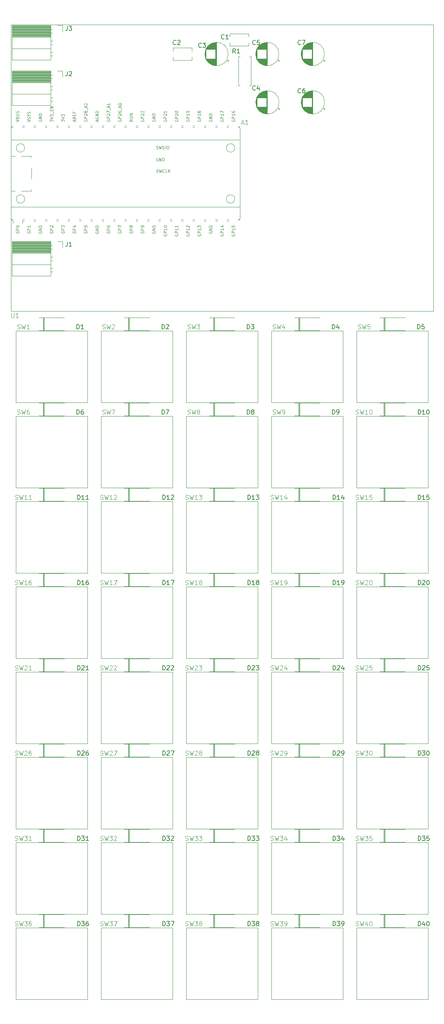
<source format=gbr>
%TF.GenerationSoftware,KiCad,Pcbnew,8.0.6*%
%TF.CreationDate,2024-11-19T21:22:31+01:00*%
%TF.ProjectId,calc,63616c63-2e6b-4696-9361-645f70636258,rev?*%
%TF.SameCoordinates,Original*%
%TF.FileFunction,Legend,Top*%
%TF.FilePolarity,Positive*%
%FSLAX46Y46*%
G04 Gerber Fmt 4.6, Leading zero omitted, Abs format (unit mm)*
G04 Created by KiCad (PCBNEW 8.0.6) date 2024-11-19 21:22:31*
%MOMM*%
%LPD*%
G01*
G04 APERTURE LIST*
%ADD10C,0.150000*%
%ADD11C,0.100000*%
%ADD12C,0.120000*%
G04 APERTURE END LIST*
D10*
X175791905Y-93164819D02*
X175791905Y-92164819D01*
X175791905Y-92164819D02*
X176030000Y-92164819D01*
X176030000Y-92164819D02*
X176172857Y-92212438D01*
X176172857Y-92212438D02*
X176268095Y-92307676D01*
X176268095Y-92307676D02*
X176315714Y-92402914D01*
X176315714Y-92402914D02*
X176363333Y-92593390D01*
X176363333Y-92593390D02*
X176363333Y-92736247D01*
X176363333Y-92736247D02*
X176315714Y-92926723D01*
X176315714Y-92926723D02*
X176268095Y-93021961D01*
X176268095Y-93021961D02*
X176172857Y-93117200D01*
X176172857Y-93117200D02*
X176030000Y-93164819D01*
X176030000Y-93164819D02*
X175791905Y-93164819D01*
X176744286Y-92260057D02*
X176791905Y-92212438D01*
X176791905Y-92212438D02*
X176887143Y-92164819D01*
X176887143Y-92164819D02*
X177125238Y-92164819D01*
X177125238Y-92164819D02*
X177220476Y-92212438D01*
X177220476Y-92212438D02*
X177268095Y-92260057D01*
X177268095Y-92260057D02*
X177315714Y-92355295D01*
X177315714Y-92355295D02*
X177315714Y-92450533D01*
X177315714Y-92450533D02*
X177268095Y-92593390D01*
X177268095Y-92593390D02*
X176696667Y-93164819D01*
X176696667Y-93164819D02*
X177315714Y-93164819D01*
X156741905Y-93164819D02*
X156741905Y-92164819D01*
X156741905Y-92164819D02*
X156980000Y-92164819D01*
X156980000Y-92164819D02*
X157122857Y-92212438D01*
X157122857Y-92212438D02*
X157218095Y-92307676D01*
X157218095Y-92307676D02*
X157265714Y-92402914D01*
X157265714Y-92402914D02*
X157313333Y-92593390D01*
X157313333Y-92593390D02*
X157313333Y-92736247D01*
X157313333Y-92736247D02*
X157265714Y-92926723D01*
X157265714Y-92926723D02*
X157218095Y-93021961D01*
X157218095Y-93021961D02*
X157122857Y-93117200D01*
X157122857Y-93117200D02*
X156980000Y-93164819D01*
X156980000Y-93164819D02*
X156741905Y-93164819D01*
X158265714Y-93164819D02*
X157694286Y-93164819D01*
X157980000Y-93164819D02*
X157980000Y-92164819D01*
X157980000Y-92164819D02*
X157884762Y-92307676D01*
X157884762Y-92307676D02*
X157789524Y-92402914D01*
X157789524Y-92402914D02*
X157694286Y-92450533D01*
X195000714Y-226514819D02*
X195000714Y-225514819D01*
X195000714Y-225514819D02*
X195238809Y-225514819D01*
X195238809Y-225514819D02*
X195381666Y-225562438D01*
X195381666Y-225562438D02*
X195476904Y-225657676D01*
X195476904Y-225657676D02*
X195524523Y-225752914D01*
X195524523Y-225752914D02*
X195572142Y-225943390D01*
X195572142Y-225943390D02*
X195572142Y-226086247D01*
X195572142Y-226086247D02*
X195524523Y-226276723D01*
X195524523Y-226276723D02*
X195476904Y-226371961D01*
X195476904Y-226371961D02*
X195381666Y-226467200D01*
X195381666Y-226467200D02*
X195238809Y-226514819D01*
X195238809Y-226514819D02*
X195000714Y-226514819D01*
X195905476Y-225514819D02*
X196524523Y-225514819D01*
X196524523Y-225514819D02*
X196191190Y-225895771D01*
X196191190Y-225895771D02*
X196334047Y-225895771D01*
X196334047Y-225895771D02*
X196429285Y-225943390D01*
X196429285Y-225943390D02*
X196476904Y-225991009D01*
X196476904Y-225991009D02*
X196524523Y-226086247D01*
X196524523Y-226086247D02*
X196524523Y-226324342D01*
X196524523Y-226324342D02*
X196476904Y-226419580D01*
X196476904Y-226419580D02*
X196429285Y-226467200D01*
X196429285Y-226467200D02*
X196334047Y-226514819D01*
X196334047Y-226514819D02*
X196048333Y-226514819D01*
X196048333Y-226514819D02*
X195953095Y-226467200D01*
X195953095Y-226467200D02*
X195905476Y-226419580D01*
X197095952Y-225943390D02*
X197000714Y-225895771D01*
X197000714Y-225895771D02*
X196953095Y-225848152D01*
X196953095Y-225848152D02*
X196905476Y-225752914D01*
X196905476Y-225752914D02*
X196905476Y-225705295D01*
X196905476Y-225705295D02*
X196953095Y-225610057D01*
X196953095Y-225610057D02*
X197000714Y-225562438D01*
X197000714Y-225562438D02*
X197095952Y-225514819D01*
X197095952Y-225514819D02*
X197286428Y-225514819D01*
X197286428Y-225514819D02*
X197381666Y-225562438D01*
X197381666Y-225562438D02*
X197429285Y-225610057D01*
X197429285Y-225610057D02*
X197476904Y-225705295D01*
X197476904Y-225705295D02*
X197476904Y-225752914D01*
X197476904Y-225752914D02*
X197429285Y-225848152D01*
X197429285Y-225848152D02*
X197381666Y-225895771D01*
X197381666Y-225895771D02*
X197286428Y-225943390D01*
X197286428Y-225943390D02*
X197095952Y-225943390D01*
X197095952Y-225943390D02*
X197000714Y-225991009D01*
X197000714Y-225991009D02*
X196953095Y-226038628D01*
X196953095Y-226038628D02*
X196905476Y-226133866D01*
X196905476Y-226133866D02*
X196905476Y-226324342D01*
X196905476Y-226324342D02*
X196953095Y-226419580D01*
X196953095Y-226419580D02*
X197000714Y-226467200D01*
X197000714Y-226467200D02*
X197095952Y-226514819D01*
X197095952Y-226514819D02*
X197286428Y-226514819D01*
X197286428Y-226514819D02*
X197381666Y-226467200D01*
X197381666Y-226467200D02*
X197429285Y-226419580D01*
X197429285Y-226419580D02*
X197476904Y-226324342D01*
X197476904Y-226324342D02*
X197476904Y-226133866D01*
X197476904Y-226133866D02*
X197429285Y-226038628D01*
X197429285Y-226038628D02*
X197381666Y-225991009D01*
X197381666Y-225991009D02*
X197286428Y-225943390D01*
D11*
X219170476Y-169319800D02*
X219313333Y-169367419D01*
X219313333Y-169367419D02*
X219551428Y-169367419D01*
X219551428Y-169367419D02*
X219646666Y-169319800D01*
X219646666Y-169319800D02*
X219694285Y-169272180D01*
X219694285Y-169272180D02*
X219741904Y-169176942D01*
X219741904Y-169176942D02*
X219741904Y-169081704D01*
X219741904Y-169081704D02*
X219694285Y-168986466D01*
X219694285Y-168986466D02*
X219646666Y-168938847D01*
X219646666Y-168938847D02*
X219551428Y-168891228D01*
X219551428Y-168891228D02*
X219360952Y-168843609D01*
X219360952Y-168843609D02*
X219265714Y-168795990D01*
X219265714Y-168795990D02*
X219218095Y-168748371D01*
X219218095Y-168748371D02*
X219170476Y-168653133D01*
X219170476Y-168653133D02*
X219170476Y-168557895D01*
X219170476Y-168557895D02*
X219218095Y-168462657D01*
X219218095Y-168462657D02*
X219265714Y-168415038D01*
X219265714Y-168415038D02*
X219360952Y-168367419D01*
X219360952Y-168367419D02*
X219599047Y-168367419D01*
X219599047Y-168367419D02*
X219741904Y-168415038D01*
X220075238Y-168367419D02*
X220313333Y-169367419D01*
X220313333Y-169367419D02*
X220503809Y-168653133D01*
X220503809Y-168653133D02*
X220694285Y-169367419D01*
X220694285Y-169367419D02*
X220932381Y-168367419D01*
X221265714Y-168462657D02*
X221313333Y-168415038D01*
X221313333Y-168415038D02*
X221408571Y-168367419D01*
X221408571Y-168367419D02*
X221646666Y-168367419D01*
X221646666Y-168367419D02*
X221741904Y-168415038D01*
X221741904Y-168415038D02*
X221789523Y-168462657D01*
X221789523Y-168462657D02*
X221837142Y-168557895D01*
X221837142Y-168557895D02*
X221837142Y-168653133D01*
X221837142Y-168653133D02*
X221789523Y-168795990D01*
X221789523Y-168795990D02*
X221218095Y-169367419D01*
X221218095Y-169367419D02*
X221837142Y-169367419D01*
X222741904Y-168367419D02*
X222265714Y-168367419D01*
X222265714Y-168367419D02*
X222218095Y-168843609D01*
X222218095Y-168843609D02*
X222265714Y-168795990D01*
X222265714Y-168795990D02*
X222360952Y-168748371D01*
X222360952Y-168748371D02*
X222599047Y-168748371D01*
X222599047Y-168748371D02*
X222694285Y-168795990D01*
X222694285Y-168795990D02*
X222741904Y-168843609D01*
X222741904Y-168843609D02*
X222789523Y-168938847D01*
X222789523Y-168938847D02*
X222789523Y-169176942D01*
X222789523Y-169176942D02*
X222741904Y-169272180D01*
X222741904Y-169272180D02*
X222694285Y-169319800D01*
X222694285Y-169319800D02*
X222599047Y-169367419D01*
X222599047Y-169367419D02*
X222360952Y-169367419D01*
X222360952Y-169367419D02*
X222265714Y-169319800D01*
X222265714Y-169319800D02*
X222218095Y-169272180D01*
D10*
X195000714Y-131264819D02*
X195000714Y-130264819D01*
X195000714Y-130264819D02*
X195238809Y-130264819D01*
X195238809Y-130264819D02*
X195381666Y-130312438D01*
X195381666Y-130312438D02*
X195476904Y-130407676D01*
X195476904Y-130407676D02*
X195524523Y-130502914D01*
X195524523Y-130502914D02*
X195572142Y-130693390D01*
X195572142Y-130693390D02*
X195572142Y-130836247D01*
X195572142Y-130836247D02*
X195524523Y-131026723D01*
X195524523Y-131026723D02*
X195476904Y-131121961D01*
X195476904Y-131121961D02*
X195381666Y-131217200D01*
X195381666Y-131217200D02*
X195238809Y-131264819D01*
X195238809Y-131264819D02*
X195000714Y-131264819D01*
X196524523Y-131264819D02*
X195953095Y-131264819D01*
X196238809Y-131264819D02*
X196238809Y-130264819D01*
X196238809Y-130264819D02*
X196143571Y-130407676D01*
X196143571Y-130407676D02*
X196048333Y-130502914D01*
X196048333Y-130502914D02*
X195953095Y-130550533D01*
X196857857Y-130264819D02*
X197476904Y-130264819D01*
X197476904Y-130264819D02*
X197143571Y-130645771D01*
X197143571Y-130645771D02*
X197286428Y-130645771D01*
X197286428Y-130645771D02*
X197381666Y-130693390D01*
X197381666Y-130693390D02*
X197429285Y-130741009D01*
X197429285Y-130741009D02*
X197476904Y-130836247D01*
X197476904Y-130836247D02*
X197476904Y-131074342D01*
X197476904Y-131074342D02*
X197429285Y-131169580D01*
X197429285Y-131169580D02*
X197381666Y-131217200D01*
X197381666Y-131217200D02*
X197286428Y-131264819D01*
X197286428Y-131264819D02*
X197000714Y-131264819D01*
X197000714Y-131264819D02*
X196905476Y-131217200D01*
X196905476Y-131217200D02*
X196857857Y-131169580D01*
D11*
X200120476Y-188369800D02*
X200263333Y-188417419D01*
X200263333Y-188417419D02*
X200501428Y-188417419D01*
X200501428Y-188417419D02*
X200596666Y-188369800D01*
X200596666Y-188369800D02*
X200644285Y-188322180D01*
X200644285Y-188322180D02*
X200691904Y-188226942D01*
X200691904Y-188226942D02*
X200691904Y-188131704D01*
X200691904Y-188131704D02*
X200644285Y-188036466D01*
X200644285Y-188036466D02*
X200596666Y-187988847D01*
X200596666Y-187988847D02*
X200501428Y-187941228D01*
X200501428Y-187941228D02*
X200310952Y-187893609D01*
X200310952Y-187893609D02*
X200215714Y-187845990D01*
X200215714Y-187845990D02*
X200168095Y-187798371D01*
X200168095Y-187798371D02*
X200120476Y-187703133D01*
X200120476Y-187703133D02*
X200120476Y-187607895D01*
X200120476Y-187607895D02*
X200168095Y-187512657D01*
X200168095Y-187512657D02*
X200215714Y-187465038D01*
X200215714Y-187465038D02*
X200310952Y-187417419D01*
X200310952Y-187417419D02*
X200549047Y-187417419D01*
X200549047Y-187417419D02*
X200691904Y-187465038D01*
X201025238Y-187417419D02*
X201263333Y-188417419D01*
X201263333Y-188417419D02*
X201453809Y-187703133D01*
X201453809Y-187703133D02*
X201644285Y-188417419D01*
X201644285Y-188417419D02*
X201882381Y-187417419D01*
X202215714Y-187512657D02*
X202263333Y-187465038D01*
X202263333Y-187465038D02*
X202358571Y-187417419D01*
X202358571Y-187417419D02*
X202596666Y-187417419D01*
X202596666Y-187417419D02*
X202691904Y-187465038D01*
X202691904Y-187465038D02*
X202739523Y-187512657D01*
X202739523Y-187512657D02*
X202787142Y-187607895D01*
X202787142Y-187607895D02*
X202787142Y-187703133D01*
X202787142Y-187703133D02*
X202739523Y-187845990D01*
X202739523Y-187845990D02*
X202168095Y-188417419D01*
X202168095Y-188417419D02*
X202787142Y-188417419D01*
X203263333Y-188417419D02*
X203453809Y-188417419D01*
X203453809Y-188417419D02*
X203549047Y-188369800D01*
X203549047Y-188369800D02*
X203596666Y-188322180D01*
X203596666Y-188322180D02*
X203691904Y-188179323D01*
X203691904Y-188179323D02*
X203739523Y-187988847D01*
X203739523Y-187988847D02*
X203739523Y-187607895D01*
X203739523Y-187607895D02*
X203691904Y-187512657D01*
X203691904Y-187512657D02*
X203644285Y-187465038D01*
X203644285Y-187465038D02*
X203549047Y-187417419D01*
X203549047Y-187417419D02*
X203358571Y-187417419D01*
X203358571Y-187417419D02*
X203263333Y-187465038D01*
X203263333Y-187465038D02*
X203215714Y-187512657D01*
X203215714Y-187512657D02*
X203168095Y-187607895D01*
X203168095Y-187607895D02*
X203168095Y-187845990D01*
X203168095Y-187845990D02*
X203215714Y-187941228D01*
X203215714Y-187941228D02*
X203263333Y-187988847D01*
X203263333Y-187988847D02*
X203358571Y-188036466D01*
X203358571Y-188036466D02*
X203549047Y-188036466D01*
X203549047Y-188036466D02*
X203644285Y-187988847D01*
X203644285Y-187988847D02*
X203691904Y-187941228D01*
X203691904Y-187941228D02*
X203739523Y-187845990D01*
D10*
X214050714Y-169364819D02*
X214050714Y-168364819D01*
X214050714Y-168364819D02*
X214288809Y-168364819D01*
X214288809Y-168364819D02*
X214431666Y-168412438D01*
X214431666Y-168412438D02*
X214526904Y-168507676D01*
X214526904Y-168507676D02*
X214574523Y-168602914D01*
X214574523Y-168602914D02*
X214622142Y-168793390D01*
X214622142Y-168793390D02*
X214622142Y-168936247D01*
X214622142Y-168936247D02*
X214574523Y-169126723D01*
X214574523Y-169126723D02*
X214526904Y-169221961D01*
X214526904Y-169221961D02*
X214431666Y-169317200D01*
X214431666Y-169317200D02*
X214288809Y-169364819D01*
X214288809Y-169364819D02*
X214050714Y-169364819D01*
X215003095Y-168460057D02*
X215050714Y-168412438D01*
X215050714Y-168412438D02*
X215145952Y-168364819D01*
X215145952Y-168364819D02*
X215384047Y-168364819D01*
X215384047Y-168364819D02*
X215479285Y-168412438D01*
X215479285Y-168412438D02*
X215526904Y-168460057D01*
X215526904Y-168460057D02*
X215574523Y-168555295D01*
X215574523Y-168555295D02*
X215574523Y-168650533D01*
X215574523Y-168650533D02*
X215526904Y-168793390D01*
X215526904Y-168793390D02*
X214955476Y-169364819D01*
X214955476Y-169364819D02*
X215574523Y-169364819D01*
X216431666Y-168698152D02*
X216431666Y-169364819D01*
X216193571Y-168317200D02*
X215955476Y-169031485D01*
X215955476Y-169031485D02*
X216574523Y-169031485D01*
X154606666Y-35649819D02*
X154606666Y-36364104D01*
X154606666Y-36364104D02*
X154559047Y-36506961D01*
X154559047Y-36506961D02*
X154463809Y-36602200D01*
X154463809Y-36602200D02*
X154320952Y-36649819D01*
X154320952Y-36649819D02*
X154225714Y-36649819D01*
X155035238Y-35745057D02*
X155082857Y-35697438D01*
X155082857Y-35697438D02*
X155178095Y-35649819D01*
X155178095Y-35649819D02*
X155416190Y-35649819D01*
X155416190Y-35649819D02*
X155511428Y-35697438D01*
X155511428Y-35697438D02*
X155559047Y-35745057D01*
X155559047Y-35745057D02*
X155606666Y-35840295D01*
X155606666Y-35840295D02*
X155606666Y-35935533D01*
X155606666Y-35935533D02*
X155559047Y-36078390D01*
X155559047Y-36078390D02*
X154987619Y-36649819D01*
X154987619Y-36649819D02*
X155606666Y-36649819D01*
D11*
X200596667Y-112169800D02*
X200739524Y-112217419D01*
X200739524Y-112217419D02*
X200977619Y-112217419D01*
X200977619Y-112217419D02*
X201072857Y-112169800D01*
X201072857Y-112169800D02*
X201120476Y-112122180D01*
X201120476Y-112122180D02*
X201168095Y-112026942D01*
X201168095Y-112026942D02*
X201168095Y-111931704D01*
X201168095Y-111931704D02*
X201120476Y-111836466D01*
X201120476Y-111836466D02*
X201072857Y-111788847D01*
X201072857Y-111788847D02*
X200977619Y-111741228D01*
X200977619Y-111741228D02*
X200787143Y-111693609D01*
X200787143Y-111693609D02*
X200691905Y-111645990D01*
X200691905Y-111645990D02*
X200644286Y-111598371D01*
X200644286Y-111598371D02*
X200596667Y-111503133D01*
X200596667Y-111503133D02*
X200596667Y-111407895D01*
X200596667Y-111407895D02*
X200644286Y-111312657D01*
X200644286Y-111312657D02*
X200691905Y-111265038D01*
X200691905Y-111265038D02*
X200787143Y-111217419D01*
X200787143Y-111217419D02*
X201025238Y-111217419D01*
X201025238Y-111217419D02*
X201168095Y-111265038D01*
X201501429Y-111217419D02*
X201739524Y-112217419D01*
X201739524Y-112217419D02*
X201930000Y-111503133D01*
X201930000Y-111503133D02*
X202120476Y-112217419D01*
X202120476Y-112217419D02*
X202358572Y-111217419D01*
X202787143Y-112217419D02*
X202977619Y-112217419D01*
X202977619Y-112217419D02*
X203072857Y-112169800D01*
X203072857Y-112169800D02*
X203120476Y-112122180D01*
X203120476Y-112122180D02*
X203215714Y-111979323D01*
X203215714Y-111979323D02*
X203263333Y-111788847D01*
X203263333Y-111788847D02*
X203263333Y-111407895D01*
X203263333Y-111407895D02*
X203215714Y-111312657D01*
X203215714Y-111312657D02*
X203168095Y-111265038D01*
X203168095Y-111265038D02*
X203072857Y-111217419D01*
X203072857Y-111217419D02*
X202882381Y-111217419D01*
X202882381Y-111217419D02*
X202787143Y-111265038D01*
X202787143Y-111265038D02*
X202739524Y-111312657D01*
X202739524Y-111312657D02*
X202691905Y-111407895D01*
X202691905Y-111407895D02*
X202691905Y-111645990D01*
X202691905Y-111645990D02*
X202739524Y-111741228D01*
X202739524Y-111741228D02*
X202787143Y-111788847D01*
X202787143Y-111788847D02*
X202882381Y-111836466D01*
X202882381Y-111836466D02*
X203072857Y-111836466D01*
X203072857Y-111836466D02*
X203168095Y-111788847D01*
X203168095Y-111788847D02*
X203215714Y-111741228D01*
X203215714Y-111741228D02*
X203263333Y-111645990D01*
X219170476Y-188369800D02*
X219313333Y-188417419D01*
X219313333Y-188417419D02*
X219551428Y-188417419D01*
X219551428Y-188417419D02*
X219646666Y-188369800D01*
X219646666Y-188369800D02*
X219694285Y-188322180D01*
X219694285Y-188322180D02*
X219741904Y-188226942D01*
X219741904Y-188226942D02*
X219741904Y-188131704D01*
X219741904Y-188131704D02*
X219694285Y-188036466D01*
X219694285Y-188036466D02*
X219646666Y-187988847D01*
X219646666Y-187988847D02*
X219551428Y-187941228D01*
X219551428Y-187941228D02*
X219360952Y-187893609D01*
X219360952Y-187893609D02*
X219265714Y-187845990D01*
X219265714Y-187845990D02*
X219218095Y-187798371D01*
X219218095Y-187798371D02*
X219170476Y-187703133D01*
X219170476Y-187703133D02*
X219170476Y-187607895D01*
X219170476Y-187607895D02*
X219218095Y-187512657D01*
X219218095Y-187512657D02*
X219265714Y-187465038D01*
X219265714Y-187465038D02*
X219360952Y-187417419D01*
X219360952Y-187417419D02*
X219599047Y-187417419D01*
X219599047Y-187417419D02*
X219741904Y-187465038D01*
X220075238Y-187417419D02*
X220313333Y-188417419D01*
X220313333Y-188417419D02*
X220503809Y-187703133D01*
X220503809Y-187703133D02*
X220694285Y-188417419D01*
X220694285Y-188417419D02*
X220932381Y-187417419D01*
X221218095Y-187417419D02*
X221837142Y-187417419D01*
X221837142Y-187417419D02*
X221503809Y-187798371D01*
X221503809Y-187798371D02*
X221646666Y-187798371D01*
X221646666Y-187798371D02*
X221741904Y-187845990D01*
X221741904Y-187845990D02*
X221789523Y-187893609D01*
X221789523Y-187893609D02*
X221837142Y-187988847D01*
X221837142Y-187988847D02*
X221837142Y-188226942D01*
X221837142Y-188226942D02*
X221789523Y-188322180D01*
X221789523Y-188322180D02*
X221741904Y-188369800D01*
X221741904Y-188369800D02*
X221646666Y-188417419D01*
X221646666Y-188417419D02*
X221360952Y-188417419D01*
X221360952Y-188417419D02*
X221265714Y-188369800D01*
X221265714Y-188369800D02*
X221218095Y-188322180D01*
X222456190Y-187417419D02*
X222551428Y-187417419D01*
X222551428Y-187417419D02*
X222646666Y-187465038D01*
X222646666Y-187465038D02*
X222694285Y-187512657D01*
X222694285Y-187512657D02*
X222741904Y-187607895D01*
X222741904Y-187607895D02*
X222789523Y-187798371D01*
X222789523Y-187798371D02*
X222789523Y-188036466D01*
X222789523Y-188036466D02*
X222741904Y-188226942D01*
X222741904Y-188226942D02*
X222694285Y-188322180D01*
X222694285Y-188322180D02*
X222646666Y-188369800D01*
X222646666Y-188369800D02*
X222551428Y-188417419D01*
X222551428Y-188417419D02*
X222456190Y-188417419D01*
X222456190Y-188417419D02*
X222360952Y-188369800D01*
X222360952Y-188369800D02*
X222313333Y-188322180D01*
X222313333Y-188322180D02*
X222265714Y-188226942D01*
X222265714Y-188226942D02*
X222218095Y-188036466D01*
X222218095Y-188036466D02*
X222218095Y-187798371D01*
X222218095Y-187798371D02*
X222265714Y-187607895D01*
X222265714Y-187607895D02*
X222313333Y-187512657D01*
X222313333Y-187512657D02*
X222360952Y-187465038D01*
X222360952Y-187465038D02*
X222456190Y-187417419D01*
D10*
X154606666Y-73749819D02*
X154606666Y-74464104D01*
X154606666Y-74464104D02*
X154559047Y-74606961D01*
X154559047Y-74606961D02*
X154463809Y-74702200D01*
X154463809Y-74702200D02*
X154320952Y-74749819D01*
X154320952Y-74749819D02*
X154225714Y-74749819D01*
X155606666Y-74749819D02*
X155035238Y-74749819D01*
X155320952Y-74749819D02*
X155320952Y-73749819D01*
X155320952Y-73749819D02*
X155225714Y-73892676D01*
X155225714Y-73892676D02*
X155130476Y-73987914D01*
X155130476Y-73987914D02*
X155035238Y-74035533D01*
X175950714Y-207464819D02*
X175950714Y-206464819D01*
X175950714Y-206464819D02*
X176188809Y-206464819D01*
X176188809Y-206464819D02*
X176331666Y-206512438D01*
X176331666Y-206512438D02*
X176426904Y-206607676D01*
X176426904Y-206607676D02*
X176474523Y-206702914D01*
X176474523Y-206702914D02*
X176522142Y-206893390D01*
X176522142Y-206893390D02*
X176522142Y-207036247D01*
X176522142Y-207036247D02*
X176474523Y-207226723D01*
X176474523Y-207226723D02*
X176426904Y-207321961D01*
X176426904Y-207321961D02*
X176331666Y-207417200D01*
X176331666Y-207417200D02*
X176188809Y-207464819D01*
X176188809Y-207464819D02*
X175950714Y-207464819D01*
X176855476Y-206464819D02*
X177474523Y-206464819D01*
X177474523Y-206464819D02*
X177141190Y-206845771D01*
X177141190Y-206845771D02*
X177284047Y-206845771D01*
X177284047Y-206845771D02*
X177379285Y-206893390D01*
X177379285Y-206893390D02*
X177426904Y-206941009D01*
X177426904Y-206941009D02*
X177474523Y-207036247D01*
X177474523Y-207036247D02*
X177474523Y-207274342D01*
X177474523Y-207274342D02*
X177426904Y-207369580D01*
X177426904Y-207369580D02*
X177379285Y-207417200D01*
X177379285Y-207417200D02*
X177284047Y-207464819D01*
X177284047Y-207464819D02*
X176998333Y-207464819D01*
X176998333Y-207464819D02*
X176903095Y-207417200D01*
X176903095Y-207417200D02*
X176855476Y-207369580D01*
X177855476Y-206560057D02*
X177903095Y-206512438D01*
X177903095Y-206512438D02*
X177998333Y-206464819D01*
X177998333Y-206464819D02*
X178236428Y-206464819D01*
X178236428Y-206464819D02*
X178331666Y-206512438D01*
X178331666Y-206512438D02*
X178379285Y-206560057D01*
X178379285Y-206560057D02*
X178426904Y-206655295D01*
X178426904Y-206655295D02*
X178426904Y-206750533D01*
X178426904Y-206750533D02*
X178379285Y-206893390D01*
X178379285Y-206893390D02*
X177807857Y-207464819D01*
X177807857Y-207464819D02*
X178426904Y-207464819D01*
X213891905Y-112214819D02*
X213891905Y-111214819D01*
X213891905Y-111214819D02*
X214130000Y-111214819D01*
X214130000Y-111214819D02*
X214272857Y-111262438D01*
X214272857Y-111262438D02*
X214368095Y-111357676D01*
X214368095Y-111357676D02*
X214415714Y-111452914D01*
X214415714Y-111452914D02*
X214463333Y-111643390D01*
X214463333Y-111643390D02*
X214463333Y-111786247D01*
X214463333Y-111786247D02*
X214415714Y-111976723D01*
X214415714Y-111976723D02*
X214368095Y-112071961D01*
X214368095Y-112071961D02*
X214272857Y-112167200D01*
X214272857Y-112167200D02*
X214130000Y-112214819D01*
X214130000Y-112214819D02*
X213891905Y-112214819D01*
X214939524Y-112214819D02*
X215130000Y-112214819D01*
X215130000Y-112214819D02*
X215225238Y-112167200D01*
X215225238Y-112167200D02*
X215272857Y-112119580D01*
X215272857Y-112119580D02*
X215368095Y-111976723D01*
X215368095Y-111976723D02*
X215415714Y-111786247D01*
X215415714Y-111786247D02*
X215415714Y-111405295D01*
X215415714Y-111405295D02*
X215368095Y-111310057D01*
X215368095Y-111310057D02*
X215320476Y-111262438D01*
X215320476Y-111262438D02*
X215225238Y-111214819D01*
X215225238Y-111214819D02*
X215034762Y-111214819D01*
X215034762Y-111214819D02*
X214939524Y-111262438D01*
X214939524Y-111262438D02*
X214891905Y-111310057D01*
X214891905Y-111310057D02*
X214844286Y-111405295D01*
X214844286Y-111405295D02*
X214844286Y-111643390D01*
X214844286Y-111643390D02*
X214891905Y-111738628D01*
X214891905Y-111738628D02*
X214939524Y-111786247D01*
X214939524Y-111786247D02*
X215034762Y-111833866D01*
X215034762Y-111833866D02*
X215225238Y-111833866D01*
X215225238Y-111833866D02*
X215320476Y-111786247D01*
X215320476Y-111786247D02*
X215368095Y-111738628D01*
X215368095Y-111738628D02*
X215415714Y-111643390D01*
X214050714Y-226514819D02*
X214050714Y-225514819D01*
X214050714Y-225514819D02*
X214288809Y-225514819D01*
X214288809Y-225514819D02*
X214431666Y-225562438D01*
X214431666Y-225562438D02*
X214526904Y-225657676D01*
X214526904Y-225657676D02*
X214574523Y-225752914D01*
X214574523Y-225752914D02*
X214622142Y-225943390D01*
X214622142Y-225943390D02*
X214622142Y-226086247D01*
X214622142Y-226086247D02*
X214574523Y-226276723D01*
X214574523Y-226276723D02*
X214526904Y-226371961D01*
X214526904Y-226371961D02*
X214431666Y-226467200D01*
X214431666Y-226467200D02*
X214288809Y-226514819D01*
X214288809Y-226514819D02*
X214050714Y-226514819D01*
X214955476Y-225514819D02*
X215574523Y-225514819D01*
X215574523Y-225514819D02*
X215241190Y-225895771D01*
X215241190Y-225895771D02*
X215384047Y-225895771D01*
X215384047Y-225895771D02*
X215479285Y-225943390D01*
X215479285Y-225943390D02*
X215526904Y-225991009D01*
X215526904Y-225991009D02*
X215574523Y-226086247D01*
X215574523Y-226086247D02*
X215574523Y-226324342D01*
X215574523Y-226324342D02*
X215526904Y-226419580D01*
X215526904Y-226419580D02*
X215479285Y-226467200D01*
X215479285Y-226467200D02*
X215384047Y-226514819D01*
X215384047Y-226514819D02*
X215098333Y-226514819D01*
X215098333Y-226514819D02*
X215003095Y-226467200D01*
X215003095Y-226467200D02*
X214955476Y-226419580D01*
X216050714Y-226514819D02*
X216241190Y-226514819D01*
X216241190Y-226514819D02*
X216336428Y-226467200D01*
X216336428Y-226467200D02*
X216384047Y-226419580D01*
X216384047Y-226419580D02*
X216479285Y-226276723D01*
X216479285Y-226276723D02*
X216526904Y-226086247D01*
X216526904Y-226086247D02*
X216526904Y-225705295D01*
X216526904Y-225705295D02*
X216479285Y-225610057D01*
X216479285Y-225610057D02*
X216431666Y-225562438D01*
X216431666Y-225562438D02*
X216336428Y-225514819D01*
X216336428Y-225514819D02*
X216145952Y-225514819D01*
X216145952Y-225514819D02*
X216050714Y-225562438D01*
X216050714Y-225562438D02*
X216003095Y-225610057D01*
X216003095Y-225610057D02*
X215955476Y-225705295D01*
X215955476Y-225705295D02*
X215955476Y-225943390D01*
X215955476Y-225943390D02*
X216003095Y-226038628D01*
X216003095Y-226038628D02*
X216050714Y-226086247D01*
X216050714Y-226086247D02*
X216145952Y-226133866D01*
X216145952Y-226133866D02*
X216336428Y-226133866D01*
X216336428Y-226133866D02*
X216431666Y-226086247D01*
X216431666Y-226086247D02*
X216479285Y-226038628D01*
X216479285Y-226038628D02*
X216526904Y-225943390D01*
D11*
X181070476Y-150269800D02*
X181213333Y-150317419D01*
X181213333Y-150317419D02*
X181451428Y-150317419D01*
X181451428Y-150317419D02*
X181546666Y-150269800D01*
X181546666Y-150269800D02*
X181594285Y-150222180D01*
X181594285Y-150222180D02*
X181641904Y-150126942D01*
X181641904Y-150126942D02*
X181641904Y-150031704D01*
X181641904Y-150031704D02*
X181594285Y-149936466D01*
X181594285Y-149936466D02*
X181546666Y-149888847D01*
X181546666Y-149888847D02*
X181451428Y-149841228D01*
X181451428Y-149841228D02*
X181260952Y-149793609D01*
X181260952Y-149793609D02*
X181165714Y-149745990D01*
X181165714Y-149745990D02*
X181118095Y-149698371D01*
X181118095Y-149698371D02*
X181070476Y-149603133D01*
X181070476Y-149603133D02*
X181070476Y-149507895D01*
X181070476Y-149507895D02*
X181118095Y-149412657D01*
X181118095Y-149412657D02*
X181165714Y-149365038D01*
X181165714Y-149365038D02*
X181260952Y-149317419D01*
X181260952Y-149317419D02*
X181499047Y-149317419D01*
X181499047Y-149317419D02*
X181641904Y-149365038D01*
X181975238Y-149317419D02*
X182213333Y-150317419D01*
X182213333Y-150317419D02*
X182403809Y-149603133D01*
X182403809Y-149603133D02*
X182594285Y-150317419D01*
X182594285Y-150317419D02*
X182832381Y-149317419D01*
X183737142Y-150317419D02*
X183165714Y-150317419D01*
X183451428Y-150317419D02*
X183451428Y-149317419D01*
X183451428Y-149317419D02*
X183356190Y-149460276D01*
X183356190Y-149460276D02*
X183260952Y-149555514D01*
X183260952Y-149555514D02*
X183165714Y-149603133D01*
X184308571Y-149745990D02*
X184213333Y-149698371D01*
X184213333Y-149698371D02*
X184165714Y-149650752D01*
X184165714Y-149650752D02*
X184118095Y-149555514D01*
X184118095Y-149555514D02*
X184118095Y-149507895D01*
X184118095Y-149507895D02*
X184165714Y-149412657D01*
X184165714Y-149412657D02*
X184213333Y-149365038D01*
X184213333Y-149365038D02*
X184308571Y-149317419D01*
X184308571Y-149317419D02*
X184499047Y-149317419D01*
X184499047Y-149317419D02*
X184594285Y-149365038D01*
X184594285Y-149365038D02*
X184641904Y-149412657D01*
X184641904Y-149412657D02*
X184689523Y-149507895D01*
X184689523Y-149507895D02*
X184689523Y-149555514D01*
X184689523Y-149555514D02*
X184641904Y-149650752D01*
X184641904Y-149650752D02*
X184594285Y-149698371D01*
X184594285Y-149698371D02*
X184499047Y-149745990D01*
X184499047Y-149745990D02*
X184308571Y-149745990D01*
X184308571Y-149745990D02*
X184213333Y-149793609D01*
X184213333Y-149793609D02*
X184165714Y-149841228D01*
X184165714Y-149841228D02*
X184118095Y-149936466D01*
X184118095Y-149936466D02*
X184118095Y-150126942D01*
X184118095Y-150126942D02*
X184165714Y-150222180D01*
X184165714Y-150222180D02*
X184213333Y-150269800D01*
X184213333Y-150269800D02*
X184308571Y-150317419D01*
X184308571Y-150317419D02*
X184499047Y-150317419D01*
X184499047Y-150317419D02*
X184594285Y-150269800D01*
X184594285Y-150269800D02*
X184641904Y-150222180D01*
X184641904Y-150222180D02*
X184689523Y-150126942D01*
X184689523Y-150126942D02*
X184689523Y-149936466D01*
X184689523Y-149936466D02*
X184641904Y-149841228D01*
X184641904Y-149841228D02*
X184594285Y-149793609D01*
X184594285Y-149793609D02*
X184499047Y-149745990D01*
D10*
X156900714Y-150314819D02*
X156900714Y-149314819D01*
X156900714Y-149314819D02*
X157138809Y-149314819D01*
X157138809Y-149314819D02*
X157281666Y-149362438D01*
X157281666Y-149362438D02*
X157376904Y-149457676D01*
X157376904Y-149457676D02*
X157424523Y-149552914D01*
X157424523Y-149552914D02*
X157472142Y-149743390D01*
X157472142Y-149743390D02*
X157472142Y-149886247D01*
X157472142Y-149886247D02*
X157424523Y-150076723D01*
X157424523Y-150076723D02*
X157376904Y-150171961D01*
X157376904Y-150171961D02*
X157281666Y-150267200D01*
X157281666Y-150267200D02*
X157138809Y-150314819D01*
X157138809Y-150314819D02*
X156900714Y-150314819D01*
X158424523Y-150314819D02*
X157853095Y-150314819D01*
X158138809Y-150314819D02*
X158138809Y-149314819D01*
X158138809Y-149314819D02*
X158043571Y-149457676D01*
X158043571Y-149457676D02*
X157948333Y-149552914D01*
X157948333Y-149552914D02*
X157853095Y-149600533D01*
X159281666Y-149314819D02*
X159091190Y-149314819D01*
X159091190Y-149314819D02*
X158995952Y-149362438D01*
X158995952Y-149362438D02*
X158948333Y-149410057D01*
X158948333Y-149410057D02*
X158853095Y-149552914D01*
X158853095Y-149552914D02*
X158805476Y-149743390D01*
X158805476Y-149743390D02*
X158805476Y-150124342D01*
X158805476Y-150124342D02*
X158853095Y-150219580D01*
X158853095Y-150219580D02*
X158900714Y-150267200D01*
X158900714Y-150267200D02*
X158995952Y-150314819D01*
X158995952Y-150314819D02*
X159186428Y-150314819D01*
X159186428Y-150314819D02*
X159281666Y-150267200D01*
X159281666Y-150267200D02*
X159329285Y-150219580D01*
X159329285Y-150219580D02*
X159376904Y-150124342D01*
X159376904Y-150124342D02*
X159376904Y-149886247D01*
X159376904Y-149886247D02*
X159329285Y-149791009D01*
X159329285Y-149791009D02*
X159281666Y-149743390D01*
X159281666Y-149743390D02*
X159186428Y-149695771D01*
X159186428Y-149695771D02*
X158995952Y-149695771D01*
X158995952Y-149695771D02*
X158900714Y-149743390D01*
X158900714Y-149743390D02*
X158853095Y-149791009D01*
X158853095Y-149791009D02*
X158805476Y-149886247D01*
D11*
X162496667Y-112169800D02*
X162639524Y-112217419D01*
X162639524Y-112217419D02*
X162877619Y-112217419D01*
X162877619Y-112217419D02*
X162972857Y-112169800D01*
X162972857Y-112169800D02*
X163020476Y-112122180D01*
X163020476Y-112122180D02*
X163068095Y-112026942D01*
X163068095Y-112026942D02*
X163068095Y-111931704D01*
X163068095Y-111931704D02*
X163020476Y-111836466D01*
X163020476Y-111836466D02*
X162972857Y-111788847D01*
X162972857Y-111788847D02*
X162877619Y-111741228D01*
X162877619Y-111741228D02*
X162687143Y-111693609D01*
X162687143Y-111693609D02*
X162591905Y-111645990D01*
X162591905Y-111645990D02*
X162544286Y-111598371D01*
X162544286Y-111598371D02*
X162496667Y-111503133D01*
X162496667Y-111503133D02*
X162496667Y-111407895D01*
X162496667Y-111407895D02*
X162544286Y-111312657D01*
X162544286Y-111312657D02*
X162591905Y-111265038D01*
X162591905Y-111265038D02*
X162687143Y-111217419D01*
X162687143Y-111217419D02*
X162925238Y-111217419D01*
X162925238Y-111217419D02*
X163068095Y-111265038D01*
X163401429Y-111217419D02*
X163639524Y-112217419D01*
X163639524Y-112217419D02*
X163830000Y-111503133D01*
X163830000Y-111503133D02*
X164020476Y-112217419D01*
X164020476Y-112217419D02*
X164258572Y-111217419D01*
X164544286Y-111217419D02*
X165210952Y-111217419D01*
X165210952Y-111217419D02*
X164782381Y-112217419D01*
D10*
X195000714Y-150314819D02*
X195000714Y-149314819D01*
X195000714Y-149314819D02*
X195238809Y-149314819D01*
X195238809Y-149314819D02*
X195381666Y-149362438D01*
X195381666Y-149362438D02*
X195476904Y-149457676D01*
X195476904Y-149457676D02*
X195524523Y-149552914D01*
X195524523Y-149552914D02*
X195572142Y-149743390D01*
X195572142Y-149743390D02*
X195572142Y-149886247D01*
X195572142Y-149886247D02*
X195524523Y-150076723D01*
X195524523Y-150076723D02*
X195476904Y-150171961D01*
X195476904Y-150171961D02*
X195381666Y-150267200D01*
X195381666Y-150267200D02*
X195238809Y-150314819D01*
X195238809Y-150314819D02*
X195000714Y-150314819D01*
X196524523Y-150314819D02*
X195953095Y-150314819D01*
X196238809Y-150314819D02*
X196238809Y-149314819D01*
X196238809Y-149314819D02*
X196143571Y-149457676D01*
X196143571Y-149457676D02*
X196048333Y-149552914D01*
X196048333Y-149552914D02*
X195953095Y-149600533D01*
X197095952Y-149743390D02*
X197000714Y-149695771D01*
X197000714Y-149695771D02*
X196953095Y-149648152D01*
X196953095Y-149648152D02*
X196905476Y-149552914D01*
X196905476Y-149552914D02*
X196905476Y-149505295D01*
X196905476Y-149505295D02*
X196953095Y-149410057D01*
X196953095Y-149410057D02*
X197000714Y-149362438D01*
X197000714Y-149362438D02*
X197095952Y-149314819D01*
X197095952Y-149314819D02*
X197286428Y-149314819D01*
X197286428Y-149314819D02*
X197381666Y-149362438D01*
X197381666Y-149362438D02*
X197429285Y-149410057D01*
X197429285Y-149410057D02*
X197476904Y-149505295D01*
X197476904Y-149505295D02*
X197476904Y-149552914D01*
X197476904Y-149552914D02*
X197429285Y-149648152D01*
X197429285Y-149648152D02*
X197381666Y-149695771D01*
X197381666Y-149695771D02*
X197286428Y-149743390D01*
X197286428Y-149743390D02*
X197095952Y-149743390D01*
X197095952Y-149743390D02*
X197000714Y-149791009D01*
X197000714Y-149791009D02*
X196953095Y-149838628D01*
X196953095Y-149838628D02*
X196905476Y-149933866D01*
X196905476Y-149933866D02*
X196905476Y-150124342D01*
X196905476Y-150124342D02*
X196953095Y-150219580D01*
X196953095Y-150219580D02*
X197000714Y-150267200D01*
X197000714Y-150267200D02*
X197095952Y-150314819D01*
X197095952Y-150314819D02*
X197286428Y-150314819D01*
X197286428Y-150314819D02*
X197381666Y-150267200D01*
X197381666Y-150267200D02*
X197429285Y-150219580D01*
X197429285Y-150219580D02*
X197476904Y-150124342D01*
X197476904Y-150124342D02*
X197476904Y-149933866D01*
X197476904Y-149933866D02*
X197429285Y-149838628D01*
X197429285Y-149838628D02*
X197381666Y-149791009D01*
X197381666Y-149791009D02*
X197286428Y-149743390D01*
X156741905Y-112214819D02*
X156741905Y-111214819D01*
X156741905Y-111214819D02*
X156980000Y-111214819D01*
X156980000Y-111214819D02*
X157122857Y-111262438D01*
X157122857Y-111262438D02*
X157218095Y-111357676D01*
X157218095Y-111357676D02*
X157265714Y-111452914D01*
X157265714Y-111452914D02*
X157313333Y-111643390D01*
X157313333Y-111643390D02*
X157313333Y-111786247D01*
X157313333Y-111786247D02*
X157265714Y-111976723D01*
X157265714Y-111976723D02*
X157218095Y-112071961D01*
X157218095Y-112071961D02*
X157122857Y-112167200D01*
X157122857Y-112167200D02*
X156980000Y-112214819D01*
X156980000Y-112214819D02*
X156741905Y-112214819D01*
X158170476Y-111214819D02*
X157980000Y-111214819D01*
X157980000Y-111214819D02*
X157884762Y-111262438D01*
X157884762Y-111262438D02*
X157837143Y-111310057D01*
X157837143Y-111310057D02*
X157741905Y-111452914D01*
X157741905Y-111452914D02*
X157694286Y-111643390D01*
X157694286Y-111643390D02*
X157694286Y-112024342D01*
X157694286Y-112024342D02*
X157741905Y-112119580D01*
X157741905Y-112119580D02*
X157789524Y-112167200D01*
X157789524Y-112167200D02*
X157884762Y-112214819D01*
X157884762Y-112214819D02*
X158075238Y-112214819D01*
X158075238Y-112214819D02*
X158170476Y-112167200D01*
X158170476Y-112167200D02*
X158218095Y-112119580D01*
X158218095Y-112119580D02*
X158265714Y-112024342D01*
X158265714Y-112024342D02*
X158265714Y-111786247D01*
X158265714Y-111786247D02*
X158218095Y-111691009D01*
X158218095Y-111691009D02*
X158170476Y-111643390D01*
X158170476Y-111643390D02*
X158075238Y-111595771D01*
X158075238Y-111595771D02*
X157884762Y-111595771D01*
X157884762Y-111595771D02*
X157789524Y-111643390D01*
X157789524Y-111643390D02*
X157741905Y-111691009D01*
X157741905Y-111691009D02*
X157694286Y-111786247D01*
X195000714Y-207464819D02*
X195000714Y-206464819D01*
X195000714Y-206464819D02*
X195238809Y-206464819D01*
X195238809Y-206464819D02*
X195381666Y-206512438D01*
X195381666Y-206512438D02*
X195476904Y-206607676D01*
X195476904Y-206607676D02*
X195524523Y-206702914D01*
X195524523Y-206702914D02*
X195572142Y-206893390D01*
X195572142Y-206893390D02*
X195572142Y-207036247D01*
X195572142Y-207036247D02*
X195524523Y-207226723D01*
X195524523Y-207226723D02*
X195476904Y-207321961D01*
X195476904Y-207321961D02*
X195381666Y-207417200D01*
X195381666Y-207417200D02*
X195238809Y-207464819D01*
X195238809Y-207464819D02*
X195000714Y-207464819D01*
X195905476Y-206464819D02*
X196524523Y-206464819D01*
X196524523Y-206464819D02*
X196191190Y-206845771D01*
X196191190Y-206845771D02*
X196334047Y-206845771D01*
X196334047Y-206845771D02*
X196429285Y-206893390D01*
X196429285Y-206893390D02*
X196476904Y-206941009D01*
X196476904Y-206941009D02*
X196524523Y-207036247D01*
X196524523Y-207036247D02*
X196524523Y-207274342D01*
X196524523Y-207274342D02*
X196476904Y-207369580D01*
X196476904Y-207369580D02*
X196429285Y-207417200D01*
X196429285Y-207417200D02*
X196334047Y-207464819D01*
X196334047Y-207464819D02*
X196048333Y-207464819D01*
X196048333Y-207464819D02*
X195953095Y-207417200D01*
X195953095Y-207417200D02*
X195905476Y-207369580D01*
X196857857Y-206464819D02*
X197476904Y-206464819D01*
X197476904Y-206464819D02*
X197143571Y-206845771D01*
X197143571Y-206845771D02*
X197286428Y-206845771D01*
X197286428Y-206845771D02*
X197381666Y-206893390D01*
X197381666Y-206893390D02*
X197429285Y-206941009D01*
X197429285Y-206941009D02*
X197476904Y-207036247D01*
X197476904Y-207036247D02*
X197476904Y-207274342D01*
X197476904Y-207274342D02*
X197429285Y-207369580D01*
X197429285Y-207369580D02*
X197381666Y-207417200D01*
X197381666Y-207417200D02*
X197286428Y-207464819D01*
X197286428Y-207464819D02*
X197000714Y-207464819D01*
X197000714Y-207464819D02*
X196905476Y-207417200D01*
X196905476Y-207417200D02*
X196857857Y-207369580D01*
X214050714Y-188414819D02*
X214050714Y-187414819D01*
X214050714Y-187414819D02*
X214288809Y-187414819D01*
X214288809Y-187414819D02*
X214431666Y-187462438D01*
X214431666Y-187462438D02*
X214526904Y-187557676D01*
X214526904Y-187557676D02*
X214574523Y-187652914D01*
X214574523Y-187652914D02*
X214622142Y-187843390D01*
X214622142Y-187843390D02*
X214622142Y-187986247D01*
X214622142Y-187986247D02*
X214574523Y-188176723D01*
X214574523Y-188176723D02*
X214526904Y-188271961D01*
X214526904Y-188271961D02*
X214431666Y-188367200D01*
X214431666Y-188367200D02*
X214288809Y-188414819D01*
X214288809Y-188414819D02*
X214050714Y-188414819D01*
X215003095Y-187510057D02*
X215050714Y-187462438D01*
X215050714Y-187462438D02*
X215145952Y-187414819D01*
X215145952Y-187414819D02*
X215384047Y-187414819D01*
X215384047Y-187414819D02*
X215479285Y-187462438D01*
X215479285Y-187462438D02*
X215526904Y-187510057D01*
X215526904Y-187510057D02*
X215574523Y-187605295D01*
X215574523Y-187605295D02*
X215574523Y-187700533D01*
X215574523Y-187700533D02*
X215526904Y-187843390D01*
X215526904Y-187843390D02*
X214955476Y-188414819D01*
X214955476Y-188414819D02*
X215574523Y-188414819D01*
X216050714Y-188414819D02*
X216241190Y-188414819D01*
X216241190Y-188414819D02*
X216336428Y-188367200D01*
X216336428Y-188367200D02*
X216384047Y-188319580D01*
X216384047Y-188319580D02*
X216479285Y-188176723D01*
X216479285Y-188176723D02*
X216526904Y-187986247D01*
X216526904Y-187986247D02*
X216526904Y-187605295D01*
X216526904Y-187605295D02*
X216479285Y-187510057D01*
X216479285Y-187510057D02*
X216431666Y-187462438D01*
X216431666Y-187462438D02*
X216336428Y-187414819D01*
X216336428Y-187414819D02*
X216145952Y-187414819D01*
X216145952Y-187414819D02*
X216050714Y-187462438D01*
X216050714Y-187462438D02*
X216003095Y-187510057D01*
X216003095Y-187510057D02*
X215955476Y-187605295D01*
X215955476Y-187605295D02*
X215955476Y-187843390D01*
X215955476Y-187843390D02*
X216003095Y-187938628D01*
X216003095Y-187938628D02*
X216050714Y-187986247D01*
X216050714Y-187986247D02*
X216145952Y-188033866D01*
X216145952Y-188033866D02*
X216336428Y-188033866D01*
X216336428Y-188033866D02*
X216431666Y-187986247D01*
X216431666Y-187986247D02*
X216479285Y-187938628D01*
X216479285Y-187938628D02*
X216526904Y-187843390D01*
X214050714Y-131264819D02*
X214050714Y-130264819D01*
X214050714Y-130264819D02*
X214288809Y-130264819D01*
X214288809Y-130264819D02*
X214431666Y-130312438D01*
X214431666Y-130312438D02*
X214526904Y-130407676D01*
X214526904Y-130407676D02*
X214574523Y-130502914D01*
X214574523Y-130502914D02*
X214622142Y-130693390D01*
X214622142Y-130693390D02*
X214622142Y-130836247D01*
X214622142Y-130836247D02*
X214574523Y-131026723D01*
X214574523Y-131026723D02*
X214526904Y-131121961D01*
X214526904Y-131121961D02*
X214431666Y-131217200D01*
X214431666Y-131217200D02*
X214288809Y-131264819D01*
X214288809Y-131264819D02*
X214050714Y-131264819D01*
X215574523Y-131264819D02*
X215003095Y-131264819D01*
X215288809Y-131264819D02*
X215288809Y-130264819D01*
X215288809Y-130264819D02*
X215193571Y-130407676D01*
X215193571Y-130407676D02*
X215098333Y-130502914D01*
X215098333Y-130502914D02*
X215003095Y-130550533D01*
X216431666Y-130598152D02*
X216431666Y-131264819D01*
X216193571Y-130217200D02*
X215955476Y-130931485D01*
X215955476Y-130931485D02*
X216574523Y-130931485D01*
D11*
X181546667Y-93119800D02*
X181689524Y-93167419D01*
X181689524Y-93167419D02*
X181927619Y-93167419D01*
X181927619Y-93167419D02*
X182022857Y-93119800D01*
X182022857Y-93119800D02*
X182070476Y-93072180D01*
X182070476Y-93072180D02*
X182118095Y-92976942D01*
X182118095Y-92976942D02*
X182118095Y-92881704D01*
X182118095Y-92881704D02*
X182070476Y-92786466D01*
X182070476Y-92786466D02*
X182022857Y-92738847D01*
X182022857Y-92738847D02*
X181927619Y-92691228D01*
X181927619Y-92691228D02*
X181737143Y-92643609D01*
X181737143Y-92643609D02*
X181641905Y-92595990D01*
X181641905Y-92595990D02*
X181594286Y-92548371D01*
X181594286Y-92548371D02*
X181546667Y-92453133D01*
X181546667Y-92453133D02*
X181546667Y-92357895D01*
X181546667Y-92357895D02*
X181594286Y-92262657D01*
X181594286Y-92262657D02*
X181641905Y-92215038D01*
X181641905Y-92215038D02*
X181737143Y-92167419D01*
X181737143Y-92167419D02*
X181975238Y-92167419D01*
X181975238Y-92167419D02*
X182118095Y-92215038D01*
X182451429Y-92167419D02*
X182689524Y-93167419D01*
X182689524Y-93167419D02*
X182880000Y-92453133D01*
X182880000Y-92453133D02*
X183070476Y-93167419D01*
X183070476Y-93167419D02*
X183308572Y-92167419D01*
X183594286Y-92167419D02*
X184213333Y-92167419D01*
X184213333Y-92167419D02*
X183880000Y-92548371D01*
X183880000Y-92548371D02*
X184022857Y-92548371D01*
X184022857Y-92548371D02*
X184118095Y-92595990D01*
X184118095Y-92595990D02*
X184165714Y-92643609D01*
X184165714Y-92643609D02*
X184213333Y-92738847D01*
X184213333Y-92738847D02*
X184213333Y-92976942D01*
X184213333Y-92976942D02*
X184165714Y-93072180D01*
X184165714Y-93072180D02*
X184118095Y-93119800D01*
X184118095Y-93119800D02*
X184022857Y-93167419D01*
X184022857Y-93167419D02*
X183737143Y-93167419D01*
X183737143Y-93167419D02*
X183641905Y-93119800D01*
X183641905Y-93119800D02*
X183594286Y-93072180D01*
D10*
X175950714Y-226514819D02*
X175950714Y-225514819D01*
X175950714Y-225514819D02*
X176188809Y-225514819D01*
X176188809Y-225514819D02*
X176331666Y-225562438D01*
X176331666Y-225562438D02*
X176426904Y-225657676D01*
X176426904Y-225657676D02*
X176474523Y-225752914D01*
X176474523Y-225752914D02*
X176522142Y-225943390D01*
X176522142Y-225943390D02*
X176522142Y-226086247D01*
X176522142Y-226086247D02*
X176474523Y-226276723D01*
X176474523Y-226276723D02*
X176426904Y-226371961D01*
X176426904Y-226371961D02*
X176331666Y-226467200D01*
X176331666Y-226467200D02*
X176188809Y-226514819D01*
X176188809Y-226514819D02*
X175950714Y-226514819D01*
X176855476Y-225514819D02*
X177474523Y-225514819D01*
X177474523Y-225514819D02*
X177141190Y-225895771D01*
X177141190Y-225895771D02*
X177284047Y-225895771D01*
X177284047Y-225895771D02*
X177379285Y-225943390D01*
X177379285Y-225943390D02*
X177426904Y-225991009D01*
X177426904Y-225991009D02*
X177474523Y-226086247D01*
X177474523Y-226086247D02*
X177474523Y-226324342D01*
X177474523Y-226324342D02*
X177426904Y-226419580D01*
X177426904Y-226419580D02*
X177379285Y-226467200D01*
X177379285Y-226467200D02*
X177284047Y-226514819D01*
X177284047Y-226514819D02*
X176998333Y-226514819D01*
X176998333Y-226514819D02*
X176903095Y-226467200D01*
X176903095Y-226467200D02*
X176855476Y-226419580D01*
X177807857Y-225514819D02*
X178474523Y-225514819D01*
X178474523Y-225514819D02*
X178045952Y-226514819D01*
X184618333Y-30204580D02*
X184570714Y-30252200D01*
X184570714Y-30252200D02*
X184427857Y-30299819D01*
X184427857Y-30299819D02*
X184332619Y-30299819D01*
X184332619Y-30299819D02*
X184189762Y-30252200D01*
X184189762Y-30252200D02*
X184094524Y-30156961D01*
X184094524Y-30156961D02*
X184046905Y-30061723D01*
X184046905Y-30061723D02*
X183999286Y-29871247D01*
X183999286Y-29871247D02*
X183999286Y-29728390D01*
X183999286Y-29728390D02*
X184046905Y-29537914D01*
X184046905Y-29537914D02*
X184094524Y-29442676D01*
X184094524Y-29442676D02*
X184189762Y-29347438D01*
X184189762Y-29347438D02*
X184332619Y-29299819D01*
X184332619Y-29299819D02*
X184427857Y-29299819D01*
X184427857Y-29299819D02*
X184570714Y-29347438D01*
X184570714Y-29347438D02*
X184618333Y-29395057D01*
X184951667Y-29299819D02*
X185570714Y-29299819D01*
X185570714Y-29299819D02*
X185237381Y-29680771D01*
X185237381Y-29680771D02*
X185380238Y-29680771D01*
X185380238Y-29680771D02*
X185475476Y-29728390D01*
X185475476Y-29728390D02*
X185523095Y-29776009D01*
X185523095Y-29776009D02*
X185570714Y-29871247D01*
X185570714Y-29871247D02*
X185570714Y-30109342D01*
X185570714Y-30109342D02*
X185523095Y-30204580D01*
X185523095Y-30204580D02*
X185475476Y-30252200D01*
X185475476Y-30252200D02*
X185380238Y-30299819D01*
X185380238Y-30299819D02*
X185094524Y-30299819D01*
X185094524Y-30299819D02*
X184999286Y-30252200D01*
X184999286Y-30252200D02*
X184951667Y-30204580D01*
D11*
X142970476Y-207419800D02*
X143113333Y-207467419D01*
X143113333Y-207467419D02*
X143351428Y-207467419D01*
X143351428Y-207467419D02*
X143446666Y-207419800D01*
X143446666Y-207419800D02*
X143494285Y-207372180D01*
X143494285Y-207372180D02*
X143541904Y-207276942D01*
X143541904Y-207276942D02*
X143541904Y-207181704D01*
X143541904Y-207181704D02*
X143494285Y-207086466D01*
X143494285Y-207086466D02*
X143446666Y-207038847D01*
X143446666Y-207038847D02*
X143351428Y-206991228D01*
X143351428Y-206991228D02*
X143160952Y-206943609D01*
X143160952Y-206943609D02*
X143065714Y-206895990D01*
X143065714Y-206895990D02*
X143018095Y-206848371D01*
X143018095Y-206848371D02*
X142970476Y-206753133D01*
X142970476Y-206753133D02*
X142970476Y-206657895D01*
X142970476Y-206657895D02*
X143018095Y-206562657D01*
X143018095Y-206562657D02*
X143065714Y-206515038D01*
X143065714Y-206515038D02*
X143160952Y-206467419D01*
X143160952Y-206467419D02*
X143399047Y-206467419D01*
X143399047Y-206467419D02*
X143541904Y-206515038D01*
X143875238Y-206467419D02*
X144113333Y-207467419D01*
X144113333Y-207467419D02*
X144303809Y-206753133D01*
X144303809Y-206753133D02*
X144494285Y-207467419D01*
X144494285Y-207467419D02*
X144732381Y-206467419D01*
X145018095Y-206467419D02*
X145637142Y-206467419D01*
X145637142Y-206467419D02*
X145303809Y-206848371D01*
X145303809Y-206848371D02*
X145446666Y-206848371D01*
X145446666Y-206848371D02*
X145541904Y-206895990D01*
X145541904Y-206895990D02*
X145589523Y-206943609D01*
X145589523Y-206943609D02*
X145637142Y-207038847D01*
X145637142Y-207038847D02*
X145637142Y-207276942D01*
X145637142Y-207276942D02*
X145589523Y-207372180D01*
X145589523Y-207372180D02*
X145541904Y-207419800D01*
X145541904Y-207419800D02*
X145446666Y-207467419D01*
X145446666Y-207467419D02*
X145160952Y-207467419D01*
X145160952Y-207467419D02*
X145065714Y-207419800D01*
X145065714Y-207419800D02*
X145018095Y-207372180D01*
X146589523Y-207467419D02*
X146018095Y-207467419D01*
X146303809Y-207467419D02*
X146303809Y-206467419D01*
X146303809Y-206467419D02*
X146208571Y-206610276D01*
X146208571Y-206610276D02*
X146113333Y-206705514D01*
X146113333Y-206705514D02*
X146018095Y-206753133D01*
D10*
X175950714Y-150314819D02*
X175950714Y-149314819D01*
X175950714Y-149314819D02*
X176188809Y-149314819D01*
X176188809Y-149314819D02*
X176331666Y-149362438D01*
X176331666Y-149362438D02*
X176426904Y-149457676D01*
X176426904Y-149457676D02*
X176474523Y-149552914D01*
X176474523Y-149552914D02*
X176522142Y-149743390D01*
X176522142Y-149743390D02*
X176522142Y-149886247D01*
X176522142Y-149886247D02*
X176474523Y-150076723D01*
X176474523Y-150076723D02*
X176426904Y-150171961D01*
X176426904Y-150171961D02*
X176331666Y-150267200D01*
X176331666Y-150267200D02*
X176188809Y-150314819D01*
X176188809Y-150314819D02*
X175950714Y-150314819D01*
X177474523Y-150314819D02*
X176903095Y-150314819D01*
X177188809Y-150314819D02*
X177188809Y-149314819D01*
X177188809Y-149314819D02*
X177093571Y-149457676D01*
X177093571Y-149457676D02*
X176998333Y-149552914D01*
X176998333Y-149552914D02*
X176903095Y-149600533D01*
X177807857Y-149314819D02*
X178474523Y-149314819D01*
X178474523Y-149314819D02*
X178045952Y-150314819D01*
X214050714Y-207464819D02*
X214050714Y-206464819D01*
X214050714Y-206464819D02*
X214288809Y-206464819D01*
X214288809Y-206464819D02*
X214431666Y-206512438D01*
X214431666Y-206512438D02*
X214526904Y-206607676D01*
X214526904Y-206607676D02*
X214574523Y-206702914D01*
X214574523Y-206702914D02*
X214622142Y-206893390D01*
X214622142Y-206893390D02*
X214622142Y-207036247D01*
X214622142Y-207036247D02*
X214574523Y-207226723D01*
X214574523Y-207226723D02*
X214526904Y-207321961D01*
X214526904Y-207321961D02*
X214431666Y-207417200D01*
X214431666Y-207417200D02*
X214288809Y-207464819D01*
X214288809Y-207464819D02*
X214050714Y-207464819D01*
X214955476Y-206464819D02*
X215574523Y-206464819D01*
X215574523Y-206464819D02*
X215241190Y-206845771D01*
X215241190Y-206845771D02*
X215384047Y-206845771D01*
X215384047Y-206845771D02*
X215479285Y-206893390D01*
X215479285Y-206893390D02*
X215526904Y-206941009D01*
X215526904Y-206941009D02*
X215574523Y-207036247D01*
X215574523Y-207036247D02*
X215574523Y-207274342D01*
X215574523Y-207274342D02*
X215526904Y-207369580D01*
X215526904Y-207369580D02*
X215479285Y-207417200D01*
X215479285Y-207417200D02*
X215384047Y-207464819D01*
X215384047Y-207464819D02*
X215098333Y-207464819D01*
X215098333Y-207464819D02*
X215003095Y-207417200D01*
X215003095Y-207417200D02*
X214955476Y-207369580D01*
X216431666Y-206798152D02*
X216431666Y-207464819D01*
X216193571Y-206417200D02*
X215955476Y-207131485D01*
X215955476Y-207131485D02*
X216574523Y-207131485D01*
X196683333Y-29569580D02*
X196635714Y-29617200D01*
X196635714Y-29617200D02*
X196492857Y-29664819D01*
X196492857Y-29664819D02*
X196397619Y-29664819D01*
X196397619Y-29664819D02*
X196254762Y-29617200D01*
X196254762Y-29617200D02*
X196159524Y-29521961D01*
X196159524Y-29521961D02*
X196111905Y-29426723D01*
X196111905Y-29426723D02*
X196064286Y-29236247D01*
X196064286Y-29236247D02*
X196064286Y-29093390D01*
X196064286Y-29093390D02*
X196111905Y-28902914D01*
X196111905Y-28902914D02*
X196159524Y-28807676D01*
X196159524Y-28807676D02*
X196254762Y-28712438D01*
X196254762Y-28712438D02*
X196397619Y-28664819D01*
X196397619Y-28664819D02*
X196492857Y-28664819D01*
X196492857Y-28664819D02*
X196635714Y-28712438D01*
X196635714Y-28712438D02*
X196683333Y-28760057D01*
X197588095Y-28664819D02*
X197111905Y-28664819D01*
X197111905Y-28664819D02*
X197064286Y-29141009D01*
X197064286Y-29141009D02*
X197111905Y-29093390D01*
X197111905Y-29093390D02*
X197207143Y-29045771D01*
X197207143Y-29045771D02*
X197445238Y-29045771D01*
X197445238Y-29045771D02*
X197540476Y-29093390D01*
X197540476Y-29093390D02*
X197588095Y-29141009D01*
X197588095Y-29141009D02*
X197635714Y-29236247D01*
X197635714Y-29236247D02*
X197635714Y-29474342D01*
X197635714Y-29474342D02*
X197588095Y-29569580D01*
X197588095Y-29569580D02*
X197540476Y-29617200D01*
X197540476Y-29617200D02*
X197445238Y-29664819D01*
X197445238Y-29664819D02*
X197207143Y-29664819D01*
X197207143Y-29664819D02*
X197111905Y-29617200D01*
X197111905Y-29617200D02*
X197064286Y-29569580D01*
D11*
X181070476Y-188369800D02*
X181213333Y-188417419D01*
X181213333Y-188417419D02*
X181451428Y-188417419D01*
X181451428Y-188417419D02*
X181546666Y-188369800D01*
X181546666Y-188369800D02*
X181594285Y-188322180D01*
X181594285Y-188322180D02*
X181641904Y-188226942D01*
X181641904Y-188226942D02*
X181641904Y-188131704D01*
X181641904Y-188131704D02*
X181594285Y-188036466D01*
X181594285Y-188036466D02*
X181546666Y-187988847D01*
X181546666Y-187988847D02*
X181451428Y-187941228D01*
X181451428Y-187941228D02*
X181260952Y-187893609D01*
X181260952Y-187893609D02*
X181165714Y-187845990D01*
X181165714Y-187845990D02*
X181118095Y-187798371D01*
X181118095Y-187798371D02*
X181070476Y-187703133D01*
X181070476Y-187703133D02*
X181070476Y-187607895D01*
X181070476Y-187607895D02*
X181118095Y-187512657D01*
X181118095Y-187512657D02*
X181165714Y-187465038D01*
X181165714Y-187465038D02*
X181260952Y-187417419D01*
X181260952Y-187417419D02*
X181499047Y-187417419D01*
X181499047Y-187417419D02*
X181641904Y-187465038D01*
X181975238Y-187417419D02*
X182213333Y-188417419D01*
X182213333Y-188417419D02*
X182403809Y-187703133D01*
X182403809Y-187703133D02*
X182594285Y-188417419D01*
X182594285Y-188417419D02*
X182832381Y-187417419D01*
X183165714Y-187512657D02*
X183213333Y-187465038D01*
X183213333Y-187465038D02*
X183308571Y-187417419D01*
X183308571Y-187417419D02*
X183546666Y-187417419D01*
X183546666Y-187417419D02*
X183641904Y-187465038D01*
X183641904Y-187465038D02*
X183689523Y-187512657D01*
X183689523Y-187512657D02*
X183737142Y-187607895D01*
X183737142Y-187607895D02*
X183737142Y-187703133D01*
X183737142Y-187703133D02*
X183689523Y-187845990D01*
X183689523Y-187845990D02*
X183118095Y-188417419D01*
X183118095Y-188417419D02*
X183737142Y-188417419D01*
X184308571Y-187845990D02*
X184213333Y-187798371D01*
X184213333Y-187798371D02*
X184165714Y-187750752D01*
X184165714Y-187750752D02*
X184118095Y-187655514D01*
X184118095Y-187655514D02*
X184118095Y-187607895D01*
X184118095Y-187607895D02*
X184165714Y-187512657D01*
X184165714Y-187512657D02*
X184213333Y-187465038D01*
X184213333Y-187465038D02*
X184308571Y-187417419D01*
X184308571Y-187417419D02*
X184499047Y-187417419D01*
X184499047Y-187417419D02*
X184594285Y-187465038D01*
X184594285Y-187465038D02*
X184641904Y-187512657D01*
X184641904Y-187512657D02*
X184689523Y-187607895D01*
X184689523Y-187607895D02*
X184689523Y-187655514D01*
X184689523Y-187655514D02*
X184641904Y-187750752D01*
X184641904Y-187750752D02*
X184594285Y-187798371D01*
X184594285Y-187798371D02*
X184499047Y-187845990D01*
X184499047Y-187845990D02*
X184308571Y-187845990D01*
X184308571Y-187845990D02*
X184213333Y-187893609D01*
X184213333Y-187893609D02*
X184165714Y-187941228D01*
X184165714Y-187941228D02*
X184118095Y-188036466D01*
X184118095Y-188036466D02*
X184118095Y-188226942D01*
X184118095Y-188226942D02*
X184165714Y-188322180D01*
X184165714Y-188322180D02*
X184213333Y-188369800D01*
X184213333Y-188369800D02*
X184308571Y-188417419D01*
X184308571Y-188417419D02*
X184499047Y-188417419D01*
X184499047Y-188417419D02*
X184594285Y-188369800D01*
X184594285Y-188369800D02*
X184641904Y-188322180D01*
X184641904Y-188322180D02*
X184689523Y-188226942D01*
X184689523Y-188226942D02*
X184689523Y-188036466D01*
X184689523Y-188036466D02*
X184641904Y-187941228D01*
X184641904Y-187941228D02*
X184594285Y-187893609D01*
X184594285Y-187893609D02*
X184499047Y-187845990D01*
X162020476Y-188369800D02*
X162163333Y-188417419D01*
X162163333Y-188417419D02*
X162401428Y-188417419D01*
X162401428Y-188417419D02*
X162496666Y-188369800D01*
X162496666Y-188369800D02*
X162544285Y-188322180D01*
X162544285Y-188322180D02*
X162591904Y-188226942D01*
X162591904Y-188226942D02*
X162591904Y-188131704D01*
X162591904Y-188131704D02*
X162544285Y-188036466D01*
X162544285Y-188036466D02*
X162496666Y-187988847D01*
X162496666Y-187988847D02*
X162401428Y-187941228D01*
X162401428Y-187941228D02*
X162210952Y-187893609D01*
X162210952Y-187893609D02*
X162115714Y-187845990D01*
X162115714Y-187845990D02*
X162068095Y-187798371D01*
X162068095Y-187798371D02*
X162020476Y-187703133D01*
X162020476Y-187703133D02*
X162020476Y-187607895D01*
X162020476Y-187607895D02*
X162068095Y-187512657D01*
X162068095Y-187512657D02*
X162115714Y-187465038D01*
X162115714Y-187465038D02*
X162210952Y-187417419D01*
X162210952Y-187417419D02*
X162449047Y-187417419D01*
X162449047Y-187417419D02*
X162591904Y-187465038D01*
X162925238Y-187417419D02*
X163163333Y-188417419D01*
X163163333Y-188417419D02*
X163353809Y-187703133D01*
X163353809Y-187703133D02*
X163544285Y-188417419D01*
X163544285Y-188417419D02*
X163782381Y-187417419D01*
X164115714Y-187512657D02*
X164163333Y-187465038D01*
X164163333Y-187465038D02*
X164258571Y-187417419D01*
X164258571Y-187417419D02*
X164496666Y-187417419D01*
X164496666Y-187417419D02*
X164591904Y-187465038D01*
X164591904Y-187465038D02*
X164639523Y-187512657D01*
X164639523Y-187512657D02*
X164687142Y-187607895D01*
X164687142Y-187607895D02*
X164687142Y-187703133D01*
X164687142Y-187703133D02*
X164639523Y-187845990D01*
X164639523Y-187845990D02*
X164068095Y-188417419D01*
X164068095Y-188417419D02*
X164687142Y-188417419D01*
X165020476Y-187417419D02*
X165687142Y-187417419D01*
X165687142Y-187417419D02*
X165258571Y-188417419D01*
X181070476Y-226469800D02*
X181213333Y-226517419D01*
X181213333Y-226517419D02*
X181451428Y-226517419D01*
X181451428Y-226517419D02*
X181546666Y-226469800D01*
X181546666Y-226469800D02*
X181594285Y-226422180D01*
X181594285Y-226422180D02*
X181641904Y-226326942D01*
X181641904Y-226326942D02*
X181641904Y-226231704D01*
X181641904Y-226231704D02*
X181594285Y-226136466D01*
X181594285Y-226136466D02*
X181546666Y-226088847D01*
X181546666Y-226088847D02*
X181451428Y-226041228D01*
X181451428Y-226041228D02*
X181260952Y-225993609D01*
X181260952Y-225993609D02*
X181165714Y-225945990D01*
X181165714Y-225945990D02*
X181118095Y-225898371D01*
X181118095Y-225898371D02*
X181070476Y-225803133D01*
X181070476Y-225803133D02*
X181070476Y-225707895D01*
X181070476Y-225707895D02*
X181118095Y-225612657D01*
X181118095Y-225612657D02*
X181165714Y-225565038D01*
X181165714Y-225565038D02*
X181260952Y-225517419D01*
X181260952Y-225517419D02*
X181499047Y-225517419D01*
X181499047Y-225517419D02*
X181641904Y-225565038D01*
X181975238Y-225517419D02*
X182213333Y-226517419D01*
X182213333Y-226517419D02*
X182403809Y-225803133D01*
X182403809Y-225803133D02*
X182594285Y-226517419D01*
X182594285Y-226517419D02*
X182832381Y-225517419D01*
X183118095Y-225517419D02*
X183737142Y-225517419D01*
X183737142Y-225517419D02*
X183403809Y-225898371D01*
X183403809Y-225898371D02*
X183546666Y-225898371D01*
X183546666Y-225898371D02*
X183641904Y-225945990D01*
X183641904Y-225945990D02*
X183689523Y-225993609D01*
X183689523Y-225993609D02*
X183737142Y-226088847D01*
X183737142Y-226088847D02*
X183737142Y-226326942D01*
X183737142Y-226326942D02*
X183689523Y-226422180D01*
X183689523Y-226422180D02*
X183641904Y-226469800D01*
X183641904Y-226469800D02*
X183546666Y-226517419D01*
X183546666Y-226517419D02*
X183260952Y-226517419D01*
X183260952Y-226517419D02*
X183165714Y-226469800D01*
X183165714Y-226469800D02*
X183118095Y-226422180D01*
X184308571Y-225945990D02*
X184213333Y-225898371D01*
X184213333Y-225898371D02*
X184165714Y-225850752D01*
X184165714Y-225850752D02*
X184118095Y-225755514D01*
X184118095Y-225755514D02*
X184118095Y-225707895D01*
X184118095Y-225707895D02*
X184165714Y-225612657D01*
X184165714Y-225612657D02*
X184213333Y-225565038D01*
X184213333Y-225565038D02*
X184308571Y-225517419D01*
X184308571Y-225517419D02*
X184499047Y-225517419D01*
X184499047Y-225517419D02*
X184594285Y-225565038D01*
X184594285Y-225565038D02*
X184641904Y-225612657D01*
X184641904Y-225612657D02*
X184689523Y-225707895D01*
X184689523Y-225707895D02*
X184689523Y-225755514D01*
X184689523Y-225755514D02*
X184641904Y-225850752D01*
X184641904Y-225850752D02*
X184594285Y-225898371D01*
X184594285Y-225898371D02*
X184499047Y-225945990D01*
X184499047Y-225945990D02*
X184308571Y-225945990D01*
X184308571Y-225945990D02*
X184213333Y-225993609D01*
X184213333Y-225993609D02*
X184165714Y-226041228D01*
X184165714Y-226041228D02*
X184118095Y-226136466D01*
X184118095Y-226136466D02*
X184118095Y-226326942D01*
X184118095Y-226326942D02*
X184165714Y-226422180D01*
X184165714Y-226422180D02*
X184213333Y-226469800D01*
X184213333Y-226469800D02*
X184308571Y-226517419D01*
X184308571Y-226517419D02*
X184499047Y-226517419D01*
X184499047Y-226517419D02*
X184594285Y-226469800D01*
X184594285Y-226469800D02*
X184641904Y-226422180D01*
X184641904Y-226422180D02*
X184689523Y-226326942D01*
X184689523Y-226326942D02*
X184689523Y-226136466D01*
X184689523Y-226136466D02*
X184641904Y-226041228D01*
X184641904Y-226041228D02*
X184594285Y-225993609D01*
X184594285Y-225993609D02*
X184499047Y-225945990D01*
D10*
X189698333Y-28299580D02*
X189650714Y-28347200D01*
X189650714Y-28347200D02*
X189507857Y-28394819D01*
X189507857Y-28394819D02*
X189412619Y-28394819D01*
X189412619Y-28394819D02*
X189269762Y-28347200D01*
X189269762Y-28347200D02*
X189174524Y-28251961D01*
X189174524Y-28251961D02*
X189126905Y-28156723D01*
X189126905Y-28156723D02*
X189079286Y-27966247D01*
X189079286Y-27966247D02*
X189079286Y-27823390D01*
X189079286Y-27823390D02*
X189126905Y-27632914D01*
X189126905Y-27632914D02*
X189174524Y-27537676D01*
X189174524Y-27537676D02*
X189269762Y-27442438D01*
X189269762Y-27442438D02*
X189412619Y-27394819D01*
X189412619Y-27394819D02*
X189507857Y-27394819D01*
X189507857Y-27394819D02*
X189650714Y-27442438D01*
X189650714Y-27442438D02*
X189698333Y-27490057D01*
X190650714Y-28394819D02*
X190079286Y-28394819D01*
X190365000Y-28394819D02*
X190365000Y-27394819D01*
X190365000Y-27394819D02*
X190269762Y-27537676D01*
X190269762Y-27537676D02*
X190174524Y-27632914D01*
X190174524Y-27632914D02*
X190079286Y-27680533D01*
D11*
X181070476Y-169319800D02*
X181213333Y-169367419D01*
X181213333Y-169367419D02*
X181451428Y-169367419D01*
X181451428Y-169367419D02*
X181546666Y-169319800D01*
X181546666Y-169319800D02*
X181594285Y-169272180D01*
X181594285Y-169272180D02*
X181641904Y-169176942D01*
X181641904Y-169176942D02*
X181641904Y-169081704D01*
X181641904Y-169081704D02*
X181594285Y-168986466D01*
X181594285Y-168986466D02*
X181546666Y-168938847D01*
X181546666Y-168938847D02*
X181451428Y-168891228D01*
X181451428Y-168891228D02*
X181260952Y-168843609D01*
X181260952Y-168843609D02*
X181165714Y-168795990D01*
X181165714Y-168795990D02*
X181118095Y-168748371D01*
X181118095Y-168748371D02*
X181070476Y-168653133D01*
X181070476Y-168653133D02*
X181070476Y-168557895D01*
X181070476Y-168557895D02*
X181118095Y-168462657D01*
X181118095Y-168462657D02*
X181165714Y-168415038D01*
X181165714Y-168415038D02*
X181260952Y-168367419D01*
X181260952Y-168367419D02*
X181499047Y-168367419D01*
X181499047Y-168367419D02*
X181641904Y-168415038D01*
X181975238Y-168367419D02*
X182213333Y-169367419D01*
X182213333Y-169367419D02*
X182403809Y-168653133D01*
X182403809Y-168653133D02*
X182594285Y-169367419D01*
X182594285Y-169367419D02*
X182832381Y-168367419D01*
X183165714Y-168462657D02*
X183213333Y-168415038D01*
X183213333Y-168415038D02*
X183308571Y-168367419D01*
X183308571Y-168367419D02*
X183546666Y-168367419D01*
X183546666Y-168367419D02*
X183641904Y-168415038D01*
X183641904Y-168415038D02*
X183689523Y-168462657D01*
X183689523Y-168462657D02*
X183737142Y-168557895D01*
X183737142Y-168557895D02*
X183737142Y-168653133D01*
X183737142Y-168653133D02*
X183689523Y-168795990D01*
X183689523Y-168795990D02*
X183118095Y-169367419D01*
X183118095Y-169367419D02*
X183737142Y-169367419D01*
X184070476Y-168367419D02*
X184689523Y-168367419D01*
X184689523Y-168367419D02*
X184356190Y-168748371D01*
X184356190Y-168748371D02*
X184499047Y-168748371D01*
X184499047Y-168748371D02*
X184594285Y-168795990D01*
X184594285Y-168795990D02*
X184641904Y-168843609D01*
X184641904Y-168843609D02*
X184689523Y-168938847D01*
X184689523Y-168938847D02*
X184689523Y-169176942D01*
X184689523Y-169176942D02*
X184641904Y-169272180D01*
X184641904Y-169272180D02*
X184594285Y-169319800D01*
X184594285Y-169319800D02*
X184499047Y-169367419D01*
X184499047Y-169367419D02*
X184213333Y-169367419D01*
X184213333Y-169367419D02*
X184118095Y-169319800D01*
X184118095Y-169319800D02*
X184070476Y-169272180D01*
X162020476Y-131219800D02*
X162163333Y-131267419D01*
X162163333Y-131267419D02*
X162401428Y-131267419D01*
X162401428Y-131267419D02*
X162496666Y-131219800D01*
X162496666Y-131219800D02*
X162544285Y-131172180D01*
X162544285Y-131172180D02*
X162591904Y-131076942D01*
X162591904Y-131076942D02*
X162591904Y-130981704D01*
X162591904Y-130981704D02*
X162544285Y-130886466D01*
X162544285Y-130886466D02*
X162496666Y-130838847D01*
X162496666Y-130838847D02*
X162401428Y-130791228D01*
X162401428Y-130791228D02*
X162210952Y-130743609D01*
X162210952Y-130743609D02*
X162115714Y-130695990D01*
X162115714Y-130695990D02*
X162068095Y-130648371D01*
X162068095Y-130648371D02*
X162020476Y-130553133D01*
X162020476Y-130553133D02*
X162020476Y-130457895D01*
X162020476Y-130457895D02*
X162068095Y-130362657D01*
X162068095Y-130362657D02*
X162115714Y-130315038D01*
X162115714Y-130315038D02*
X162210952Y-130267419D01*
X162210952Y-130267419D02*
X162449047Y-130267419D01*
X162449047Y-130267419D02*
X162591904Y-130315038D01*
X162925238Y-130267419D02*
X163163333Y-131267419D01*
X163163333Y-131267419D02*
X163353809Y-130553133D01*
X163353809Y-130553133D02*
X163544285Y-131267419D01*
X163544285Y-131267419D02*
X163782381Y-130267419D01*
X164687142Y-131267419D02*
X164115714Y-131267419D01*
X164401428Y-131267419D02*
X164401428Y-130267419D01*
X164401428Y-130267419D02*
X164306190Y-130410276D01*
X164306190Y-130410276D02*
X164210952Y-130505514D01*
X164210952Y-130505514D02*
X164115714Y-130553133D01*
X165068095Y-130362657D02*
X165115714Y-130315038D01*
X165115714Y-130315038D02*
X165210952Y-130267419D01*
X165210952Y-130267419D02*
X165449047Y-130267419D01*
X165449047Y-130267419D02*
X165544285Y-130315038D01*
X165544285Y-130315038D02*
X165591904Y-130362657D01*
X165591904Y-130362657D02*
X165639523Y-130457895D01*
X165639523Y-130457895D02*
X165639523Y-130553133D01*
X165639523Y-130553133D02*
X165591904Y-130695990D01*
X165591904Y-130695990D02*
X165020476Y-131267419D01*
X165020476Y-131267419D02*
X165639523Y-131267419D01*
X142970476Y-169319800D02*
X143113333Y-169367419D01*
X143113333Y-169367419D02*
X143351428Y-169367419D01*
X143351428Y-169367419D02*
X143446666Y-169319800D01*
X143446666Y-169319800D02*
X143494285Y-169272180D01*
X143494285Y-169272180D02*
X143541904Y-169176942D01*
X143541904Y-169176942D02*
X143541904Y-169081704D01*
X143541904Y-169081704D02*
X143494285Y-168986466D01*
X143494285Y-168986466D02*
X143446666Y-168938847D01*
X143446666Y-168938847D02*
X143351428Y-168891228D01*
X143351428Y-168891228D02*
X143160952Y-168843609D01*
X143160952Y-168843609D02*
X143065714Y-168795990D01*
X143065714Y-168795990D02*
X143018095Y-168748371D01*
X143018095Y-168748371D02*
X142970476Y-168653133D01*
X142970476Y-168653133D02*
X142970476Y-168557895D01*
X142970476Y-168557895D02*
X143018095Y-168462657D01*
X143018095Y-168462657D02*
X143065714Y-168415038D01*
X143065714Y-168415038D02*
X143160952Y-168367419D01*
X143160952Y-168367419D02*
X143399047Y-168367419D01*
X143399047Y-168367419D02*
X143541904Y-168415038D01*
X143875238Y-168367419D02*
X144113333Y-169367419D01*
X144113333Y-169367419D02*
X144303809Y-168653133D01*
X144303809Y-168653133D02*
X144494285Y-169367419D01*
X144494285Y-169367419D02*
X144732381Y-168367419D01*
X145065714Y-168462657D02*
X145113333Y-168415038D01*
X145113333Y-168415038D02*
X145208571Y-168367419D01*
X145208571Y-168367419D02*
X145446666Y-168367419D01*
X145446666Y-168367419D02*
X145541904Y-168415038D01*
X145541904Y-168415038D02*
X145589523Y-168462657D01*
X145589523Y-168462657D02*
X145637142Y-168557895D01*
X145637142Y-168557895D02*
X145637142Y-168653133D01*
X145637142Y-168653133D02*
X145589523Y-168795990D01*
X145589523Y-168795990D02*
X145018095Y-169367419D01*
X145018095Y-169367419D02*
X145637142Y-169367419D01*
X146589523Y-169367419D02*
X146018095Y-169367419D01*
X146303809Y-169367419D02*
X146303809Y-168367419D01*
X146303809Y-168367419D02*
X146208571Y-168510276D01*
X146208571Y-168510276D02*
X146113333Y-168605514D01*
X146113333Y-168605514D02*
X146018095Y-168653133D01*
X200120476Y-169319800D02*
X200263333Y-169367419D01*
X200263333Y-169367419D02*
X200501428Y-169367419D01*
X200501428Y-169367419D02*
X200596666Y-169319800D01*
X200596666Y-169319800D02*
X200644285Y-169272180D01*
X200644285Y-169272180D02*
X200691904Y-169176942D01*
X200691904Y-169176942D02*
X200691904Y-169081704D01*
X200691904Y-169081704D02*
X200644285Y-168986466D01*
X200644285Y-168986466D02*
X200596666Y-168938847D01*
X200596666Y-168938847D02*
X200501428Y-168891228D01*
X200501428Y-168891228D02*
X200310952Y-168843609D01*
X200310952Y-168843609D02*
X200215714Y-168795990D01*
X200215714Y-168795990D02*
X200168095Y-168748371D01*
X200168095Y-168748371D02*
X200120476Y-168653133D01*
X200120476Y-168653133D02*
X200120476Y-168557895D01*
X200120476Y-168557895D02*
X200168095Y-168462657D01*
X200168095Y-168462657D02*
X200215714Y-168415038D01*
X200215714Y-168415038D02*
X200310952Y-168367419D01*
X200310952Y-168367419D02*
X200549047Y-168367419D01*
X200549047Y-168367419D02*
X200691904Y-168415038D01*
X201025238Y-168367419D02*
X201263333Y-169367419D01*
X201263333Y-169367419D02*
X201453809Y-168653133D01*
X201453809Y-168653133D02*
X201644285Y-169367419D01*
X201644285Y-169367419D02*
X201882381Y-168367419D01*
X202215714Y-168462657D02*
X202263333Y-168415038D01*
X202263333Y-168415038D02*
X202358571Y-168367419D01*
X202358571Y-168367419D02*
X202596666Y-168367419D01*
X202596666Y-168367419D02*
X202691904Y-168415038D01*
X202691904Y-168415038D02*
X202739523Y-168462657D01*
X202739523Y-168462657D02*
X202787142Y-168557895D01*
X202787142Y-168557895D02*
X202787142Y-168653133D01*
X202787142Y-168653133D02*
X202739523Y-168795990D01*
X202739523Y-168795990D02*
X202168095Y-169367419D01*
X202168095Y-169367419D02*
X202787142Y-169367419D01*
X203644285Y-168700752D02*
X203644285Y-169367419D01*
X203406190Y-168319800D02*
X203168095Y-169034085D01*
X203168095Y-169034085D02*
X203787142Y-169034085D01*
D10*
X156900714Y-188414819D02*
X156900714Y-187414819D01*
X156900714Y-187414819D02*
X157138809Y-187414819D01*
X157138809Y-187414819D02*
X157281666Y-187462438D01*
X157281666Y-187462438D02*
X157376904Y-187557676D01*
X157376904Y-187557676D02*
X157424523Y-187652914D01*
X157424523Y-187652914D02*
X157472142Y-187843390D01*
X157472142Y-187843390D02*
X157472142Y-187986247D01*
X157472142Y-187986247D02*
X157424523Y-188176723D01*
X157424523Y-188176723D02*
X157376904Y-188271961D01*
X157376904Y-188271961D02*
X157281666Y-188367200D01*
X157281666Y-188367200D02*
X157138809Y-188414819D01*
X157138809Y-188414819D02*
X156900714Y-188414819D01*
X157853095Y-187510057D02*
X157900714Y-187462438D01*
X157900714Y-187462438D02*
X157995952Y-187414819D01*
X157995952Y-187414819D02*
X158234047Y-187414819D01*
X158234047Y-187414819D02*
X158329285Y-187462438D01*
X158329285Y-187462438D02*
X158376904Y-187510057D01*
X158376904Y-187510057D02*
X158424523Y-187605295D01*
X158424523Y-187605295D02*
X158424523Y-187700533D01*
X158424523Y-187700533D02*
X158376904Y-187843390D01*
X158376904Y-187843390D02*
X157805476Y-188414819D01*
X157805476Y-188414819D02*
X158424523Y-188414819D01*
X159281666Y-187414819D02*
X159091190Y-187414819D01*
X159091190Y-187414819D02*
X158995952Y-187462438D01*
X158995952Y-187462438D02*
X158948333Y-187510057D01*
X158948333Y-187510057D02*
X158853095Y-187652914D01*
X158853095Y-187652914D02*
X158805476Y-187843390D01*
X158805476Y-187843390D02*
X158805476Y-188224342D01*
X158805476Y-188224342D02*
X158853095Y-188319580D01*
X158853095Y-188319580D02*
X158900714Y-188367200D01*
X158900714Y-188367200D02*
X158995952Y-188414819D01*
X158995952Y-188414819D02*
X159186428Y-188414819D01*
X159186428Y-188414819D02*
X159281666Y-188367200D01*
X159281666Y-188367200D02*
X159329285Y-188319580D01*
X159329285Y-188319580D02*
X159376904Y-188224342D01*
X159376904Y-188224342D02*
X159376904Y-187986247D01*
X159376904Y-187986247D02*
X159329285Y-187891009D01*
X159329285Y-187891009D02*
X159281666Y-187843390D01*
X159281666Y-187843390D02*
X159186428Y-187795771D01*
X159186428Y-187795771D02*
X158995952Y-187795771D01*
X158995952Y-187795771D02*
X158900714Y-187843390D01*
X158900714Y-187843390D02*
X158853095Y-187891009D01*
X158853095Y-187891009D02*
X158805476Y-187986247D01*
X194841905Y-93164819D02*
X194841905Y-92164819D01*
X194841905Y-92164819D02*
X195080000Y-92164819D01*
X195080000Y-92164819D02*
X195222857Y-92212438D01*
X195222857Y-92212438D02*
X195318095Y-92307676D01*
X195318095Y-92307676D02*
X195365714Y-92402914D01*
X195365714Y-92402914D02*
X195413333Y-92593390D01*
X195413333Y-92593390D02*
X195413333Y-92736247D01*
X195413333Y-92736247D02*
X195365714Y-92926723D01*
X195365714Y-92926723D02*
X195318095Y-93021961D01*
X195318095Y-93021961D02*
X195222857Y-93117200D01*
X195222857Y-93117200D02*
X195080000Y-93164819D01*
X195080000Y-93164819D02*
X194841905Y-93164819D01*
X195746667Y-92164819D02*
X196365714Y-92164819D01*
X196365714Y-92164819D02*
X196032381Y-92545771D01*
X196032381Y-92545771D02*
X196175238Y-92545771D01*
X196175238Y-92545771D02*
X196270476Y-92593390D01*
X196270476Y-92593390D02*
X196318095Y-92641009D01*
X196318095Y-92641009D02*
X196365714Y-92736247D01*
X196365714Y-92736247D02*
X196365714Y-92974342D01*
X196365714Y-92974342D02*
X196318095Y-93069580D01*
X196318095Y-93069580D02*
X196270476Y-93117200D01*
X196270476Y-93117200D02*
X196175238Y-93164819D01*
X196175238Y-93164819D02*
X195889524Y-93164819D01*
X195889524Y-93164819D02*
X195794286Y-93117200D01*
X195794286Y-93117200D02*
X195746667Y-93069580D01*
X233100714Y-169364819D02*
X233100714Y-168364819D01*
X233100714Y-168364819D02*
X233338809Y-168364819D01*
X233338809Y-168364819D02*
X233481666Y-168412438D01*
X233481666Y-168412438D02*
X233576904Y-168507676D01*
X233576904Y-168507676D02*
X233624523Y-168602914D01*
X233624523Y-168602914D02*
X233672142Y-168793390D01*
X233672142Y-168793390D02*
X233672142Y-168936247D01*
X233672142Y-168936247D02*
X233624523Y-169126723D01*
X233624523Y-169126723D02*
X233576904Y-169221961D01*
X233576904Y-169221961D02*
X233481666Y-169317200D01*
X233481666Y-169317200D02*
X233338809Y-169364819D01*
X233338809Y-169364819D02*
X233100714Y-169364819D01*
X234053095Y-168460057D02*
X234100714Y-168412438D01*
X234100714Y-168412438D02*
X234195952Y-168364819D01*
X234195952Y-168364819D02*
X234434047Y-168364819D01*
X234434047Y-168364819D02*
X234529285Y-168412438D01*
X234529285Y-168412438D02*
X234576904Y-168460057D01*
X234576904Y-168460057D02*
X234624523Y-168555295D01*
X234624523Y-168555295D02*
X234624523Y-168650533D01*
X234624523Y-168650533D02*
X234576904Y-168793390D01*
X234576904Y-168793390D02*
X234005476Y-169364819D01*
X234005476Y-169364819D02*
X234624523Y-169364819D01*
X235529285Y-168364819D02*
X235053095Y-168364819D01*
X235053095Y-168364819D02*
X235005476Y-168841009D01*
X235005476Y-168841009D02*
X235053095Y-168793390D01*
X235053095Y-168793390D02*
X235148333Y-168745771D01*
X235148333Y-168745771D02*
X235386428Y-168745771D01*
X235386428Y-168745771D02*
X235481666Y-168793390D01*
X235481666Y-168793390D02*
X235529285Y-168841009D01*
X235529285Y-168841009D02*
X235576904Y-168936247D01*
X235576904Y-168936247D02*
X235576904Y-169174342D01*
X235576904Y-169174342D02*
X235529285Y-169269580D01*
X235529285Y-169269580D02*
X235481666Y-169317200D01*
X235481666Y-169317200D02*
X235386428Y-169364819D01*
X235386428Y-169364819D02*
X235148333Y-169364819D01*
X235148333Y-169364819D02*
X235053095Y-169317200D01*
X235053095Y-169317200D02*
X235005476Y-169269580D01*
D11*
X219170476Y-150269800D02*
X219313333Y-150317419D01*
X219313333Y-150317419D02*
X219551428Y-150317419D01*
X219551428Y-150317419D02*
X219646666Y-150269800D01*
X219646666Y-150269800D02*
X219694285Y-150222180D01*
X219694285Y-150222180D02*
X219741904Y-150126942D01*
X219741904Y-150126942D02*
X219741904Y-150031704D01*
X219741904Y-150031704D02*
X219694285Y-149936466D01*
X219694285Y-149936466D02*
X219646666Y-149888847D01*
X219646666Y-149888847D02*
X219551428Y-149841228D01*
X219551428Y-149841228D02*
X219360952Y-149793609D01*
X219360952Y-149793609D02*
X219265714Y-149745990D01*
X219265714Y-149745990D02*
X219218095Y-149698371D01*
X219218095Y-149698371D02*
X219170476Y-149603133D01*
X219170476Y-149603133D02*
X219170476Y-149507895D01*
X219170476Y-149507895D02*
X219218095Y-149412657D01*
X219218095Y-149412657D02*
X219265714Y-149365038D01*
X219265714Y-149365038D02*
X219360952Y-149317419D01*
X219360952Y-149317419D02*
X219599047Y-149317419D01*
X219599047Y-149317419D02*
X219741904Y-149365038D01*
X220075238Y-149317419D02*
X220313333Y-150317419D01*
X220313333Y-150317419D02*
X220503809Y-149603133D01*
X220503809Y-149603133D02*
X220694285Y-150317419D01*
X220694285Y-150317419D02*
X220932381Y-149317419D01*
X221265714Y-149412657D02*
X221313333Y-149365038D01*
X221313333Y-149365038D02*
X221408571Y-149317419D01*
X221408571Y-149317419D02*
X221646666Y-149317419D01*
X221646666Y-149317419D02*
X221741904Y-149365038D01*
X221741904Y-149365038D02*
X221789523Y-149412657D01*
X221789523Y-149412657D02*
X221837142Y-149507895D01*
X221837142Y-149507895D02*
X221837142Y-149603133D01*
X221837142Y-149603133D02*
X221789523Y-149745990D01*
X221789523Y-149745990D02*
X221218095Y-150317419D01*
X221218095Y-150317419D02*
X221837142Y-150317419D01*
X222456190Y-149317419D02*
X222551428Y-149317419D01*
X222551428Y-149317419D02*
X222646666Y-149365038D01*
X222646666Y-149365038D02*
X222694285Y-149412657D01*
X222694285Y-149412657D02*
X222741904Y-149507895D01*
X222741904Y-149507895D02*
X222789523Y-149698371D01*
X222789523Y-149698371D02*
X222789523Y-149936466D01*
X222789523Y-149936466D02*
X222741904Y-150126942D01*
X222741904Y-150126942D02*
X222694285Y-150222180D01*
X222694285Y-150222180D02*
X222646666Y-150269800D01*
X222646666Y-150269800D02*
X222551428Y-150317419D01*
X222551428Y-150317419D02*
X222456190Y-150317419D01*
X222456190Y-150317419D02*
X222360952Y-150269800D01*
X222360952Y-150269800D02*
X222313333Y-150222180D01*
X222313333Y-150222180D02*
X222265714Y-150126942D01*
X222265714Y-150126942D02*
X222218095Y-149936466D01*
X222218095Y-149936466D02*
X222218095Y-149698371D01*
X222218095Y-149698371D02*
X222265714Y-149507895D01*
X222265714Y-149507895D02*
X222313333Y-149412657D01*
X222313333Y-149412657D02*
X222360952Y-149365038D01*
X222360952Y-149365038D02*
X222456190Y-149317419D01*
X162020476Y-226469800D02*
X162163333Y-226517419D01*
X162163333Y-226517419D02*
X162401428Y-226517419D01*
X162401428Y-226517419D02*
X162496666Y-226469800D01*
X162496666Y-226469800D02*
X162544285Y-226422180D01*
X162544285Y-226422180D02*
X162591904Y-226326942D01*
X162591904Y-226326942D02*
X162591904Y-226231704D01*
X162591904Y-226231704D02*
X162544285Y-226136466D01*
X162544285Y-226136466D02*
X162496666Y-226088847D01*
X162496666Y-226088847D02*
X162401428Y-226041228D01*
X162401428Y-226041228D02*
X162210952Y-225993609D01*
X162210952Y-225993609D02*
X162115714Y-225945990D01*
X162115714Y-225945990D02*
X162068095Y-225898371D01*
X162068095Y-225898371D02*
X162020476Y-225803133D01*
X162020476Y-225803133D02*
X162020476Y-225707895D01*
X162020476Y-225707895D02*
X162068095Y-225612657D01*
X162068095Y-225612657D02*
X162115714Y-225565038D01*
X162115714Y-225565038D02*
X162210952Y-225517419D01*
X162210952Y-225517419D02*
X162449047Y-225517419D01*
X162449047Y-225517419D02*
X162591904Y-225565038D01*
X162925238Y-225517419D02*
X163163333Y-226517419D01*
X163163333Y-226517419D02*
X163353809Y-225803133D01*
X163353809Y-225803133D02*
X163544285Y-226517419D01*
X163544285Y-226517419D02*
X163782381Y-225517419D01*
X164068095Y-225517419D02*
X164687142Y-225517419D01*
X164687142Y-225517419D02*
X164353809Y-225898371D01*
X164353809Y-225898371D02*
X164496666Y-225898371D01*
X164496666Y-225898371D02*
X164591904Y-225945990D01*
X164591904Y-225945990D02*
X164639523Y-225993609D01*
X164639523Y-225993609D02*
X164687142Y-226088847D01*
X164687142Y-226088847D02*
X164687142Y-226326942D01*
X164687142Y-226326942D02*
X164639523Y-226422180D01*
X164639523Y-226422180D02*
X164591904Y-226469800D01*
X164591904Y-226469800D02*
X164496666Y-226517419D01*
X164496666Y-226517419D02*
X164210952Y-226517419D01*
X164210952Y-226517419D02*
X164115714Y-226469800D01*
X164115714Y-226469800D02*
X164068095Y-226422180D01*
X165020476Y-225517419D02*
X165687142Y-225517419D01*
X165687142Y-225517419D02*
X165258571Y-226517419D01*
D10*
X175950714Y-188414819D02*
X175950714Y-187414819D01*
X175950714Y-187414819D02*
X176188809Y-187414819D01*
X176188809Y-187414819D02*
X176331666Y-187462438D01*
X176331666Y-187462438D02*
X176426904Y-187557676D01*
X176426904Y-187557676D02*
X176474523Y-187652914D01*
X176474523Y-187652914D02*
X176522142Y-187843390D01*
X176522142Y-187843390D02*
X176522142Y-187986247D01*
X176522142Y-187986247D02*
X176474523Y-188176723D01*
X176474523Y-188176723D02*
X176426904Y-188271961D01*
X176426904Y-188271961D02*
X176331666Y-188367200D01*
X176331666Y-188367200D02*
X176188809Y-188414819D01*
X176188809Y-188414819D02*
X175950714Y-188414819D01*
X176903095Y-187510057D02*
X176950714Y-187462438D01*
X176950714Y-187462438D02*
X177045952Y-187414819D01*
X177045952Y-187414819D02*
X177284047Y-187414819D01*
X177284047Y-187414819D02*
X177379285Y-187462438D01*
X177379285Y-187462438D02*
X177426904Y-187510057D01*
X177426904Y-187510057D02*
X177474523Y-187605295D01*
X177474523Y-187605295D02*
X177474523Y-187700533D01*
X177474523Y-187700533D02*
X177426904Y-187843390D01*
X177426904Y-187843390D02*
X176855476Y-188414819D01*
X176855476Y-188414819D02*
X177474523Y-188414819D01*
X177807857Y-187414819D02*
X178474523Y-187414819D01*
X178474523Y-187414819D02*
X178045952Y-188414819D01*
X175950714Y-131264819D02*
X175950714Y-130264819D01*
X175950714Y-130264819D02*
X176188809Y-130264819D01*
X176188809Y-130264819D02*
X176331666Y-130312438D01*
X176331666Y-130312438D02*
X176426904Y-130407676D01*
X176426904Y-130407676D02*
X176474523Y-130502914D01*
X176474523Y-130502914D02*
X176522142Y-130693390D01*
X176522142Y-130693390D02*
X176522142Y-130836247D01*
X176522142Y-130836247D02*
X176474523Y-131026723D01*
X176474523Y-131026723D02*
X176426904Y-131121961D01*
X176426904Y-131121961D02*
X176331666Y-131217200D01*
X176331666Y-131217200D02*
X176188809Y-131264819D01*
X176188809Y-131264819D02*
X175950714Y-131264819D01*
X177474523Y-131264819D02*
X176903095Y-131264819D01*
X177188809Y-131264819D02*
X177188809Y-130264819D01*
X177188809Y-130264819D02*
X177093571Y-130407676D01*
X177093571Y-130407676D02*
X176998333Y-130502914D01*
X176998333Y-130502914D02*
X176903095Y-130550533D01*
X177855476Y-130360057D02*
X177903095Y-130312438D01*
X177903095Y-130312438D02*
X177998333Y-130264819D01*
X177998333Y-130264819D02*
X178236428Y-130264819D01*
X178236428Y-130264819D02*
X178331666Y-130312438D01*
X178331666Y-130312438D02*
X178379285Y-130360057D01*
X178379285Y-130360057D02*
X178426904Y-130455295D01*
X178426904Y-130455295D02*
X178426904Y-130550533D01*
X178426904Y-130550533D02*
X178379285Y-130693390D01*
X178379285Y-130693390D02*
X177807857Y-131264819D01*
X177807857Y-131264819D02*
X178426904Y-131264819D01*
X206843333Y-40364580D02*
X206795714Y-40412200D01*
X206795714Y-40412200D02*
X206652857Y-40459819D01*
X206652857Y-40459819D02*
X206557619Y-40459819D01*
X206557619Y-40459819D02*
X206414762Y-40412200D01*
X206414762Y-40412200D02*
X206319524Y-40316961D01*
X206319524Y-40316961D02*
X206271905Y-40221723D01*
X206271905Y-40221723D02*
X206224286Y-40031247D01*
X206224286Y-40031247D02*
X206224286Y-39888390D01*
X206224286Y-39888390D02*
X206271905Y-39697914D01*
X206271905Y-39697914D02*
X206319524Y-39602676D01*
X206319524Y-39602676D02*
X206414762Y-39507438D01*
X206414762Y-39507438D02*
X206557619Y-39459819D01*
X206557619Y-39459819D02*
X206652857Y-39459819D01*
X206652857Y-39459819D02*
X206795714Y-39507438D01*
X206795714Y-39507438D02*
X206843333Y-39555057D01*
X207700476Y-39459819D02*
X207510000Y-39459819D01*
X207510000Y-39459819D02*
X207414762Y-39507438D01*
X207414762Y-39507438D02*
X207367143Y-39555057D01*
X207367143Y-39555057D02*
X207271905Y-39697914D01*
X207271905Y-39697914D02*
X207224286Y-39888390D01*
X207224286Y-39888390D02*
X207224286Y-40269342D01*
X207224286Y-40269342D02*
X207271905Y-40364580D01*
X207271905Y-40364580D02*
X207319524Y-40412200D01*
X207319524Y-40412200D02*
X207414762Y-40459819D01*
X207414762Y-40459819D02*
X207605238Y-40459819D01*
X207605238Y-40459819D02*
X207700476Y-40412200D01*
X207700476Y-40412200D02*
X207748095Y-40364580D01*
X207748095Y-40364580D02*
X207795714Y-40269342D01*
X207795714Y-40269342D02*
X207795714Y-40031247D01*
X207795714Y-40031247D02*
X207748095Y-39936009D01*
X207748095Y-39936009D02*
X207700476Y-39888390D01*
X207700476Y-39888390D02*
X207605238Y-39840771D01*
X207605238Y-39840771D02*
X207414762Y-39840771D01*
X207414762Y-39840771D02*
X207319524Y-39888390D01*
X207319524Y-39888390D02*
X207271905Y-39936009D01*
X207271905Y-39936009D02*
X207224286Y-40031247D01*
D11*
X181546667Y-112169800D02*
X181689524Y-112217419D01*
X181689524Y-112217419D02*
X181927619Y-112217419D01*
X181927619Y-112217419D02*
X182022857Y-112169800D01*
X182022857Y-112169800D02*
X182070476Y-112122180D01*
X182070476Y-112122180D02*
X182118095Y-112026942D01*
X182118095Y-112026942D02*
X182118095Y-111931704D01*
X182118095Y-111931704D02*
X182070476Y-111836466D01*
X182070476Y-111836466D02*
X182022857Y-111788847D01*
X182022857Y-111788847D02*
X181927619Y-111741228D01*
X181927619Y-111741228D02*
X181737143Y-111693609D01*
X181737143Y-111693609D02*
X181641905Y-111645990D01*
X181641905Y-111645990D02*
X181594286Y-111598371D01*
X181594286Y-111598371D02*
X181546667Y-111503133D01*
X181546667Y-111503133D02*
X181546667Y-111407895D01*
X181546667Y-111407895D02*
X181594286Y-111312657D01*
X181594286Y-111312657D02*
X181641905Y-111265038D01*
X181641905Y-111265038D02*
X181737143Y-111217419D01*
X181737143Y-111217419D02*
X181975238Y-111217419D01*
X181975238Y-111217419D02*
X182118095Y-111265038D01*
X182451429Y-111217419D02*
X182689524Y-112217419D01*
X182689524Y-112217419D02*
X182880000Y-111503133D01*
X182880000Y-111503133D02*
X183070476Y-112217419D01*
X183070476Y-112217419D02*
X183308572Y-111217419D01*
X183832381Y-111645990D02*
X183737143Y-111598371D01*
X183737143Y-111598371D02*
X183689524Y-111550752D01*
X183689524Y-111550752D02*
X183641905Y-111455514D01*
X183641905Y-111455514D02*
X183641905Y-111407895D01*
X183641905Y-111407895D02*
X183689524Y-111312657D01*
X183689524Y-111312657D02*
X183737143Y-111265038D01*
X183737143Y-111265038D02*
X183832381Y-111217419D01*
X183832381Y-111217419D02*
X184022857Y-111217419D01*
X184022857Y-111217419D02*
X184118095Y-111265038D01*
X184118095Y-111265038D02*
X184165714Y-111312657D01*
X184165714Y-111312657D02*
X184213333Y-111407895D01*
X184213333Y-111407895D02*
X184213333Y-111455514D01*
X184213333Y-111455514D02*
X184165714Y-111550752D01*
X184165714Y-111550752D02*
X184118095Y-111598371D01*
X184118095Y-111598371D02*
X184022857Y-111645990D01*
X184022857Y-111645990D02*
X183832381Y-111645990D01*
X183832381Y-111645990D02*
X183737143Y-111693609D01*
X183737143Y-111693609D02*
X183689524Y-111741228D01*
X183689524Y-111741228D02*
X183641905Y-111836466D01*
X183641905Y-111836466D02*
X183641905Y-112026942D01*
X183641905Y-112026942D02*
X183689524Y-112122180D01*
X183689524Y-112122180D02*
X183737143Y-112169800D01*
X183737143Y-112169800D02*
X183832381Y-112217419D01*
X183832381Y-112217419D02*
X184022857Y-112217419D01*
X184022857Y-112217419D02*
X184118095Y-112169800D01*
X184118095Y-112169800D02*
X184165714Y-112122180D01*
X184165714Y-112122180D02*
X184213333Y-112026942D01*
X184213333Y-112026942D02*
X184213333Y-111836466D01*
X184213333Y-111836466D02*
X184165714Y-111741228D01*
X184165714Y-111741228D02*
X184118095Y-111693609D01*
X184118095Y-111693609D02*
X184022857Y-111645990D01*
X200120476Y-207419800D02*
X200263333Y-207467419D01*
X200263333Y-207467419D02*
X200501428Y-207467419D01*
X200501428Y-207467419D02*
X200596666Y-207419800D01*
X200596666Y-207419800D02*
X200644285Y-207372180D01*
X200644285Y-207372180D02*
X200691904Y-207276942D01*
X200691904Y-207276942D02*
X200691904Y-207181704D01*
X200691904Y-207181704D02*
X200644285Y-207086466D01*
X200644285Y-207086466D02*
X200596666Y-207038847D01*
X200596666Y-207038847D02*
X200501428Y-206991228D01*
X200501428Y-206991228D02*
X200310952Y-206943609D01*
X200310952Y-206943609D02*
X200215714Y-206895990D01*
X200215714Y-206895990D02*
X200168095Y-206848371D01*
X200168095Y-206848371D02*
X200120476Y-206753133D01*
X200120476Y-206753133D02*
X200120476Y-206657895D01*
X200120476Y-206657895D02*
X200168095Y-206562657D01*
X200168095Y-206562657D02*
X200215714Y-206515038D01*
X200215714Y-206515038D02*
X200310952Y-206467419D01*
X200310952Y-206467419D02*
X200549047Y-206467419D01*
X200549047Y-206467419D02*
X200691904Y-206515038D01*
X201025238Y-206467419D02*
X201263333Y-207467419D01*
X201263333Y-207467419D02*
X201453809Y-206753133D01*
X201453809Y-206753133D02*
X201644285Y-207467419D01*
X201644285Y-207467419D02*
X201882381Y-206467419D01*
X202168095Y-206467419D02*
X202787142Y-206467419D01*
X202787142Y-206467419D02*
X202453809Y-206848371D01*
X202453809Y-206848371D02*
X202596666Y-206848371D01*
X202596666Y-206848371D02*
X202691904Y-206895990D01*
X202691904Y-206895990D02*
X202739523Y-206943609D01*
X202739523Y-206943609D02*
X202787142Y-207038847D01*
X202787142Y-207038847D02*
X202787142Y-207276942D01*
X202787142Y-207276942D02*
X202739523Y-207372180D01*
X202739523Y-207372180D02*
X202691904Y-207419800D01*
X202691904Y-207419800D02*
X202596666Y-207467419D01*
X202596666Y-207467419D02*
X202310952Y-207467419D01*
X202310952Y-207467419D02*
X202215714Y-207419800D01*
X202215714Y-207419800D02*
X202168095Y-207372180D01*
X203644285Y-206800752D02*
X203644285Y-207467419D01*
X203406190Y-206419800D02*
X203168095Y-207134085D01*
X203168095Y-207134085D02*
X203787142Y-207134085D01*
D10*
X206843333Y-29569580D02*
X206795714Y-29617200D01*
X206795714Y-29617200D02*
X206652857Y-29664819D01*
X206652857Y-29664819D02*
X206557619Y-29664819D01*
X206557619Y-29664819D02*
X206414762Y-29617200D01*
X206414762Y-29617200D02*
X206319524Y-29521961D01*
X206319524Y-29521961D02*
X206271905Y-29426723D01*
X206271905Y-29426723D02*
X206224286Y-29236247D01*
X206224286Y-29236247D02*
X206224286Y-29093390D01*
X206224286Y-29093390D02*
X206271905Y-28902914D01*
X206271905Y-28902914D02*
X206319524Y-28807676D01*
X206319524Y-28807676D02*
X206414762Y-28712438D01*
X206414762Y-28712438D02*
X206557619Y-28664819D01*
X206557619Y-28664819D02*
X206652857Y-28664819D01*
X206652857Y-28664819D02*
X206795714Y-28712438D01*
X206795714Y-28712438D02*
X206843333Y-28760057D01*
X207176667Y-28664819D02*
X207843333Y-28664819D01*
X207843333Y-28664819D02*
X207414762Y-29664819D01*
X156900714Y-169364819D02*
X156900714Y-168364819D01*
X156900714Y-168364819D02*
X157138809Y-168364819D01*
X157138809Y-168364819D02*
X157281666Y-168412438D01*
X157281666Y-168412438D02*
X157376904Y-168507676D01*
X157376904Y-168507676D02*
X157424523Y-168602914D01*
X157424523Y-168602914D02*
X157472142Y-168793390D01*
X157472142Y-168793390D02*
X157472142Y-168936247D01*
X157472142Y-168936247D02*
X157424523Y-169126723D01*
X157424523Y-169126723D02*
X157376904Y-169221961D01*
X157376904Y-169221961D02*
X157281666Y-169317200D01*
X157281666Y-169317200D02*
X157138809Y-169364819D01*
X157138809Y-169364819D02*
X156900714Y-169364819D01*
X157853095Y-168460057D02*
X157900714Y-168412438D01*
X157900714Y-168412438D02*
X157995952Y-168364819D01*
X157995952Y-168364819D02*
X158234047Y-168364819D01*
X158234047Y-168364819D02*
X158329285Y-168412438D01*
X158329285Y-168412438D02*
X158376904Y-168460057D01*
X158376904Y-168460057D02*
X158424523Y-168555295D01*
X158424523Y-168555295D02*
X158424523Y-168650533D01*
X158424523Y-168650533D02*
X158376904Y-168793390D01*
X158376904Y-168793390D02*
X157805476Y-169364819D01*
X157805476Y-169364819D02*
X158424523Y-169364819D01*
X159376904Y-169364819D02*
X158805476Y-169364819D01*
X159091190Y-169364819D02*
X159091190Y-168364819D01*
X159091190Y-168364819D02*
X158995952Y-168507676D01*
X158995952Y-168507676D02*
X158900714Y-168602914D01*
X158900714Y-168602914D02*
X158805476Y-168650533D01*
D11*
X200596667Y-93119800D02*
X200739524Y-93167419D01*
X200739524Y-93167419D02*
X200977619Y-93167419D01*
X200977619Y-93167419D02*
X201072857Y-93119800D01*
X201072857Y-93119800D02*
X201120476Y-93072180D01*
X201120476Y-93072180D02*
X201168095Y-92976942D01*
X201168095Y-92976942D02*
X201168095Y-92881704D01*
X201168095Y-92881704D02*
X201120476Y-92786466D01*
X201120476Y-92786466D02*
X201072857Y-92738847D01*
X201072857Y-92738847D02*
X200977619Y-92691228D01*
X200977619Y-92691228D02*
X200787143Y-92643609D01*
X200787143Y-92643609D02*
X200691905Y-92595990D01*
X200691905Y-92595990D02*
X200644286Y-92548371D01*
X200644286Y-92548371D02*
X200596667Y-92453133D01*
X200596667Y-92453133D02*
X200596667Y-92357895D01*
X200596667Y-92357895D02*
X200644286Y-92262657D01*
X200644286Y-92262657D02*
X200691905Y-92215038D01*
X200691905Y-92215038D02*
X200787143Y-92167419D01*
X200787143Y-92167419D02*
X201025238Y-92167419D01*
X201025238Y-92167419D02*
X201168095Y-92215038D01*
X201501429Y-92167419D02*
X201739524Y-93167419D01*
X201739524Y-93167419D02*
X201930000Y-92453133D01*
X201930000Y-92453133D02*
X202120476Y-93167419D01*
X202120476Y-93167419D02*
X202358572Y-92167419D01*
X203168095Y-92500752D02*
X203168095Y-93167419D01*
X202930000Y-92119800D02*
X202691905Y-92834085D01*
X202691905Y-92834085D02*
X203310952Y-92834085D01*
D10*
X175950714Y-169364819D02*
X175950714Y-168364819D01*
X175950714Y-168364819D02*
X176188809Y-168364819D01*
X176188809Y-168364819D02*
X176331666Y-168412438D01*
X176331666Y-168412438D02*
X176426904Y-168507676D01*
X176426904Y-168507676D02*
X176474523Y-168602914D01*
X176474523Y-168602914D02*
X176522142Y-168793390D01*
X176522142Y-168793390D02*
X176522142Y-168936247D01*
X176522142Y-168936247D02*
X176474523Y-169126723D01*
X176474523Y-169126723D02*
X176426904Y-169221961D01*
X176426904Y-169221961D02*
X176331666Y-169317200D01*
X176331666Y-169317200D02*
X176188809Y-169364819D01*
X176188809Y-169364819D02*
X175950714Y-169364819D01*
X176903095Y-168460057D02*
X176950714Y-168412438D01*
X176950714Y-168412438D02*
X177045952Y-168364819D01*
X177045952Y-168364819D02*
X177284047Y-168364819D01*
X177284047Y-168364819D02*
X177379285Y-168412438D01*
X177379285Y-168412438D02*
X177426904Y-168460057D01*
X177426904Y-168460057D02*
X177474523Y-168555295D01*
X177474523Y-168555295D02*
X177474523Y-168650533D01*
X177474523Y-168650533D02*
X177426904Y-168793390D01*
X177426904Y-168793390D02*
X176855476Y-169364819D01*
X176855476Y-169364819D02*
X177474523Y-169364819D01*
X177855476Y-168460057D02*
X177903095Y-168412438D01*
X177903095Y-168412438D02*
X177998333Y-168364819D01*
X177998333Y-168364819D02*
X178236428Y-168364819D01*
X178236428Y-168364819D02*
X178331666Y-168412438D01*
X178331666Y-168412438D02*
X178379285Y-168460057D01*
X178379285Y-168460057D02*
X178426904Y-168555295D01*
X178426904Y-168555295D02*
X178426904Y-168650533D01*
X178426904Y-168650533D02*
X178379285Y-168793390D01*
X178379285Y-168793390D02*
X177807857Y-169364819D01*
X177807857Y-169364819D02*
X178426904Y-169364819D01*
X233100714Y-150314819D02*
X233100714Y-149314819D01*
X233100714Y-149314819D02*
X233338809Y-149314819D01*
X233338809Y-149314819D02*
X233481666Y-149362438D01*
X233481666Y-149362438D02*
X233576904Y-149457676D01*
X233576904Y-149457676D02*
X233624523Y-149552914D01*
X233624523Y-149552914D02*
X233672142Y-149743390D01*
X233672142Y-149743390D02*
X233672142Y-149886247D01*
X233672142Y-149886247D02*
X233624523Y-150076723D01*
X233624523Y-150076723D02*
X233576904Y-150171961D01*
X233576904Y-150171961D02*
X233481666Y-150267200D01*
X233481666Y-150267200D02*
X233338809Y-150314819D01*
X233338809Y-150314819D02*
X233100714Y-150314819D01*
X234053095Y-149410057D02*
X234100714Y-149362438D01*
X234100714Y-149362438D02*
X234195952Y-149314819D01*
X234195952Y-149314819D02*
X234434047Y-149314819D01*
X234434047Y-149314819D02*
X234529285Y-149362438D01*
X234529285Y-149362438D02*
X234576904Y-149410057D01*
X234576904Y-149410057D02*
X234624523Y-149505295D01*
X234624523Y-149505295D02*
X234624523Y-149600533D01*
X234624523Y-149600533D02*
X234576904Y-149743390D01*
X234576904Y-149743390D02*
X234005476Y-150314819D01*
X234005476Y-150314819D02*
X234624523Y-150314819D01*
X235243571Y-149314819D02*
X235338809Y-149314819D01*
X235338809Y-149314819D02*
X235434047Y-149362438D01*
X235434047Y-149362438D02*
X235481666Y-149410057D01*
X235481666Y-149410057D02*
X235529285Y-149505295D01*
X235529285Y-149505295D02*
X235576904Y-149695771D01*
X235576904Y-149695771D02*
X235576904Y-149933866D01*
X235576904Y-149933866D02*
X235529285Y-150124342D01*
X235529285Y-150124342D02*
X235481666Y-150219580D01*
X235481666Y-150219580D02*
X235434047Y-150267200D01*
X235434047Y-150267200D02*
X235338809Y-150314819D01*
X235338809Y-150314819D02*
X235243571Y-150314819D01*
X235243571Y-150314819D02*
X235148333Y-150267200D01*
X235148333Y-150267200D02*
X235100714Y-150219580D01*
X235100714Y-150219580D02*
X235053095Y-150124342D01*
X235053095Y-150124342D02*
X235005476Y-149933866D01*
X235005476Y-149933866D02*
X235005476Y-149695771D01*
X235005476Y-149695771D02*
X235053095Y-149505295D01*
X235053095Y-149505295D02*
X235100714Y-149410057D01*
X235100714Y-149410057D02*
X235148333Y-149362438D01*
X235148333Y-149362438D02*
X235243571Y-149314819D01*
X194841905Y-112214819D02*
X194841905Y-111214819D01*
X194841905Y-111214819D02*
X195080000Y-111214819D01*
X195080000Y-111214819D02*
X195222857Y-111262438D01*
X195222857Y-111262438D02*
X195318095Y-111357676D01*
X195318095Y-111357676D02*
X195365714Y-111452914D01*
X195365714Y-111452914D02*
X195413333Y-111643390D01*
X195413333Y-111643390D02*
X195413333Y-111786247D01*
X195413333Y-111786247D02*
X195365714Y-111976723D01*
X195365714Y-111976723D02*
X195318095Y-112071961D01*
X195318095Y-112071961D02*
X195222857Y-112167200D01*
X195222857Y-112167200D02*
X195080000Y-112214819D01*
X195080000Y-112214819D02*
X194841905Y-112214819D01*
X195984762Y-111643390D02*
X195889524Y-111595771D01*
X195889524Y-111595771D02*
X195841905Y-111548152D01*
X195841905Y-111548152D02*
X195794286Y-111452914D01*
X195794286Y-111452914D02*
X195794286Y-111405295D01*
X195794286Y-111405295D02*
X195841905Y-111310057D01*
X195841905Y-111310057D02*
X195889524Y-111262438D01*
X195889524Y-111262438D02*
X195984762Y-111214819D01*
X195984762Y-111214819D02*
X196175238Y-111214819D01*
X196175238Y-111214819D02*
X196270476Y-111262438D01*
X196270476Y-111262438D02*
X196318095Y-111310057D01*
X196318095Y-111310057D02*
X196365714Y-111405295D01*
X196365714Y-111405295D02*
X196365714Y-111452914D01*
X196365714Y-111452914D02*
X196318095Y-111548152D01*
X196318095Y-111548152D02*
X196270476Y-111595771D01*
X196270476Y-111595771D02*
X196175238Y-111643390D01*
X196175238Y-111643390D02*
X195984762Y-111643390D01*
X195984762Y-111643390D02*
X195889524Y-111691009D01*
X195889524Y-111691009D02*
X195841905Y-111738628D01*
X195841905Y-111738628D02*
X195794286Y-111833866D01*
X195794286Y-111833866D02*
X195794286Y-112024342D01*
X195794286Y-112024342D02*
X195841905Y-112119580D01*
X195841905Y-112119580D02*
X195889524Y-112167200D01*
X195889524Y-112167200D02*
X195984762Y-112214819D01*
X195984762Y-112214819D02*
X196175238Y-112214819D01*
X196175238Y-112214819D02*
X196270476Y-112167200D01*
X196270476Y-112167200D02*
X196318095Y-112119580D01*
X196318095Y-112119580D02*
X196365714Y-112024342D01*
X196365714Y-112024342D02*
X196365714Y-111833866D01*
X196365714Y-111833866D02*
X196318095Y-111738628D01*
X196318095Y-111738628D02*
X196270476Y-111691009D01*
X196270476Y-111691009D02*
X196175238Y-111643390D01*
D11*
X162496667Y-93119800D02*
X162639524Y-93167419D01*
X162639524Y-93167419D02*
X162877619Y-93167419D01*
X162877619Y-93167419D02*
X162972857Y-93119800D01*
X162972857Y-93119800D02*
X163020476Y-93072180D01*
X163020476Y-93072180D02*
X163068095Y-92976942D01*
X163068095Y-92976942D02*
X163068095Y-92881704D01*
X163068095Y-92881704D02*
X163020476Y-92786466D01*
X163020476Y-92786466D02*
X162972857Y-92738847D01*
X162972857Y-92738847D02*
X162877619Y-92691228D01*
X162877619Y-92691228D02*
X162687143Y-92643609D01*
X162687143Y-92643609D02*
X162591905Y-92595990D01*
X162591905Y-92595990D02*
X162544286Y-92548371D01*
X162544286Y-92548371D02*
X162496667Y-92453133D01*
X162496667Y-92453133D02*
X162496667Y-92357895D01*
X162496667Y-92357895D02*
X162544286Y-92262657D01*
X162544286Y-92262657D02*
X162591905Y-92215038D01*
X162591905Y-92215038D02*
X162687143Y-92167419D01*
X162687143Y-92167419D02*
X162925238Y-92167419D01*
X162925238Y-92167419D02*
X163068095Y-92215038D01*
X163401429Y-92167419D02*
X163639524Y-93167419D01*
X163639524Y-93167419D02*
X163830000Y-92453133D01*
X163830000Y-92453133D02*
X164020476Y-93167419D01*
X164020476Y-93167419D02*
X164258572Y-92167419D01*
X164591905Y-92262657D02*
X164639524Y-92215038D01*
X164639524Y-92215038D02*
X164734762Y-92167419D01*
X164734762Y-92167419D02*
X164972857Y-92167419D01*
X164972857Y-92167419D02*
X165068095Y-92215038D01*
X165068095Y-92215038D02*
X165115714Y-92262657D01*
X165115714Y-92262657D02*
X165163333Y-92357895D01*
X165163333Y-92357895D02*
X165163333Y-92453133D01*
X165163333Y-92453133D02*
X165115714Y-92595990D01*
X165115714Y-92595990D02*
X164544286Y-93167419D01*
X164544286Y-93167419D02*
X165163333Y-93167419D01*
X162020476Y-169319800D02*
X162163333Y-169367419D01*
X162163333Y-169367419D02*
X162401428Y-169367419D01*
X162401428Y-169367419D02*
X162496666Y-169319800D01*
X162496666Y-169319800D02*
X162544285Y-169272180D01*
X162544285Y-169272180D02*
X162591904Y-169176942D01*
X162591904Y-169176942D02*
X162591904Y-169081704D01*
X162591904Y-169081704D02*
X162544285Y-168986466D01*
X162544285Y-168986466D02*
X162496666Y-168938847D01*
X162496666Y-168938847D02*
X162401428Y-168891228D01*
X162401428Y-168891228D02*
X162210952Y-168843609D01*
X162210952Y-168843609D02*
X162115714Y-168795990D01*
X162115714Y-168795990D02*
X162068095Y-168748371D01*
X162068095Y-168748371D02*
X162020476Y-168653133D01*
X162020476Y-168653133D02*
X162020476Y-168557895D01*
X162020476Y-168557895D02*
X162068095Y-168462657D01*
X162068095Y-168462657D02*
X162115714Y-168415038D01*
X162115714Y-168415038D02*
X162210952Y-168367419D01*
X162210952Y-168367419D02*
X162449047Y-168367419D01*
X162449047Y-168367419D02*
X162591904Y-168415038D01*
X162925238Y-168367419D02*
X163163333Y-169367419D01*
X163163333Y-169367419D02*
X163353809Y-168653133D01*
X163353809Y-168653133D02*
X163544285Y-169367419D01*
X163544285Y-169367419D02*
X163782381Y-168367419D01*
X164115714Y-168462657D02*
X164163333Y-168415038D01*
X164163333Y-168415038D02*
X164258571Y-168367419D01*
X164258571Y-168367419D02*
X164496666Y-168367419D01*
X164496666Y-168367419D02*
X164591904Y-168415038D01*
X164591904Y-168415038D02*
X164639523Y-168462657D01*
X164639523Y-168462657D02*
X164687142Y-168557895D01*
X164687142Y-168557895D02*
X164687142Y-168653133D01*
X164687142Y-168653133D02*
X164639523Y-168795990D01*
X164639523Y-168795990D02*
X164068095Y-169367419D01*
X164068095Y-169367419D02*
X164687142Y-169367419D01*
X165068095Y-168462657D02*
X165115714Y-168415038D01*
X165115714Y-168415038D02*
X165210952Y-168367419D01*
X165210952Y-168367419D02*
X165449047Y-168367419D01*
X165449047Y-168367419D02*
X165544285Y-168415038D01*
X165544285Y-168415038D02*
X165591904Y-168462657D01*
X165591904Y-168462657D02*
X165639523Y-168557895D01*
X165639523Y-168557895D02*
X165639523Y-168653133D01*
X165639523Y-168653133D02*
X165591904Y-168795990D01*
X165591904Y-168795990D02*
X165020476Y-169367419D01*
X165020476Y-169367419D02*
X165639523Y-169367419D01*
X143446667Y-93119800D02*
X143589524Y-93167419D01*
X143589524Y-93167419D02*
X143827619Y-93167419D01*
X143827619Y-93167419D02*
X143922857Y-93119800D01*
X143922857Y-93119800D02*
X143970476Y-93072180D01*
X143970476Y-93072180D02*
X144018095Y-92976942D01*
X144018095Y-92976942D02*
X144018095Y-92881704D01*
X144018095Y-92881704D02*
X143970476Y-92786466D01*
X143970476Y-92786466D02*
X143922857Y-92738847D01*
X143922857Y-92738847D02*
X143827619Y-92691228D01*
X143827619Y-92691228D02*
X143637143Y-92643609D01*
X143637143Y-92643609D02*
X143541905Y-92595990D01*
X143541905Y-92595990D02*
X143494286Y-92548371D01*
X143494286Y-92548371D02*
X143446667Y-92453133D01*
X143446667Y-92453133D02*
X143446667Y-92357895D01*
X143446667Y-92357895D02*
X143494286Y-92262657D01*
X143494286Y-92262657D02*
X143541905Y-92215038D01*
X143541905Y-92215038D02*
X143637143Y-92167419D01*
X143637143Y-92167419D02*
X143875238Y-92167419D01*
X143875238Y-92167419D02*
X144018095Y-92215038D01*
X144351429Y-92167419D02*
X144589524Y-93167419D01*
X144589524Y-93167419D02*
X144780000Y-92453133D01*
X144780000Y-92453133D02*
X144970476Y-93167419D01*
X144970476Y-93167419D02*
X145208572Y-92167419D01*
X146113333Y-93167419D02*
X145541905Y-93167419D01*
X145827619Y-93167419D02*
X145827619Y-92167419D01*
X145827619Y-92167419D02*
X145732381Y-92310276D01*
X145732381Y-92310276D02*
X145637143Y-92405514D01*
X145637143Y-92405514D02*
X145541905Y-92453133D01*
X219170476Y-131219800D02*
X219313333Y-131267419D01*
X219313333Y-131267419D02*
X219551428Y-131267419D01*
X219551428Y-131267419D02*
X219646666Y-131219800D01*
X219646666Y-131219800D02*
X219694285Y-131172180D01*
X219694285Y-131172180D02*
X219741904Y-131076942D01*
X219741904Y-131076942D02*
X219741904Y-130981704D01*
X219741904Y-130981704D02*
X219694285Y-130886466D01*
X219694285Y-130886466D02*
X219646666Y-130838847D01*
X219646666Y-130838847D02*
X219551428Y-130791228D01*
X219551428Y-130791228D02*
X219360952Y-130743609D01*
X219360952Y-130743609D02*
X219265714Y-130695990D01*
X219265714Y-130695990D02*
X219218095Y-130648371D01*
X219218095Y-130648371D02*
X219170476Y-130553133D01*
X219170476Y-130553133D02*
X219170476Y-130457895D01*
X219170476Y-130457895D02*
X219218095Y-130362657D01*
X219218095Y-130362657D02*
X219265714Y-130315038D01*
X219265714Y-130315038D02*
X219360952Y-130267419D01*
X219360952Y-130267419D02*
X219599047Y-130267419D01*
X219599047Y-130267419D02*
X219741904Y-130315038D01*
X220075238Y-130267419D02*
X220313333Y-131267419D01*
X220313333Y-131267419D02*
X220503809Y-130553133D01*
X220503809Y-130553133D02*
X220694285Y-131267419D01*
X220694285Y-131267419D02*
X220932381Y-130267419D01*
X221837142Y-131267419D02*
X221265714Y-131267419D01*
X221551428Y-131267419D02*
X221551428Y-130267419D01*
X221551428Y-130267419D02*
X221456190Y-130410276D01*
X221456190Y-130410276D02*
X221360952Y-130505514D01*
X221360952Y-130505514D02*
X221265714Y-130553133D01*
X222741904Y-130267419D02*
X222265714Y-130267419D01*
X222265714Y-130267419D02*
X222218095Y-130743609D01*
X222218095Y-130743609D02*
X222265714Y-130695990D01*
X222265714Y-130695990D02*
X222360952Y-130648371D01*
X222360952Y-130648371D02*
X222599047Y-130648371D01*
X222599047Y-130648371D02*
X222694285Y-130695990D01*
X222694285Y-130695990D02*
X222741904Y-130743609D01*
X222741904Y-130743609D02*
X222789523Y-130838847D01*
X222789523Y-130838847D02*
X222789523Y-131076942D01*
X222789523Y-131076942D02*
X222741904Y-131172180D01*
X222741904Y-131172180D02*
X222694285Y-131219800D01*
X222694285Y-131219800D02*
X222599047Y-131267419D01*
X222599047Y-131267419D02*
X222360952Y-131267419D01*
X222360952Y-131267419D02*
X222265714Y-131219800D01*
X222265714Y-131219800D02*
X222218095Y-131172180D01*
D10*
X156900714Y-207464819D02*
X156900714Y-206464819D01*
X156900714Y-206464819D02*
X157138809Y-206464819D01*
X157138809Y-206464819D02*
X157281666Y-206512438D01*
X157281666Y-206512438D02*
X157376904Y-206607676D01*
X157376904Y-206607676D02*
X157424523Y-206702914D01*
X157424523Y-206702914D02*
X157472142Y-206893390D01*
X157472142Y-206893390D02*
X157472142Y-207036247D01*
X157472142Y-207036247D02*
X157424523Y-207226723D01*
X157424523Y-207226723D02*
X157376904Y-207321961D01*
X157376904Y-207321961D02*
X157281666Y-207417200D01*
X157281666Y-207417200D02*
X157138809Y-207464819D01*
X157138809Y-207464819D02*
X156900714Y-207464819D01*
X157805476Y-206464819D02*
X158424523Y-206464819D01*
X158424523Y-206464819D02*
X158091190Y-206845771D01*
X158091190Y-206845771D02*
X158234047Y-206845771D01*
X158234047Y-206845771D02*
X158329285Y-206893390D01*
X158329285Y-206893390D02*
X158376904Y-206941009D01*
X158376904Y-206941009D02*
X158424523Y-207036247D01*
X158424523Y-207036247D02*
X158424523Y-207274342D01*
X158424523Y-207274342D02*
X158376904Y-207369580D01*
X158376904Y-207369580D02*
X158329285Y-207417200D01*
X158329285Y-207417200D02*
X158234047Y-207464819D01*
X158234047Y-207464819D02*
X157948333Y-207464819D01*
X157948333Y-207464819D02*
X157853095Y-207417200D01*
X157853095Y-207417200D02*
X157805476Y-207369580D01*
X159376904Y-207464819D02*
X158805476Y-207464819D01*
X159091190Y-207464819D02*
X159091190Y-206464819D01*
X159091190Y-206464819D02*
X158995952Y-206607676D01*
X158995952Y-206607676D02*
X158900714Y-206702914D01*
X158900714Y-206702914D02*
X158805476Y-206750533D01*
X232941905Y-93164819D02*
X232941905Y-92164819D01*
X232941905Y-92164819D02*
X233180000Y-92164819D01*
X233180000Y-92164819D02*
X233322857Y-92212438D01*
X233322857Y-92212438D02*
X233418095Y-92307676D01*
X233418095Y-92307676D02*
X233465714Y-92402914D01*
X233465714Y-92402914D02*
X233513333Y-92593390D01*
X233513333Y-92593390D02*
X233513333Y-92736247D01*
X233513333Y-92736247D02*
X233465714Y-92926723D01*
X233465714Y-92926723D02*
X233418095Y-93021961D01*
X233418095Y-93021961D02*
X233322857Y-93117200D01*
X233322857Y-93117200D02*
X233180000Y-93164819D01*
X233180000Y-93164819D02*
X232941905Y-93164819D01*
X234418095Y-92164819D02*
X233941905Y-92164819D01*
X233941905Y-92164819D02*
X233894286Y-92641009D01*
X233894286Y-92641009D02*
X233941905Y-92593390D01*
X233941905Y-92593390D02*
X234037143Y-92545771D01*
X234037143Y-92545771D02*
X234275238Y-92545771D01*
X234275238Y-92545771D02*
X234370476Y-92593390D01*
X234370476Y-92593390D02*
X234418095Y-92641009D01*
X234418095Y-92641009D02*
X234465714Y-92736247D01*
X234465714Y-92736247D02*
X234465714Y-92974342D01*
X234465714Y-92974342D02*
X234418095Y-93069580D01*
X234418095Y-93069580D02*
X234370476Y-93117200D01*
X234370476Y-93117200D02*
X234275238Y-93164819D01*
X234275238Y-93164819D02*
X234037143Y-93164819D01*
X234037143Y-93164819D02*
X233941905Y-93117200D01*
X233941905Y-93117200D02*
X233894286Y-93069580D01*
D11*
X142970476Y-226469800D02*
X143113333Y-226517419D01*
X143113333Y-226517419D02*
X143351428Y-226517419D01*
X143351428Y-226517419D02*
X143446666Y-226469800D01*
X143446666Y-226469800D02*
X143494285Y-226422180D01*
X143494285Y-226422180D02*
X143541904Y-226326942D01*
X143541904Y-226326942D02*
X143541904Y-226231704D01*
X143541904Y-226231704D02*
X143494285Y-226136466D01*
X143494285Y-226136466D02*
X143446666Y-226088847D01*
X143446666Y-226088847D02*
X143351428Y-226041228D01*
X143351428Y-226041228D02*
X143160952Y-225993609D01*
X143160952Y-225993609D02*
X143065714Y-225945990D01*
X143065714Y-225945990D02*
X143018095Y-225898371D01*
X143018095Y-225898371D02*
X142970476Y-225803133D01*
X142970476Y-225803133D02*
X142970476Y-225707895D01*
X142970476Y-225707895D02*
X143018095Y-225612657D01*
X143018095Y-225612657D02*
X143065714Y-225565038D01*
X143065714Y-225565038D02*
X143160952Y-225517419D01*
X143160952Y-225517419D02*
X143399047Y-225517419D01*
X143399047Y-225517419D02*
X143541904Y-225565038D01*
X143875238Y-225517419D02*
X144113333Y-226517419D01*
X144113333Y-226517419D02*
X144303809Y-225803133D01*
X144303809Y-225803133D02*
X144494285Y-226517419D01*
X144494285Y-226517419D02*
X144732381Y-225517419D01*
X145018095Y-225517419D02*
X145637142Y-225517419D01*
X145637142Y-225517419D02*
X145303809Y-225898371D01*
X145303809Y-225898371D02*
X145446666Y-225898371D01*
X145446666Y-225898371D02*
X145541904Y-225945990D01*
X145541904Y-225945990D02*
X145589523Y-225993609D01*
X145589523Y-225993609D02*
X145637142Y-226088847D01*
X145637142Y-226088847D02*
X145637142Y-226326942D01*
X145637142Y-226326942D02*
X145589523Y-226422180D01*
X145589523Y-226422180D02*
X145541904Y-226469800D01*
X145541904Y-226469800D02*
X145446666Y-226517419D01*
X145446666Y-226517419D02*
X145160952Y-226517419D01*
X145160952Y-226517419D02*
X145065714Y-226469800D01*
X145065714Y-226469800D02*
X145018095Y-226422180D01*
X146494285Y-225517419D02*
X146303809Y-225517419D01*
X146303809Y-225517419D02*
X146208571Y-225565038D01*
X146208571Y-225565038D02*
X146160952Y-225612657D01*
X146160952Y-225612657D02*
X146065714Y-225755514D01*
X146065714Y-225755514D02*
X146018095Y-225945990D01*
X146018095Y-225945990D02*
X146018095Y-226326942D01*
X146018095Y-226326942D02*
X146065714Y-226422180D01*
X146065714Y-226422180D02*
X146113333Y-226469800D01*
X146113333Y-226469800D02*
X146208571Y-226517419D01*
X146208571Y-226517419D02*
X146399047Y-226517419D01*
X146399047Y-226517419D02*
X146494285Y-226469800D01*
X146494285Y-226469800D02*
X146541904Y-226422180D01*
X146541904Y-226422180D02*
X146589523Y-226326942D01*
X146589523Y-226326942D02*
X146589523Y-226088847D01*
X146589523Y-226088847D02*
X146541904Y-225993609D01*
X146541904Y-225993609D02*
X146494285Y-225945990D01*
X146494285Y-225945990D02*
X146399047Y-225898371D01*
X146399047Y-225898371D02*
X146208571Y-225898371D01*
X146208571Y-225898371D02*
X146113333Y-225945990D01*
X146113333Y-225945990D02*
X146065714Y-225993609D01*
X146065714Y-225993609D02*
X146018095Y-226088847D01*
X162020476Y-207419800D02*
X162163333Y-207467419D01*
X162163333Y-207467419D02*
X162401428Y-207467419D01*
X162401428Y-207467419D02*
X162496666Y-207419800D01*
X162496666Y-207419800D02*
X162544285Y-207372180D01*
X162544285Y-207372180D02*
X162591904Y-207276942D01*
X162591904Y-207276942D02*
X162591904Y-207181704D01*
X162591904Y-207181704D02*
X162544285Y-207086466D01*
X162544285Y-207086466D02*
X162496666Y-207038847D01*
X162496666Y-207038847D02*
X162401428Y-206991228D01*
X162401428Y-206991228D02*
X162210952Y-206943609D01*
X162210952Y-206943609D02*
X162115714Y-206895990D01*
X162115714Y-206895990D02*
X162068095Y-206848371D01*
X162068095Y-206848371D02*
X162020476Y-206753133D01*
X162020476Y-206753133D02*
X162020476Y-206657895D01*
X162020476Y-206657895D02*
X162068095Y-206562657D01*
X162068095Y-206562657D02*
X162115714Y-206515038D01*
X162115714Y-206515038D02*
X162210952Y-206467419D01*
X162210952Y-206467419D02*
X162449047Y-206467419D01*
X162449047Y-206467419D02*
X162591904Y-206515038D01*
X162925238Y-206467419D02*
X163163333Y-207467419D01*
X163163333Y-207467419D02*
X163353809Y-206753133D01*
X163353809Y-206753133D02*
X163544285Y-207467419D01*
X163544285Y-207467419D02*
X163782381Y-206467419D01*
X164068095Y-206467419D02*
X164687142Y-206467419D01*
X164687142Y-206467419D02*
X164353809Y-206848371D01*
X164353809Y-206848371D02*
X164496666Y-206848371D01*
X164496666Y-206848371D02*
X164591904Y-206895990D01*
X164591904Y-206895990D02*
X164639523Y-206943609D01*
X164639523Y-206943609D02*
X164687142Y-207038847D01*
X164687142Y-207038847D02*
X164687142Y-207276942D01*
X164687142Y-207276942D02*
X164639523Y-207372180D01*
X164639523Y-207372180D02*
X164591904Y-207419800D01*
X164591904Y-207419800D02*
X164496666Y-207467419D01*
X164496666Y-207467419D02*
X164210952Y-207467419D01*
X164210952Y-207467419D02*
X164115714Y-207419800D01*
X164115714Y-207419800D02*
X164068095Y-207372180D01*
X165068095Y-206562657D02*
X165115714Y-206515038D01*
X165115714Y-206515038D02*
X165210952Y-206467419D01*
X165210952Y-206467419D02*
X165449047Y-206467419D01*
X165449047Y-206467419D02*
X165544285Y-206515038D01*
X165544285Y-206515038D02*
X165591904Y-206562657D01*
X165591904Y-206562657D02*
X165639523Y-206657895D01*
X165639523Y-206657895D02*
X165639523Y-206753133D01*
X165639523Y-206753133D02*
X165591904Y-206895990D01*
X165591904Y-206895990D02*
X165020476Y-207467419D01*
X165020476Y-207467419D02*
X165639523Y-207467419D01*
X181070476Y-131219800D02*
X181213333Y-131267419D01*
X181213333Y-131267419D02*
X181451428Y-131267419D01*
X181451428Y-131267419D02*
X181546666Y-131219800D01*
X181546666Y-131219800D02*
X181594285Y-131172180D01*
X181594285Y-131172180D02*
X181641904Y-131076942D01*
X181641904Y-131076942D02*
X181641904Y-130981704D01*
X181641904Y-130981704D02*
X181594285Y-130886466D01*
X181594285Y-130886466D02*
X181546666Y-130838847D01*
X181546666Y-130838847D02*
X181451428Y-130791228D01*
X181451428Y-130791228D02*
X181260952Y-130743609D01*
X181260952Y-130743609D02*
X181165714Y-130695990D01*
X181165714Y-130695990D02*
X181118095Y-130648371D01*
X181118095Y-130648371D02*
X181070476Y-130553133D01*
X181070476Y-130553133D02*
X181070476Y-130457895D01*
X181070476Y-130457895D02*
X181118095Y-130362657D01*
X181118095Y-130362657D02*
X181165714Y-130315038D01*
X181165714Y-130315038D02*
X181260952Y-130267419D01*
X181260952Y-130267419D02*
X181499047Y-130267419D01*
X181499047Y-130267419D02*
X181641904Y-130315038D01*
X181975238Y-130267419D02*
X182213333Y-131267419D01*
X182213333Y-131267419D02*
X182403809Y-130553133D01*
X182403809Y-130553133D02*
X182594285Y-131267419D01*
X182594285Y-131267419D02*
X182832381Y-130267419D01*
X183737142Y-131267419D02*
X183165714Y-131267419D01*
X183451428Y-131267419D02*
X183451428Y-130267419D01*
X183451428Y-130267419D02*
X183356190Y-130410276D01*
X183356190Y-130410276D02*
X183260952Y-130505514D01*
X183260952Y-130505514D02*
X183165714Y-130553133D01*
X184070476Y-130267419D02*
X184689523Y-130267419D01*
X184689523Y-130267419D02*
X184356190Y-130648371D01*
X184356190Y-130648371D02*
X184499047Y-130648371D01*
X184499047Y-130648371D02*
X184594285Y-130695990D01*
X184594285Y-130695990D02*
X184641904Y-130743609D01*
X184641904Y-130743609D02*
X184689523Y-130838847D01*
X184689523Y-130838847D02*
X184689523Y-131076942D01*
X184689523Y-131076942D02*
X184641904Y-131172180D01*
X184641904Y-131172180D02*
X184594285Y-131219800D01*
X184594285Y-131219800D02*
X184499047Y-131267419D01*
X184499047Y-131267419D02*
X184213333Y-131267419D01*
X184213333Y-131267419D02*
X184118095Y-131219800D01*
X184118095Y-131219800D02*
X184070476Y-131172180D01*
D10*
X233100714Y-226514819D02*
X233100714Y-225514819D01*
X233100714Y-225514819D02*
X233338809Y-225514819D01*
X233338809Y-225514819D02*
X233481666Y-225562438D01*
X233481666Y-225562438D02*
X233576904Y-225657676D01*
X233576904Y-225657676D02*
X233624523Y-225752914D01*
X233624523Y-225752914D02*
X233672142Y-225943390D01*
X233672142Y-225943390D02*
X233672142Y-226086247D01*
X233672142Y-226086247D02*
X233624523Y-226276723D01*
X233624523Y-226276723D02*
X233576904Y-226371961D01*
X233576904Y-226371961D02*
X233481666Y-226467200D01*
X233481666Y-226467200D02*
X233338809Y-226514819D01*
X233338809Y-226514819D02*
X233100714Y-226514819D01*
X234529285Y-225848152D02*
X234529285Y-226514819D01*
X234291190Y-225467200D02*
X234053095Y-226181485D01*
X234053095Y-226181485D02*
X234672142Y-226181485D01*
X235243571Y-225514819D02*
X235338809Y-225514819D01*
X235338809Y-225514819D02*
X235434047Y-225562438D01*
X235434047Y-225562438D02*
X235481666Y-225610057D01*
X235481666Y-225610057D02*
X235529285Y-225705295D01*
X235529285Y-225705295D02*
X235576904Y-225895771D01*
X235576904Y-225895771D02*
X235576904Y-226133866D01*
X235576904Y-226133866D02*
X235529285Y-226324342D01*
X235529285Y-226324342D02*
X235481666Y-226419580D01*
X235481666Y-226419580D02*
X235434047Y-226467200D01*
X235434047Y-226467200D02*
X235338809Y-226514819D01*
X235338809Y-226514819D02*
X235243571Y-226514819D01*
X235243571Y-226514819D02*
X235148333Y-226467200D01*
X235148333Y-226467200D02*
X235100714Y-226419580D01*
X235100714Y-226419580D02*
X235053095Y-226324342D01*
X235053095Y-226324342D02*
X235005476Y-226133866D01*
X235005476Y-226133866D02*
X235005476Y-225895771D01*
X235005476Y-225895771D02*
X235053095Y-225705295D01*
X235053095Y-225705295D02*
X235100714Y-225610057D01*
X235100714Y-225610057D02*
X235148333Y-225562438D01*
X235148333Y-225562438D02*
X235243571Y-225514819D01*
X195000714Y-169364819D02*
X195000714Y-168364819D01*
X195000714Y-168364819D02*
X195238809Y-168364819D01*
X195238809Y-168364819D02*
X195381666Y-168412438D01*
X195381666Y-168412438D02*
X195476904Y-168507676D01*
X195476904Y-168507676D02*
X195524523Y-168602914D01*
X195524523Y-168602914D02*
X195572142Y-168793390D01*
X195572142Y-168793390D02*
X195572142Y-168936247D01*
X195572142Y-168936247D02*
X195524523Y-169126723D01*
X195524523Y-169126723D02*
X195476904Y-169221961D01*
X195476904Y-169221961D02*
X195381666Y-169317200D01*
X195381666Y-169317200D02*
X195238809Y-169364819D01*
X195238809Y-169364819D02*
X195000714Y-169364819D01*
X195953095Y-168460057D02*
X196000714Y-168412438D01*
X196000714Y-168412438D02*
X196095952Y-168364819D01*
X196095952Y-168364819D02*
X196334047Y-168364819D01*
X196334047Y-168364819D02*
X196429285Y-168412438D01*
X196429285Y-168412438D02*
X196476904Y-168460057D01*
X196476904Y-168460057D02*
X196524523Y-168555295D01*
X196524523Y-168555295D02*
X196524523Y-168650533D01*
X196524523Y-168650533D02*
X196476904Y-168793390D01*
X196476904Y-168793390D02*
X195905476Y-169364819D01*
X195905476Y-169364819D02*
X196524523Y-169364819D01*
X196857857Y-168364819D02*
X197476904Y-168364819D01*
X197476904Y-168364819D02*
X197143571Y-168745771D01*
X197143571Y-168745771D02*
X197286428Y-168745771D01*
X197286428Y-168745771D02*
X197381666Y-168793390D01*
X197381666Y-168793390D02*
X197429285Y-168841009D01*
X197429285Y-168841009D02*
X197476904Y-168936247D01*
X197476904Y-168936247D02*
X197476904Y-169174342D01*
X197476904Y-169174342D02*
X197429285Y-169269580D01*
X197429285Y-169269580D02*
X197381666Y-169317200D01*
X197381666Y-169317200D02*
X197286428Y-169364819D01*
X197286428Y-169364819D02*
X197000714Y-169364819D01*
X197000714Y-169364819D02*
X196905476Y-169317200D01*
X196905476Y-169317200D02*
X196857857Y-169269580D01*
D11*
X200120476Y-150269800D02*
X200263333Y-150317419D01*
X200263333Y-150317419D02*
X200501428Y-150317419D01*
X200501428Y-150317419D02*
X200596666Y-150269800D01*
X200596666Y-150269800D02*
X200644285Y-150222180D01*
X200644285Y-150222180D02*
X200691904Y-150126942D01*
X200691904Y-150126942D02*
X200691904Y-150031704D01*
X200691904Y-150031704D02*
X200644285Y-149936466D01*
X200644285Y-149936466D02*
X200596666Y-149888847D01*
X200596666Y-149888847D02*
X200501428Y-149841228D01*
X200501428Y-149841228D02*
X200310952Y-149793609D01*
X200310952Y-149793609D02*
X200215714Y-149745990D01*
X200215714Y-149745990D02*
X200168095Y-149698371D01*
X200168095Y-149698371D02*
X200120476Y-149603133D01*
X200120476Y-149603133D02*
X200120476Y-149507895D01*
X200120476Y-149507895D02*
X200168095Y-149412657D01*
X200168095Y-149412657D02*
X200215714Y-149365038D01*
X200215714Y-149365038D02*
X200310952Y-149317419D01*
X200310952Y-149317419D02*
X200549047Y-149317419D01*
X200549047Y-149317419D02*
X200691904Y-149365038D01*
X201025238Y-149317419D02*
X201263333Y-150317419D01*
X201263333Y-150317419D02*
X201453809Y-149603133D01*
X201453809Y-149603133D02*
X201644285Y-150317419D01*
X201644285Y-150317419D02*
X201882381Y-149317419D01*
X202787142Y-150317419D02*
X202215714Y-150317419D01*
X202501428Y-150317419D02*
X202501428Y-149317419D01*
X202501428Y-149317419D02*
X202406190Y-149460276D01*
X202406190Y-149460276D02*
X202310952Y-149555514D01*
X202310952Y-149555514D02*
X202215714Y-149603133D01*
X203263333Y-150317419D02*
X203453809Y-150317419D01*
X203453809Y-150317419D02*
X203549047Y-150269800D01*
X203549047Y-150269800D02*
X203596666Y-150222180D01*
X203596666Y-150222180D02*
X203691904Y-150079323D01*
X203691904Y-150079323D02*
X203739523Y-149888847D01*
X203739523Y-149888847D02*
X203739523Y-149507895D01*
X203739523Y-149507895D02*
X203691904Y-149412657D01*
X203691904Y-149412657D02*
X203644285Y-149365038D01*
X203644285Y-149365038D02*
X203549047Y-149317419D01*
X203549047Y-149317419D02*
X203358571Y-149317419D01*
X203358571Y-149317419D02*
X203263333Y-149365038D01*
X203263333Y-149365038D02*
X203215714Y-149412657D01*
X203215714Y-149412657D02*
X203168095Y-149507895D01*
X203168095Y-149507895D02*
X203168095Y-149745990D01*
X203168095Y-149745990D02*
X203215714Y-149841228D01*
X203215714Y-149841228D02*
X203263333Y-149888847D01*
X203263333Y-149888847D02*
X203358571Y-149936466D01*
X203358571Y-149936466D02*
X203549047Y-149936466D01*
X203549047Y-149936466D02*
X203644285Y-149888847D01*
X203644285Y-149888847D02*
X203691904Y-149841228D01*
X203691904Y-149841228D02*
X203739523Y-149745990D01*
D10*
X233100714Y-188414819D02*
X233100714Y-187414819D01*
X233100714Y-187414819D02*
X233338809Y-187414819D01*
X233338809Y-187414819D02*
X233481666Y-187462438D01*
X233481666Y-187462438D02*
X233576904Y-187557676D01*
X233576904Y-187557676D02*
X233624523Y-187652914D01*
X233624523Y-187652914D02*
X233672142Y-187843390D01*
X233672142Y-187843390D02*
X233672142Y-187986247D01*
X233672142Y-187986247D02*
X233624523Y-188176723D01*
X233624523Y-188176723D02*
X233576904Y-188271961D01*
X233576904Y-188271961D02*
X233481666Y-188367200D01*
X233481666Y-188367200D02*
X233338809Y-188414819D01*
X233338809Y-188414819D02*
X233100714Y-188414819D01*
X234005476Y-187414819D02*
X234624523Y-187414819D01*
X234624523Y-187414819D02*
X234291190Y-187795771D01*
X234291190Y-187795771D02*
X234434047Y-187795771D01*
X234434047Y-187795771D02*
X234529285Y-187843390D01*
X234529285Y-187843390D02*
X234576904Y-187891009D01*
X234576904Y-187891009D02*
X234624523Y-187986247D01*
X234624523Y-187986247D02*
X234624523Y-188224342D01*
X234624523Y-188224342D02*
X234576904Y-188319580D01*
X234576904Y-188319580D02*
X234529285Y-188367200D01*
X234529285Y-188367200D02*
X234434047Y-188414819D01*
X234434047Y-188414819D02*
X234148333Y-188414819D01*
X234148333Y-188414819D02*
X234053095Y-188367200D01*
X234053095Y-188367200D02*
X234005476Y-188319580D01*
X235243571Y-187414819D02*
X235338809Y-187414819D01*
X235338809Y-187414819D02*
X235434047Y-187462438D01*
X235434047Y-187462438D02*
X235481666Y-187510057D01*
X235481666Y-187510057D02*
X235529285Y-187605295D01*
X235529285Y-187605295D02*
X235576904Y-187795771D01*
X235576904Y-187795771D02*
X235576904Y-188033866D01*
X235576904Y-188033866D02*
X235529285Y-188224342D01*
X235529285Y-188224342D02*
X235481666Y-188319580D01*
X235481666Y-188319580D02*
X235434047Y-188367200D01*
X235434047Y-188367200D02*
X235338809Y-188414819D01*
X235338809Y-188414819D02*
X235243571Y-188414819D01*
X235243571Y-188414819D02*
X235148333Y-188367200D01*
X235148333Y-188367200D02*
X235100714Y-188319580D01*
X235100714Y-188319580D02*
X235053095Y-188224342D01*
X235053095Y-188224342D02*
X235005476Y-188033866D01*
X235005476Y-188033866D02*
X235005476Y-187795771D01*
X235005476Y-187795771D02*
X235053095Y-187605295D01*
X235053095Y-187605295D02*
X235100714Y-187510057D01*
X235100714Y-187510057D02*
X235148333Y-187462438D01*
X235148333Y-187462438D02*
X235243571Y-187414819D01*
D11*
X200120476Y-131219800D02*
X200263333Y-131267419D01*
X200263333Y-131267419D02*
X200501428Y-131267419D01*
X200501428Y-131267419D02*
X200596666Y-131219800D01*
X200596666Y-131219800D02*
X200644285Y-131172180D01*
X200644285Y-131172180D02*
X200691904Y-131076942D01*
X200691904Y-131076942D02*
X200691904Y-130981704D01*
X200691904Y-130981704D02*
X200644285Y-130886466D01*
X200644285Y-130886466D02*
X200596666Y-130838847D01*
X200596666Y-130838847D02*
X200501428Y-130791228D01*
X200501428Y-130791228D02*
X200310952Y-130743609D01*
X200310952Y-130743609D02*
X200215714Y-130695990D01*
X200215714Y-130695990D02*
X200168095Y-130648371D01*
X200168095Y-130648371D02*
X200120476Y-130553133D01*
X200120476Y-130553133D02*
X200120476Y-130457895D01*
X200120476Y-130457895D02*
X200168095Y-130362657D01*
X200168095Y-130362657D02*
X200215714Y-130315038D01*
X200215714Y-130315038D02*
X200310952Y-130267419D01*
X200310952Y-130267419D02*
X200549047Y-130267419D01*
X200549047Y-130267419D02*
X200691904Y-130315038D01*
X201025238Y-130267419D02*
X201263333Y-131267419D01*
X201263333Y-131267419D02*
X201453809Y-130553133D01*
X201453809Y-130553133D02*
X201644285Y-131267419D01*
X201644285Y-131267419D02*
X201882381Y-130267419D01*
X202787142Y-131267419D02*
X202215714Y-131267419D01*
X202501428Y-131267419D02*
X202501428Y-130267419D01*
X202501428Y-130267419D02*
X202406190Y-130410276D01*
X202406190Y-130410276D02*
X202310952Y-130505514D01*
X202310952Y-130505514D02*
X202215714Y-130553133D01*
X203644285Y-130600752D02*
X203644285Y-131267419D01*
X203406190Y-130219800D02*
X203168095Y-130934085D01*
X203168095Y-130934085D02*
X203787142Y-130934085D01*
X219170476Y-207419800D02*
X219313333Y-207467419D01*
X219313333Y-207467419D02*
X219551428Y-207467419D01*
X219551428Y-207467419D02*
X219646666Y-207419800D01*
X219646666Y-207419800D02*
X219694285Y-207372180D01*
X219694285Y-207372180D02*
X219741904Y-207276942D01*
X219741904Y-207276942D02*
X219741904Y-207181704D01*
X219741904Y-207181704D02*
X219694285Y-207086466D01*
X219694285Y-207086466D02*
X219646666Y-207038847D01*
X219646666Y-207038847D02*
X219551428Y-206991228D01*
X219551428Y-206991228D02*
X219360952Y-206943609D01*
X219360952Y-206943609D02*
X219265714Y-206895990D01*
X219265714Y-206895990D02*
X219218095Y-206848371D01*
X219218095Y-206848371D02*
X219170476Y-206753133D01*
X219170476Y-206753133D02*
X219170476Y-206657895D01*
X219170476Y-206657895D02*
X219218095Y-206562657D01*
X219218095Y-206562657D02*
X219265714Y-206515038D01*
X219265714Y-206515038D02*
X219360952Y-206467419D01*
X219360952Y-206467419D02*
X219599047Y-206467419D01*
X219599047Y-206467419D02*
X219741904Y-206515038D01*
X220075238Y-206467419D02*
X220313333Y-207467419D01*
X220313333Y-207467419D02*
X220503809Y-206753133D01*
X220503809Y-206753133D02*
X220694285Y-207467419D01*
X220694285Y-207467419D02*
X220932381Y-206467419D01*
X221218095Y-206467419D02*
X221837142Y-206467419D01*
X221837142Y-206467419D02*
X221503809Y-206848371D01*
X221503809Y-206848371D02*
X221646666Y-206848371D01*
X221646666Y-206848371D02*
X221741904Y-206895990D01*
X221741904Y-206895990D02*
X221789523Y-206943609D01*
X221789523Y-206943609D02*
X221837142Y-207038847D01*
X221837142Y-207038847D02*
X221837142Y-207276942D01*
X221837142Y-207276942D02*
X221789523Y-207372180D01*
X221789523Y-207372180D02*
X221741904Y-207419800D01*
X221741904Y-207419800D02*
X221646666Y-207467419D01*
X221646666Y-207467419D02*
X221360952Y-207467419D01*
X221360952Y-207467419D02*
X221265714Y-207419800D01*
X221265714Y-207419800D02*
X221218095Y-207372180D01*
X222741904Y-206467419D02*
X222265714Y-206467419D01*
X222265714Y-206467419D02*
X222218095Y-206943609D01*
X222218095Y-206943609D02*
X222265714Y-206895990D01*
X222265714Y-206895990D02*
X222360952Y-206848371D01*
X222360952Y-206848371D02*
X222599047Y-206848371D01*
X222599047Y-206848371D02*
X222694285Y-206895990D01*
X222694285Y-206895990D02*
X222741904Y-206943609D01*
X222741904Y-206943609D02*
X222789523Y-207038847D01*
X222789523Y-207038847D02*
X222789523Y-207276942D01*
X222789523Y-207276942D02*
X222741904Y-207372180D01*
X222741904Y-207372180D02*
X222694285Y-207419800D01*
X222694285Y-207419800D02*
X222599047Y-207467419D01*
X222599047Y-207467419D02*
X222360952Y-207467419D01*
X222360952Y-207467419D02*
X222265714Y-207419800D01*
X222265714Y-207419800D02*
X222218095Y-207372180D01*
D10*
X233100714Y-131264819D02*
X233100714Y-130264819D01*
X233100714Y-130264819D02*
X233338809Y-130264819D01*
X233338809Y-130264819D02*
X233481666Y-130312438D01*
X233481666Y-130312438D02*
X233576904Y-130407676D01*
X233576904Y-130407676D02*
X233624523Y-130502914D01*
X233624523Y-130502914D02*
X233672142Y-130693390D01*
X233672142Y-130693390D02*
X233672142Y-130836247D01*
X233672142Y-130836247D02*
X233624523Y-131026723D01*
X233624523Y-131026723D02*
X233576904Y-131121961D01*
X233576904Y-131121961D02*
X233481666Y-131217200D01*
X233481666Y-131217200D02*
X233338809Y-131264819D01*
X233338809Y-131264819D02*
X233100714Y-131264819D01*
X234624523Y-131264819D02*
X234053095Y-131264819D01*
X234338809Y-131264819D02*
X234338809Y-130264819D01*
X234338809Y-130264819D02*
X234243571Y-130407676D01*
X234243571Y-130407676D02*
X234148333Y-130502914D01*
X234148333Y-130502914D02*
X234053095Y-130550533D01*
X235529285Y-130264819D02*
X235053095Y-130264819D01*
X235053095Y-130264819D02*
X235005476Y-130741009D01*
X235005476Y-130741009D02*
X235053095Y-130693390D01*
X235053095Y-130693390D02*
X235148333Y-130645771D01*
X235148333Y-130645771D02*
X235386428Y-130645771D01*
X235386428Y-130645771D02*
X235481666Y-130693390D01*
X235481666Y-130693390D02*
X235529285Y-130741009D01*
X235529285Y-130741009D02*
X235576904Y-130836247D01*
X235576904Y-130836247D02*
X235576904Y-131074342D01*
X235576904Y-131074342D02*
X235529285Y-131169580D01*
X235529285Y-131169580D02*
X235481666Y-131217200D01*
X235481666Y-131217200D02*
X235386428Y-131264819D01*
X235386428Y-131264819D02*
X235148333Y-131264819D01*
X235148333Y-131264819D02*
X235053095Y-131217200D01*
X235053095Y-131217200D02*
X235005476Y-131169580D01*
X156900714Y-131264819D02*
X156900714Y-130264819D01*
X156900714Y-130264819D02*
X157138809Y-130264819D01*
X157138809Y-130264819D02*
X157281666Y-130312438D01*
X157281666Y-130312438D02*
X157376904Y-130407676D01*
X157376904Y-130407676D02*
X157424523Y-130502914D01*
X157424523Y-130502914D02*
X157472142Y-130693390D01*
X157472142Y-130693390D02*
X157472142Y-130836247D01*
X157472142Y-130836247D02*
X157424523Y-131026723D01*
X157424523Y-131026723D02*
X157376904Y-131121961D01*
X157376904Y-131121961D02*
X157281666Y-131217200D01*
X157281666Y-131217200D02*
X157138809Y-131264819D01*
X157138809Y-131264819D02*
X156900714Y-131264819D01*
X158424523Y-131264819D02*
X157853095Y-131264819D01*
X158138809Y-131264819D02*
X158138809Y-130264819D01*
X158138809Y-130264819D02*
X158043571Y-130407676D01*
X158043571Y-130407676D02*
X157948333Y-130502914D01*
X157948333Y-130502914D02*
X157853095Y-130550533D01*
X159376904Y-131264819D02*
X158805476Y-131264819D01*
X159091190Y-131264819D02*
X159091190Y-130264819D01*
X159091190Y-130264819D02*
X158995952Y-130407676D01*
X158995952Y-130407676D02*
X158900714Y-130502914D01*
X158900714Y-130502914D02*
X158805476Y-130550533D01*
X214050714Y-150314819D02*
X214050714Y-149314819D01*
X214050714Y-149314819D02*
X214288809Y-149314819D01*
X214288809Y-149314819D02*
X214431666Y-149362438D01*
X214431666Y-149362438D02*
X214526904Y-149457676D01*
X214526904Y-149457676D02*
X214574523Y-149552914D01*
X214574523Y-149552914D02*
X214622142Y-149743390D01*
X214622142Y-149743390D02*
X214622142Y-149886247D01*
X214622142Y-149886247D02*
X214574523Y-150076723D01*
X214574523Y-150076723D02*
X214526904Y-150171961D01*
X214526904Y-150171961D02*
X214431666Y-150267200D01*
X214431666Y-150267200D02*
X214288809Y-150314819D01*
X214288809Y-150314819D02*
X214050714Y-150314819D01*
X215574523Y-150314819D02*
X215003095Y-150314819D01*
X215288809Y-150314819D02*
X215288809Y-149314819D01*
X215288809Y-149314819D02*
X215193571Y-149457676D01*
X215193571Y-149457676D02*
X215098333Y-149552914D01*
X215098333Y-149552914D02*
X215003095Y-149600533D01*
X216050714Y-150314819D02*
X216241190Y-150314819D01*
X216241190Y-150314819D02*
X216336428Y-150267200D01*
X216336428Y-150267200D02*
X216384047Y-150219580D01*
X216384047Y-150219580D02*
X216479285Y-150076723D01*
X216479285Y-150076723D02*
X216526904Y-149886247D01*
X216526904Y-149886247D02*
X216526904Y-149505295D01*
X216526904Y-149505295D02*
X216479285Y-149410057D01*
X216479285Y-149410057D02*
X216431666Y-149362438D01*
X216431666Y-149362438D02*
X216336428Y-149314819D01*
X216336428Y-149314819D02*
X216145952Y-149314819D01*
X216145952Y-149314819D02*
X216050714Y-149362438D01*
X216050714Y-149362438D02*
X216003095Y-149410057D01*
X216003095Y-149410057D02*
X215955476Y-149505295D01*
X215955476Y-149505295D02*
X215955476Y-149743390D01*
X215955476Y-149743390D02*
X216003095Y-149838628D01*
X216003095Y-149838628D02*
X216050714Y-149886247D01*
X216050714Y-149886247D02*
X216145952Y-149933866D01*
X216145952Y-149933866D02*
X216336428Y-149933866D01*
X216336428Y-149933866D02*
X216431666Y-149886247D01*
X216431666Y-149886247D02*
X216479285Y-149838628D01*
X216479285Y-149838628D02*
X216526904Y-149743390D01*
D11*
X219170476Y-226469800D02*
X219313333Y-226517419D01*
X219313333Y-226517419D02*
X219551428Y-226517419D01*
X219551428Y-226517419D02*
X219646666Y-226469800D01*
X219646666Y-226469800D02*
X219694285Y-226422180D01*
X219694285Y-226422180D02*
X219741904Y-226326942D01*
X219741904Y-226326942D02*
X219741904Y-226231704D01*
X219741904Y-226231704D02*
X219694285Y-226136466D01*
X219694285Y-226136466D02*
X219646666Y-226088847D01*
X219646666Y-226088847D02*
X219551428Y-226041228D01*
X219551428Y-226041228D02*
X219360952Y-225993609D01*
X219360952Y-225993609D02*
X219265714Y-225945990D01*
X219265714Y-225945990D02*
X219218095Y-225898371D01*
X219218095Y-225898371D02*
X219170476Y-225803133D01*
X219170476Y-225803133D02*
X219170476Y-225707895D01*
X219170476Y-225707895D02*
X219218095Y-225612657D01*
X219218095Y-225612657D02*
X219265714Y-225565038D01*
X219265714Y-225565038D02*
X219360952Y-225517419D01*
X219360952Y-225517419D02*
X219599047Y-225517419D01*
X219599047Y-225517419D02*
X219741904Y-225565038D01*
X220075238Y-225517419D02*
X220313333Y-226517419D01*
X220313333Y-226517419D02*
X220503809Y-225803133D01*
X220503809Y-225803133D02*
X220694285Y-226517419D01*
X220694285Y-226517419D02*
X220932381Y-225517419D01*
X221741904Y-225850752D02*
X221741904Y-226517419D01*
X221503809Y-225469800D02*
X221265714Y-226184085D01*
X221265714Y-226184085D02*
X221884761Y-226184085D01*
X222456190Y-225517419D02*
X222551428Y-225517419D01*
X222551428Y-225517419D02*
X222646666Y-225565038D01*
X222646666Y-225565038D02*
X222694285Y-225612657D01*
X222694285Y-225612657D02*
X222741904Y-225707895D01*
X222741904Y-225707895D02*
X222789523Y-225898371D01*
X222789523Y-225898371D02*
X222789523Y-226136466D01*
X222789523Y-226136466D02*
X222741904Y-226326942D01*
X222741904Y-226326942D02*
X222694285Y-226422180D01*
X222694285Y-226422180D02*
X222646666Y-226469800D01*
X222646666Y-226469800D02*
X222551428Y-226517419D01*
X222551428Y-226517419D02*
X222456190Y-226517419D01*
X222456190Y-226517419D02*
X222360952Y-226469800D01*
X222360952Y-226469800D02*
X222313333Y-226422180D01*
X222313333Y-226422180D02*
X222265714Y-226326942D01*
X222265714Y-226326942D02*
X222218095Y-226136466D01*
X222218095Y-226136466D02*
X222218095Y-225898371D01*
X222218095Y-225898371D02*
X222265714Y-225707895D01*
X222265714Y-225707895D02*
X222313333Y-225612657D01*
X222313333Y-225612657D02*
X222360952Y-225565038D01*
X222360952Y-225565038D02*
X222456190Y-225517419D01*
X142970476Y-150269800D02*
X143113333Y-150317419D01*
X143113333Y-150317419D02*
X143351428Y-150317419D01*
X143351428Y-150317419D02*
X143446666Y-150269800D01*
X143446666Y-150269800D02*
X143494285Y-150222180D01*
X143494285Y-150222180D02*
X143541904Y-150126942D01*
X143541904Y-150126942D02*
X143541904Y-150031704D01*
X143541904Y-150031704D02*
X143494285Y-149936466D01*
X143494285Y-149936466D02*
X143446666Y-149888847D01*
X143446666Y-149888847D02*
X143351428Y-149841228D01*
X143351428Y-149841228D02*
X143160952Y-149793609D01*
X143160952Y-149793609D02*
X143065714Y-149745990D01*
X143065714Y-149745990D02*
X143018095Y-149698371D01*
X143018095Y-149698371D02*
X142970476Y-149603133D01*
X142970476Y-149603133D02*
X142970476Y-149507895D01*
X142970476Y-149507895D02*
X143018095Y-149412657D01*
X143018095Y-149412657D02*
X143065714Y-149365038D01*
X143065714Y-149365038D02*
X143160952Y-149317419D01*
X143160952Y-149317419D02*
X143399047Y-149317419D01*
X143399047Y-149317419D02*
X143541904Y-149365038D01*
X143875238Y-149317419D02*
X144113333Y-150317419D01*
X144113333Y-150317419D02*
X144303809Y-149603133D01*
X144303809Y-149603133D02*
X144494285Y-150317419D01*
X144494285Y-150317419D02*
X144732381Y-149317419D01*
X145637142Y-150317419D02*
X145065714Y-150317419D01*
X145351428Y-150317419D02*
X145351428Y-149317419D01*
X145351428Y-149317419D02*
X145256190Y-149460276D01*
X145256190Y-149460276D02*
X145160952Y-149555514D01*
X145160952Y-149555514D02*
X145065714Y-149603133D01*
X146494285Y-149317419D02*
X146303809Y-149317419D01*
X146303809Y-149317419D02*
X146208571Y-149365038D01*
X146208571Y-149365038D02*
X146160952Y-149412657D01*
X146160952Y-149412657D02*
X146065714Y-149555514D01*
X146065714Y-149555514D02*
X146018095Y-149745990D01*
X146018095Y-149745990D02*
X146018095Y-150126942D01*
X146018095Y-150126942D02*
X146065714Y-150222180D01*
X146065714Y-150222180D02*
X146113333Y-150269800D01*
X146113333Y-150269800D02*
X146208571Y-150317419D01*
X146208571Y-150317419D02*
X146399047Y-150317419D01*
X146399047Y-150317419D02*
X146494285Y-150269800D01*
X146494285Y-150269800D02*
X146541904Y-150222180D01*
X146541904Y-150222180D02*
X146589523Y-150126942D01*
X146589523Y-150126942D02*
X146589523Y-149888847D01*
X146589523Y-149888847D02*
X146541904Y-149793609D01*
X146541904Y-149793609D02*
X146494285Y-149745990D01*
X146494285Y-149745990D02*
X146399047Y-149698371D01*
X146399047Y-149698371D02*
X146208571Y-149698371D01*
X146208571Y-149698371D02*
X146113333Y-149745990D01*
X146113333Y-149745990D02*
X146065714Y-149793609D01*
X146065714Y-149793609D02*
X146018095Y-149888847D01*
X219646667Y-93119800D02*
X219789524Y-93167419D01*
X219789524Y-93167419D02*
X220027619Y-93167419D01*
X220027619Y-93167419D02*
X220122857Y-93119800D01*
X220122857Y-93119800D02*
X220170476Y-93072180D01*
X220170476Y-93072180D02*
X220218095Y-92976942D01*
X220218095Y-92976942D02*
X220218095Y-92881704D01*
X220218095Y-92881704D02*
X220170476Y-92786466D01*
X220170476Y-92786466D02*
X220122857Y-92738847D01*
X220122857Y-92738847D02*
X220027619Y-92691228D01*
X220027619Y-92691228D02*
X219837143Y-92643609D01*
X219837143Y-92643609D02*
X219741905Y-92595990D01*
X219741905Y-92595990D02*
X219694286Y-92548371D01*
X219694286Y-92548371D02*
X219646667Y-92453133D01*
X219646667Y-92453133D02*
X219646667Y-92357895D01*
X219646667Y-92357895D02*
X219694286Y-92262657D01*
X219694286Y-92262657D02*
X219741905Y-92215038D01*
X219741905Y-92215038D02*
X219837143Y-92167419D01*
X219837143Y-92167419D02*
X220075238Y-92167419D01*
X220075238Y-92167419D02*
X220218095Y-92215038D01*
X220551429Y-92167419D02*
X220789524Y-93167419D01*
X220789524Y-93167419D02*
X220980000Y-92453133D01*
X220980000Y-92453133D02*
X221170476Y-93167419D01*
X221170476Y-93167419D02*
X221408572Y-92167419D01*
X222265714Y-92167419D02*
X221789524Y-92167419D01*
X221789524Y-92167419D02*
X221741905Y-92643609D01*
X221741905Y-92643609D02*
X221789524Y-92595990D01*
X221789524Y-92595990D02*
X221884762Y-92548371D01*
X221884762Y-92548371D02*
X222122857Y-92548371D01*
X222122857Y-92548371D02*
X222218095Y-92595990D01*
X222218095Y-92595990D02*
X222265714Y-92643609D01*
X222265714Y-92643609D02*
X222313333Y-92738847D01*
X222313333Y-92738847D02*
X222313333Y-92976942D01*
X222313333Y-92976942D02*
X222265714Y-93072180D01*
X222265714Y-93072180D02*
X222218095Y-93119800D01*
X222218095Y-93119800D02*
X222122857Y-93167419D01*
X222122857Y-93167419D02*
X221884762Y-93167419D01*
X221884762Y-93167419D02*
X221789524Y-93119800D01*
X221789524Y-93119800D02*
X221741905Y-93072180D01*
X219170476Y-112169800D02*
X219313333Y-112217419D01*
X219313333Y-112217419D02*
X219551428Y-112217419D01*
X219551428Y-112217419D02*
X219646666Y-112169800D01*
X219646666Y-112169800D02*
X219694285Y-112122180D01*
X219694285Y-112122180D02*
X219741904Y-112026942D01*
X219741904Y-112026942D02*
X219741904Y-111931704D01*
X219741904Y-111931704D02*
X219694285Y-111836466D01*
X219694285Y-111836466D02*
X219646666Y-111788847D01*
X219646666Y-111788847D02*
X219551428Y-111741228D01*
X219551428Y-111741228D02*
X219360952Y-111693609D01*
X219360952Y-111693609D02*
X219265714Y-111645990D01*
X219265714Y-111645990D02*
X219218095Y-111598371D01*
X219218095Y-111598371D02*
X219170476Y-111503133D01*
X219170476Y-111503133D02*
X219170476Y-111407895D01*
X219170476Y-111407895D02*
X219218095Y-111312657D01*
X219218095Y-111312657D02*
X219265714Y-111265038D01*
X219265714Y-111265038D02*
X219360952Y-111217419D01*
X219360952Y-111217419D02*
X219599047Y-111217419D01*
X219599047Y-111217419D02*
X219741904Y-111265038D01*
X220075238Y-111217419D02*
X220313333Y-112217419D01*
X220313333Y-112217419D02*
X220503809Y-111503133D01*
X220503809Y-111503133D02*
X220694285Y-112217419D01*
X220694285Y-112217419D02*
X220932381Y-111217419D01*
X221837142Y-112217419D02*
X221265714Y-112217419D01*
X221551428Y-112217419D02*
X221551428Y-111217419D01*
X221551428Y-111217419D02*
X221456190Y-111360276D01*
X221456190Y-111360276D02*
X221360952Y-111455514D01*
X221360952Y-111455514D02*
X221265714Y-111503133D01*
X222456190Y-111217419D02*
X222551428Y-111217419D01*
X222551428Y-111217419D02*
X222646666Y-111265038D01*
X222646666Y-111265038D02*
X222694285Y-111312657D01*
X222694285Y-111312657D02*
X222741904Y-111407895D01*
X222741904Y-111407895D02*
X222789523Y-111598371D01*
X222789523Y-111598371D02*
X222789523Y-111836466D01*
X222789523Y-111836466D02*
X222741904Y-112026942D01*
X222741904Y-112026942D02*
X222694285Y-112122180D01*
X222694285Y-112122180D02*
X222646666Y-112169800D01*
X222646666Y-112169800D02*
X222551428Y-112217419D01*
X222551428Y-112217419D02*
X222456190Y-112217419D01*
X222456190Y-112217419D02*
X222360952Y-112169800D01*
X222360952Y-112169800D02*
X222313333Y-112122180D01*
X222313333Y-112122180D02*
X222265714Y-112026942D01*
X222265714Y-112026942D02*
X222218095Y-111836466D01*
X222218095Y-111836466D02*
X222218095Y-111598371D01*
X222218095Y-111598371D02*
X222265714Y-111407895D01*
X222265714Y-111407895D02*
X222313333Y-111312657D01*
X222313333Y-111312657D02*
X222360952Y-111265038D01*
X222360952Y-111265038D02*
X222456190Y-111217419D01*
X200120476Y-226469800D02*
X200263333Y-226517419D01*
X200263333Y-226517419D02*
X200501428Y-226517419D01*
X200501428Y-226517419D02*
X200596666Y-226469800D01*
X200596666Y-226469800D02*
X200644285Y-226422180D01*
X200644285Y-226422180D02*
X200691904Y-226326942D01*
X200691904Y-226326942D02*
X200691904Y-226231704D01*
X200691904Y-226231704D02*
X200644285Y-226136466D01*
X200644285Y-226136466D02*
X200596666Y-226088847D01*
X200596666Y-226088847D02*
X200501428Y-226041228D01*
X200501428Y-226041228D02*
X200310952Y-225993609D01*
X200310952Y-225993609D02*
X200215714Y-225945990D01*
X200215714Y-225945990D02*
X200168095Y-225898371D01*
X200168095Y-225898371D02*
X200120476Y-225803133D01*
X200120476Y-225803133D02*
X200120476Y-225707895D01*
X200120476Y-225707895D02*
X200168095Y-225612657D01*
X200168095Y-225612657D02*
X200215714Y-225565038D01*
X200215714Y-225565038D02*
X200310952Y-225517419D01*
X200310952Y-225517419D02*
X200549047Y-225517419D01*
X200549047Y-225517419D02*
X200691904Y-225565038D01*
X201025238Y-225517419D02*
X201263333Y-226517419D01*
X201263333Y-226517419D02*
X201453809Y-225803133D01*
X201453809Y-225803133D02*
X201644285Y-226517419D01*
X201644285Y-226517419D02*
X201882381Y-225517419D01*
X202168095Y-225517419D02*
X202787142Y-225517419D01*
X202787142Y-225517419D02*
X202453809Y-225898371D01*
X202453809Y-225898371D02*
X202596666Y-225898371D01*
X202596666Y-225898371D02*
X202691904Y-225945990D01*
X202691904Y-225945990D02*
X202739523Y-225993609D01*
X202739523Y-225993609D02*
X202787142Y-226088847D01*
X202787142Y-226088847D02*
X202787142Y-226326942D01*
X202787142Y-226326942D02*
X202739523Y-226422180D01*
X202739523Y-226422180D02*
X202691904Y-226469800D01*
X202691904Y-226469800D02*
X202596666Y-226517419D01*
X202596666Y-226517419D02*
X202310952Y-226517419D01*
X202310952Y-226517419D02*
X202215714Y-226469800D01*
X202215714Y-226469800D02*
X202168095Y-226422180D01*
X203263333Y-226517419D02*
X203453809Y-226517419D01*
X203453809Y-226517419D02*
X203549047Y-226469800D01*
X203549047Y-226469800D02*
X203596666Y-226422180D01*
X203596666Y-226422180D02*
X203691904Y-226279323D01*
X203691904Y-226279323D02*
X203739523Y-226088847D01*
X203739523Y-226088847D02*
X203739523Y-225707895D01*
X203739523Y-225707895D02*
X203691904Y-225612657D01*
X203691904Y-225612657D02*
X203644285Y-225565038D01*
X203644285Y-225565038D02*
X203549047Y-225517419D01*
X203549047Y-225517419D02*
X203358571Y-225517419D01*
X203358571Y-225517419D02*
X203263333Y-225565038D01*
X203263333Y-225565038D02*
X203215714Y-225612657D01*
X203215714Y-225612657D02*
X203168095Y-225707895D01*
X203168095Y-225707895D02*
X203168095Y-225945990D01*
X203168095Y-225945990D02*
X203215714Y-226041228D01*
X203215714Y-226041228D02*
X203263333Y-226088847D01*
X203263333Y-226088847D02*
X203358571Y-226136466D01*
X203358571Y-226136466D02*
X203549047Y-226136466D01*
X203549047Y-226136466D02*
X203644285Y-226088847D01*
X203644285Y-226088847D02*
X203691904Y-226041228D01*
X203691904Y-226041228D02*
X203739523Y-225945990D01*
X193595714Y-47161704D02*
X194071904Y-47161704D01*
X193500476Y-47447419D02*
X193833809Y-46447419D01*
X193833809Y-46447419D02*
X194167142Y-47447419D01*
X195024285Y-47447419D02*
X194452857Y-47447419D01*
X194738571Y-47447419D02*
X194738571Y-46447419D01*
X194738571Y-46447419D02*
X194643333Y-46590276D01*
X194643333Y-46590276D02*
X194548095Y-46685514D01*
X194548095Y-46685514D02*
X194452857Y-46733133D01*
X145686528Y-46860715D02*
X146353228Y-46638482D01*
X146353228Y-46638482D02*
X145686528Y-46416249D01*
X146321481Y-46225763D02*
X146353228Y-46130520D01*
X146353228Y-46130520D02*
X146353228Y-45971782D01*
X146353228Y-45971782D02*
X146321481Y-45908287D01*
X146321481Y-45908287D02*
X146289733Y-45876539D01*
X146289733Y-45876539D02*
X146226238Y-45844792D01*
X146226238Y-45844792D02*
X146162742Y-45844792D01*
X146162742Y-45844792D02*
X146099247Y-45876539D01*
X146099247Y-45876539D02*
X146067500Y-45908287D01*
X146067500Y-45908287D02*
X146035752Y-45971782D01*
X146035752Y-45971782D02*
X146004004Y-46098773D01*
X146004004Y-46098773D02*
X145972257Y-46162268D01*
X145972257Y-46162268D02*
X145940509Y-46194015D01*
X145940509Y-46194015D02*
X145877014Y-46225763D01*
X145877014Y-46225763D02*
X145813519Y-46225763D01*
X145813519Y-46225763D02*
X145750023Y-46194015D01*
X145750023Y-46194015D02*
X145718276Y-46162268D01*
X145718276Y-46162268D02*
X145686528Y-46098773D01*
X145686528Y-46098773D02*
X145686528Y-45940034D01*
X145686528Y-45940034D02*
X145718276Y-45844792D01*
X146035752Y-45432073D02*
X146353228Y-45432073D01*
X145686528Y-45654306D02*
X146035752Y-45432073D01*
X146035752Y-45432073D02*
X145686528Y-45209840D01*
X146321481Y-45019354D02*
X146353228Y-44924111D01*
X146353228Y-44924111D02*
X146353228Y-44765373D01*
X146353228Y-44765373D02*
X146321481Y-44701878D01*
X146321481Y-44701878D02*
X146289733Y-44670130D01*
X146289733Y-44670130D02*
X146226238Y-44638383D01*
X146226238Y-44638383D02*
X146162742Y-44638383D01*
X146162742Y-44638383D02*
X146099247Y-44670130D01*
X146099247Y-44670130D02*
X146067500Y-44701878D01*
X146067500Y-44701878D02*
X146035752Y-44765373D01*
X146035752Y-44765373D02*
X146004004Y-44892364D01*
X146004004Y-44892364D02*
X145972257Y-44955859D01*
X145972257Y-44955859D02*
X145940509Y-44987606D01*
X145940509Y-44987606D02*
X145877014Y-45019354D01*
X145877014Y-45019354D02*
X145813519Y-45019354D01*
X145813519Y-45019354D02*
X145750023Y-44987606D01*
X145750023Y-44987606D02*
X145718276Y-44955859D01*
X145718276Y-44955859D02*
X145686528Y-44892364D01*
X145686528Y-44892364D02*
X145686528Y-44733625D01*
X145686528Y-44733625D02*
X145718276Y-44638383D01*
X181278276Y-72011131D02*
X181246528Y-72074626D01*
X181246528Y-72074626D02*
X181246528Y-72169869D01*
X181246528Y-72169869D02*
X181278276Y-72265112D01*
X181278276Y-72265112D02*
X181341771Y-72328607D01*
X181341771Y-72328607D02*
X181405266Y-72360354D01*
X181405266Y-72360354D02*
X181532257Y-72392102D01*
X181532257Y-72392102D02*
X181627500Y-72392102D01*
X181627500Y-72392102D02*
X181754490Y-72360354D01*
X181754490Y-72360354D02*
X181817985Y-72328607D01*
X181817985Y-72328607D02*
X181881481Y-72265112D01*
X181881481Y-72265112D02*
X181913228Y-72169869D01*
X181913228Y-72169869D02*
X181913228Y-72106373D01*
X181913228Y-72106373D02*
X181881481Y-72011131D01*
X181881481Y-72011131D02*
X181849733Y-71979383D01*
X181849733Y-71979383D02*
X181627500Y-71979383D01*
X181627500Y-71979383D02*
X181627500Y-72106373D01*
X181913228Y-71693654D02*
X181246528Y-71693654D01*
X181246528Y-71693654D02*
X181246528Y-71439673D01*
X181246528Y-71439673D02*
X181278276Y-71376178D01*
X181278276Y-71376178D02*
X181310023Y-71344431D01*
X181310023Y-71344431D02*
X181373519Y-71312683D01*
X181373519Y-71312683D02*
X181468761Y-71312683D01*
X181468761Y-71312683D02*
X181532257Y-71344431D01*
X181532257Y-71344431D02*
X181564004Y-71376178D01*
X181564004Y-71376178D02*
X181595752Y-71439673D01*
X181595752Y-71439673D02*
X181595752Y-71693654D01*
X181913228Y-70677731D02*
X181913228Y-71058702D01*
X181913228Y-70868216D02*
X181246528Y-70868216D01*
X181246528Y-70868216D02*
X181341771Y-70931712D01*
X181341771Y-70931712D02*
X181405266Y-70995207D01*
X181405266Y-70995207D02*
X181437014Y-71058702D01*
X181310023Y-70423750D02*
X181278276Y-70392002D01*
X181278276Y-70392002D02*
X181246528Y-70328507D01*
X181246528Y-70328507D02*
X181246528Y-70169769D01*
X181246528Y-70169769D02*
X181278276Y-70106274D01*
X181278276Y-70106274D02*
X181310023Y-70074526D01*
X181310023Y-70074526D02*
X181373519Y-70042779D01*
X181373519Y-70042779D02*
X181437014Y-70042779D01*
X181437014Y-70042779D02*
X181532257Y-70074526D01*
X181532257Y-70074526D02*
X181913228Y-70455498D01*
X181913228Y-70455498D02*
X181913228Y-70042779D01*
X176198276Y-72011131D02*
X176166528Y-72074626D01*
X176166528Y-72074626D02*
X176166528Y-72169869D01*
X176166528Y-72169869D02*
X176198276Y-72265112D01*
X176198276Y-72265112D02*
X176261771Y-72328607D01*
X176261771Y-72328607D02*
X176325266Y-72360354D01*
X176325266Y-72360354D02*
X176452257Y-72392102D01*
X176452257Y-72392102D02*
X176547500Y-72392102D01*
X176547500Y-72392102D02*
X176674490Y-72360354D01*
X176674490Y-72360354D02*
X176737985Y-72328607D01*
X176737985Y-72328607D02*
X176801481Y-72265112D01*
X176801481Y-72265112D02*
X176833228Y-72169869D01*
X176833228Y-72169869D02*
X176833228Y-72106373D01*
X176833228Y-72106373D02*
X176801481Y-72011131D01*
X176801481Y-72011131D02*
X176769733Y-71979383D01*
X176769733Y-71979383D02*
X176547500Y-71979383D01*
X176547500Y-71979383D02*
X176547500Y-72106373D01*
X176833228Y-71693654D02*
X176166528Y-71693654D01*
X176166528Y-71693654D02*
X176166528Y-71439673D01*
X176166528Y-71439673D02*
X176198276Y-71376178D01*
X176198276Y-71376178D02*
X176230023Y-71344431D01*
X176230023Y-71344431D02*
X176293519Y-71312683D01*
X176293519Y-71312683D02*
X176388761Y-71312683D01*
X176388761Y-71312683D02*
X176452257Y-71344431D01*
X176452257Y-71344431D02*
X176484004Y-71376178D01*
X176484004Y-71376178D02*
X176515752Y-71439673D01*
X176515752Y-71439673D02*
X176515752Y-71693654D01*
X176833228Y-70677731D02*
X176833228Y-71058702D01*
X176833228Y-70868216D02*
X176166528Y-70868216D01*
X176166528Y-70868216D02*
X176261771Y-70931712D01*
X176261771Y-70931712D02*
X176325266Y-70995207D01*
X176325266Y-70995207D02*
X176357014Y-71058702D01*
X176166528Y-70265012D02*
X176166528Y-70201517D01*
X176166528Y-70201517D02*
X176198276Y-70138021D01*
X176198276Y-70138021D02*
X176230023Y-70106274D01*
X176230023Y-70106274D02*
X176293519Y-70074526D01*
X176293519Y-70074526D02*
X176420509Y-70042779D01*
X176420509Y-70042779D02*
X176579247Y-70042779D01*
X176579247Y-70042779D02*
X176706238Y-70074526D01*
X176706238Y-70074526D02*
X176769733Y-70106274D01*
X176769733Y-70106274D02*
X176801481Y-70138021D01*
X176801481Y-70138021D02*
X176833228Y-70201517D01*
X176833228Y-70201517D02*
X176833228Y-70265012D01*
X176833228Y-70265012D02*
X176801481Y-70328507D01*
X176801481Y-70328507D02*
X176769733Y-70360255D01*
X176769733Y-70360255D02*
X176706238Y-70392002D01*
X176706238Y-70392002D02*
X176579247Y-70423750D01*
X176579247Y-70423750D02*
X176420509Y-70423750D01*
X176420509Y-70423750D02*
X176293519Y-70392002D01*
X176293519Y-70392002D02*
X176230023Y-70360255D01*
X176230023Y-70360255D02*
X176198276Y-70328507D01*
X176198276Y-70328507D02*
X176166528Y-70265012D01*
X153306528Y-46828968D02*
X153306528Y-46416249D01*
X153306528Y-46416249D02*
X153560509Y-46638482D01*
X153560509Y-46638482D02*
X153560509Y-46543239D01*
X153560509Y-46543239D02*
X153592257Y-46479744D01*
X153592257Y-46479744D02*
X153624004Y-46447996D01*
X153624004Y-46447996D02*
X153687500Y-46416249D01*
X153687500Y-46416249D02*
X153846238Y-46416249D01*
X153846238Y-46416249D02*
X153909733Y-46447996D01*
X153909733Y-46447996D02*
X153941481Y-46479744D01*
X153941481Y-46479744D02*
X153973228Y-46543239D01*
X153973228Y-46543239D02*
X153973228Y-46733725D01*
X153973228Y-46733725D02*
X153941481Y-46797220D01*
X153941481Y-46797220D02*
X153909733Y-46828968D01*
X153306528Y-46225763D02*
X153973228Y-46003530D01*
X153973228Y-46003530D02*
X153306528Y-45781297D01*
X153306528Y-45622559D02*
X153306528Y-45209840D01*
X153306528Y-45209840D02*
X153560509Y-45432073D01*
X153560509Y-45432073D02*
X153560509Y-45336830D01*
X153560509Y-45336830D02*
X153592257Y-45273335D01*
X153592257Y-45273335D02*
X153624004Y-45241587D01*
X153624004Y-45241587D02*
X153687500Y-45209840D01*
X153687500Y-45209840D02*
X153846238Y-45209840D01*
X153846238Y-45209840D02*
X153909733Y-45241587D01*
X153909733Y-45241587D02*
X153941481Y-45273335D01*
X153941481Y-45273335D02*
X153973228Y-45336830D01*
X153973228Y-45336830D02*
X153973228Y-45527316D01*
X153973228Y-45527316D02*
X153941481Y-45590811D01*
X153941481Y-45590811D02*
X153909733Y-45622559D01*
X173658276Y-46416249D02*
X173626528Y-46479744D01*
X173626528Y-46479744D02*
X173626528Y-46574987D01*
X173626528Y-46574987D02*
X173658276Y-46670230D01*
X173658276Y-46670230D02*
X173721771Y-46733725D01*
X173721771Y-46733725D02*
X173785266Y-46765472D01*
X173785266Y-46765472D02*
X173912257Y-46797220D01*
X173912257Y-46797220D02*
X174007500Y-46797220D01*
X174007500Y-46797220D02*
X174134490Y-46765472D01*
X174134490Y-46765472D02*
X174197985Y-46733725D01*
X174197985Y-46733725D02*
X174261481Y-46670230D01*
X174261481Y-46670230D02*
X174293228Y-46574987D01*
X174293228Y-46574987D02*
X174293228Y-46511491D01*
X174293228Y-46511491D02*
X174261481Y-46416249D01*
X174261481Y-46416249D02*
X174229733Y-46384501D01*
X174229733Y-46384501D02*
X174007500Y-46384501D01*
X174007500Y-46384501D02*
X174007500Y-46511491D01*
X174293228Y-46098772D02*
X173626528Y-46098772D01*
X173626528Y-46098772D02*
X174293228Y-45717801D01*
X174293228Y-45717801D02*
X173626528Y-45717801D01*
X174293228Y-45400324D02*
X173626528Y-45400324D01*
X173626528Y-45400324D02*
X173626528Y-45241586D01*
X173626528Y-45241586D02*
X173658276Y-45146343D01*
X173658276Y-45146343D02*
X173721771Y-45082848D01*
X173721771Y-45082848D02*
X173785266Y-45051101D01*
X173785266Y-45051101D02*
X173912257Y-45019353D01*
X173912257Y-45019353D02*
X174007500Y-45019353D01*
X174007500Y-45019353D02*
X174134490Y-45051101D01*
X174134490Y-45051101D02*
X174197985Y-45082848D01*
X174197985Y-45082848D02*
X174261481Y-45146343D01*
X174261481Y-45146343D02*
X174293228Y-45241586D01*
X174293228Y-45241586D02*
X174293228Y-45400324D01*
X174519296Y-52931177D02*
X174614539Y-52962924D01*
X174614539Y-52962924D02*
X174773277Y-52962924D01*
X174773277Y-52962924D02*
X174836772Y-52931177D01*
X174836772Y-52931177D02*
X174868520Y-52899429D01*
X174868520Y-52899429D02*
X174900267Y-52835934D01*
X174900267Y-52835934D02*
X174900267Y-52772438D01*
X174900267Y-52772438D02*
X174868520Y-52708943D01*
X174868520Y-52708943D02*
X174836772Y-52677196D01*
X174836772Y-52677196D02*
X174773277Y-52645448D01*
X174773277Y-52645448D02*
X174646286Y-52613700D01*
X174646286Y-52613700D02*
X174582791Y-52581953D01*
X174582791Y-52581953D02*
X174551044Y-52550205D01*
X174551044Y-52550205D02*
X174519296Y-52486710D01*
X174519296Y-52486710D02*
X174519296Y-52423215D01*
X174519296Y-52423215D02*
X174551044Y-52359719D01*
X174551044Y-52359719D02*
X174582791Y-52327972D01*
X174582791Y-52327972D02*
X174646286Y-52296224D01*
X174646286Y-52296224D02*
X174805025Y-52296224D01*
X174805025Y-52296224D02*
X174900267Y-52327972D01*
X175122500Y-52296224D02*
X175281238Y-52962924D01*
X175281238Y-52962924D02*
X175408229Y-52486710D01*
X175408229Y-52486710D02*
X175535219Y-52962924D01*
X175535219Y-52962924D02*
X175693958Y-52296224D01*
X175947939Y-52962924D02*
X175947939Y-52296224D01*
X175947939Y-52296224D02*
X176106677Y-52296224D01*
X176106677Y-52296224D02*
X176201920Y-52327972D01*
X176201920Y-52327972D02*
X176265415Y-52391467D01*
X176265415Y-52391467D02*
X176297162Y-52454962D01*
X176297162Y-52454962D02*
X176328910Y-52581953D01*
X176328910Y-52581953D02*
X176328910Y-52677196D01*
X176328910Y-52677196D02*
X176297162Y-52804186D01*
X176297162Y-52804186D02*
X176265415Y-52867681D01*
X176265415Y-52867681D02*
X176201920Y-52931177D01*
X176201920Y-52931177D02*
X176106677Y-52962924D01*
X176106677Y-52962924D02*
X175947939Y-52962924D01*
X176614639Y-52962924D02*
X176614639Y-52296224D01*
X177059105Y-52296224D02*
X177186096Y-52296224D01*
X177186096Y-52296224D02*
X177249591Y-52327972D01*
X177249591Y-52327972D02*
X177313086Y-52391467D01*
X177313086Y-52391467D02*
X177344834Y-52518457D01*
X177344834Y-52518457D02*
X177344834Y-52740691D01*
X177344834Y-52740691D02*
X177313086Y-52867681D01*
X177313086Y-52867681D02*
X177249591Y-52931177D01*
X177249591Y-52931177D02*
X177186096Y-52962924D01*
X177186096Y-52962924D02*
X177059105Y-52962924D01*
X177059105Y-52962924D02*
X176995610Y-52931177D01*
X176995610Y-52931177D02*
X176932115Y-52867681D01*
X176932115Y-52867681D02*
X176900367Y-52740691D01*
X176900367Y-52740691D02*
X176900367Y-52518457D01*
X176900367Y-52518457D02*
X176932115Y-52391467D01*
X176932115Y-52391467D02*
X176995610Y-52327972D01*
X176995610Y-52327972D02*
X177059105Y-52296224D01*
X158418276Y-71376179D02*
X158386528Y-71439674D01*
X158386528Y-71439674D02*
X158386528Y-71534917D01*
X158386528Y-71534917D02*
X158418276Y-71630160D01*
X158418276Y-71630160D02*
X158481771Y-71693655D01*
X158481771Y-71693655D02*
X158545266Y-71725402D01*
X158545266Y-71725402D02*
X158672257Y-71757150D01*
X158672257Y-71757150D02*
X158767500Y-71757150D01*
X158767500Y-71757150D02*
X158894490Y-71725402D01*
X158894490Y-71725402D02*
X158957985Y-71693655D01*
X158957985Y-71693655D02*
X159021481Y-71630160D01*
X159021481Y-71630160D02*
X159053228Y-71534917D01*
X159053228Y-71534917D02*
X159053228Y-71471421D01*
X159053228Y-71471421D02*
X159021481Y-71376179D01*
X159021481Y-71376179D02*
X158989733Y-71344431D01*
X158989733Y-71344431D02*
X158767500Y-71344431D01*
X158767500Y-71344431D02*
X158767500Y-71471421D01*
X159053228Y-71058702D02*
X158386528Y-71058702D01*
X158386528Y-71058702D02*
X158386528Y-70804721D01*
X158386528Y-70804721D02*
X158418276Y-70741226D01*
X158418276Y-70741226D02*
X158450023Y-70709479D01*
X158450023Y-70709479D02*
X158513519Y-70677731D01*
X158513519Y-70677731D02*
X158608761Y-70677731D01*
X158608761Y-70677731D02*
X158672257Y-70709479D01*
X158672257Y-70709479D02*
X158704004Y-70741226D01*
X158704004Y-70741226D02*
X158735752Y-70804721D01*
X158735752Y-70804721D02*
X158735752Y-71058702D01*
X158386528Y-70074526D02*
X158386528Y-70392002D01*
X158386528Y-70392002D02*
X158704004Y-70423750D01*
X158704004Y-70423750D02*
X158672257Y-70392002D01*
X158672257Y-70392002D02*
X158640509Y-70328507D01*
X158640509Y-70328507D02*
X158640509Y-70169769D01*
X158640509Y-70169769D02*
X158672257Y-70106274D01*
X158672257Y-70106274D02*
X158704004Y-70074526D01*
X158704004Y-70074526D02*
X158767500Y-70042779D01*
X158767500Y-70042779D02*
X158926238Y-70042779D01*
X158926238Y-70042779D02*
X158989733Y-70074526D01*
X158989733Y-70074526D02*
X159021481Y-70106274D01*
X159021481Y-70106274D02*
X159053228Y-70169769D01*
X159053228Y-70169769D02*
X159053228Y-70328507D01*
X159053228Y-70328507D02*
X159021481Y-70392002D01*
X159021481Y-70392002D02*
X158989733Y-70423750D01*
X166038276Y-46416249D02*
X166006528Y-46479744D01*
X166006528Y-46479744D02*
X166006528Y-46574987D01*
X166006528Y-46574987D02*
X166038276Y-46670230D01*
X166038276Y-46670230D02*
X166101771Y-46733725D01*
X166101771Y-46733725D02*
X166165266Y-46765472D01*
X166165266Y-46765472D02*
X166292257Y-46797220D01*
X166292257Y-46797220D02*
X166387500Y-46797220D01*
X166387500Y-46797220D02*
X166514490Y-46765472D01*
X166514490Y-46765472D02*
X166577985Y-46733725D01*
X166577985Y-46733725D02*
X166641481Y-46670230D01*
X166641481Y-46670230D02*
X166673228Y-46574987D01*
X166673228Y-46574987D02*
X166673228Y-46511491D01*
X166673228Y-46511491D02*
X166641481Y-46416249D01*
X166641481Y-46416249D02*
X166609733Y-46384501D01*
X166609733Y-46384501D02*
X166387500Y-46384501D01*
X166387500Y-46384501D02*
X166387500Y-46511491D01*
X166673228Y-46098772D02*
X166006528Y-46098772D01*
X166006528Y-46098772D02*
X166006528Y-45844791D01*
X166006528Y-45844791D02*
X166038276Y-45781296D01*
X166038276Y-45781296D02*
X166070023Y-45749549D01*
X166070023Y-45749549D02*
X166133519Y-45717801D01*
X166133519Y-45717801D02*
X166228761Y-45717801D01*
X166228761Y-45717801D02*
X166292257Y-45749549D01*
X166292257Y-45749549D02*
X166324004Y-45781296D01*
X166324004Y-45781296D02*
X166355752Y-45844791D01*
X166355752Y-45844791D02*
X166355752Y-46098772D01*
X166070023Y-45463820D02*
X166038276Y-45432072D01*
X166038276Y-45432072D02*
X166006528Y-45368577D01*
X166006528Y-45368577D02*
X166006528Y-45209839D01*
X166006528Y-45209839D02*
X166038276Y-45146344D01*
X166038276Y-45146344D02*
X166070023Y-45114596D01*
X166070023Y-45114596D02*
X166133519Y-45082849D01*
X166133519Y-45082849D02*
X166197014Y-45082849D01*
X166197014Y-45082849D02*
X166292257Y-45114596D01*
X166292257Y-45114596D02*
X166673228Y-45495568D01*
X166673228Y-45495568D02*
X166673228Y-45082849D01*
X166006528Y-44511392D02*
X166006528Y-44638382D01*
X166006528Y-44638382D02*
X166038276Y-44701878D01*
X166038276Y-44701878D02*
X166070023Y-44733625D01*
X166070023Y-44733625D02*
X166165266Y-44797120D01*
X166165266Y-44797120D02*
X166292257Y-44828868D01*
X166292257Y-44828868D02*
X166546238Y-44828868D01*
X166546238Y-44828868D02*
X166609733Y-44797120D01*
X166609733Y-44797120D02*
X166641481Y-44765373D01*
X166641481Y-44765373D02*
X166673228Y-44701878D01*
X166673228Y-44701878D02*
X166673228Y-44574887D01*
X166673228Y-44574887D02*
X166641481Y-44511392D01*
X166641481Y-44511392D02*
X166609733Y-44479644D01*
X166609733Y-44479644D02*
X166546238Y-44447897D01*
X166546238Y-44447897D02*
X166387500Y-44447897D01*
X166387500Y-44447897D02*
X166324004Y-44479644D01*
X166324004Y-44479644D02*
X166292257Y-44511392D01*
X166292257Y-44511392D02*
X166260509Y-44574887D01*
X166260509Y-44574887D02*
X166260509Y-44701878D01*
X166260509Y-44701878D02*
X166292257Y-44765373D01*
X166292257Y-44765373D02*
X166324004Y-44797120D01*
X166324004Y-44797120D02*
X166387500Y-44828868D01*
X166736723Y-44320907D02*
X166736723Y-43812945D01*
X166482742Y-43685954D02*
X166482742Y-43368478D01*
X166673228Y-43749449D02*
X166006528Y-43527216D01*
X166006528Y-43527216D02*
X166673228Y-43304983D01*
X166006528Y-42955759D02*
X166006528Y-42892264D01*
X166006528Y-42892264D02*
X166038276Y-42828768D01*
X166038276Y-42828768D02*
X166070023Y-42797021D01*
X166070023Y-42797021D02*
X166133519Y-42765273D01*
X166133519Y-42765273D02*
X166260509Y-42733526D01*
X166260509Y-42733526D02*
X166419247Y-42733526D01*
X166419247Y-42733526D02*
X166546238Y-42765273D01*
X166546238Y-42765273D02*
X166609733Y-42797021D01*
X166609733Y-42797021D02*
X166641481Y-42828768D01*
X166641481Y-42828768D02*
X166673228Y-42892264D01*
X166673228Y-42892264D02*
X166673228Y-42955759D01*
X166673228Y-42955759D02*
X166641481Y-43019254D01*
X166641481Y-43019254D02*
X166609733Y-43051002D01*
X166609733Y-43051002D02*
X166546238Y-43082749D01*
X166546238Y-43082749D02*
X166419247Y-43114497D01*
X166419247Y-43114497D02*
X166260509Y-43114497D01*
X166260509Y-43114497D02*
X166133519Y-43082749D01*
X166133519Y-43082749D02*
X166070023Y-43051002D01*
X166070023Y-43051002D02*
X166038276Y-43019254D01*
X166038276Y-43019254D02*
X166006528Y-42955759D01*
X188898276Y-46416249D02*
X188866528Y-46479744D01*
X188866528Y-46479744D02*
X188866528Y-46574987D01*
X188866528Y-46574987D02*
X188898276Y-46670230D01*
X188898276Y-46670230D02*
X188961771Y-46733725D01*
X188961771Y-46733725D02*
X189025266Y-46765472D01*
X189025266Y-46765472D02*
X189152257Y-46797220D01*
X189152257Y-46797220D02*
X189247500Y-46797220D01*
X189247500Y-46797220D02*
X189374490Y-46765472D01*
X189374490Y-46765472D02*
X189437985Y-46733725D01*
X189437985Y-46733725D02*
X189501481Y-46670230D01*
X189501481Y-46670230D02*
X189533228Y-46574987D01*
X189533228Y-46574987D02*
X189533228Y-46511491D01*
X189533228Y-46511491D02*
X189501481Y-46416249D01*
X189501481Y-46416249D02*
X189469733Y-46384501D01*
X189469733Y-46384501D02*
X189247500Y-46384501D01*
X189247500Y-46384501D02*
X189247500Y-46511491D01*
X189533228Y-46098772D02*
X188866528Y-46098772D01*
X188866528Y-46098772D02*
X188866528Y-45844791D01*
X188866528Y-45844791D02*
X188898276Y-45781296D01*
X188898276Y-45781296D02*
X188930023Y-45749549D01*
X188930023Y-45749549D02*
X188993519Y-45717801D01*
X188993519Y-45717801D02*
X189088761Y-45717801D01*
X189088761Y-45717801D02*
X189152257Y-45749549D01*
X189152257Y-45749549D02*
X189184004Y-45781296D01*
X189184004Y-45781296D02*
X189215752Y-45844791D01*
X189215752Y-45844791D02*
X189215752Y-46098772D01*
X189533228Y-45082849D02*
X189533228Y-45463820D01*
X189533228Y-45273334D02*
X188866528Y-45273334D01*
X188866528Y-45273334D02*
X188961771Y-45336830D01*
X188961771Y-45336830D02*
X189025266Y-45400325D01*
X189025266Y-45400325D02*
X189057014Y-45463820D01*
X188866528Y-44860616D02*
X188866528Y-44416149D01*
X188866528Y-44416149D02*
X189533228Y-44701878D01*
X156322742Y-46797220D02*
X156322742Y-46479744D01*
X156513228Y-46860715D02*
X155846528Y-46638482D01*
X155846528Y-46638482D02*
X156513228Y-46416249D01*
X156513228Y-45813044D02*
X156195752Y-46035277D01*
X156513228Y-46194015D02*
X155846528Y-46194015D01*
X155846528Y-46194015D02*
X155846528Y-45940034D01*
X155846528Y-45940034D02*
X155878276Y-45876539D01*
X155878276Y-45876539D02*
X155910023Y-45844792D01*
X155910023Y-45844792D02*
X155973519Y-45813044D01*
X155973519Y-45813044D02*
X156068761Y-45813044D01*
X156068761Y-45813044D02*
X156132257Y-45844792D01*
X156132257Y-45844792D02*
X156164004Y-45876539D01*
X156164004Y-45876539D02*
X156195752Y-45940034D01*
X156195752Y-45940034D02*
X156195752Y-46194015D01*
X156164004Y-45527315D02*
X156164004Y-45305082D01*
X156513228Y-45209839D02*
X156513228Y-45527315D01*
X156513228Y-45527315D02*
X155846528Y-45527315D01*
X155846528Y-45527315D02*
X155846528Y-45209839D01*
X156164004Y-44701877D02*
X156164004Y-44924110D01*
X156513228Y-44924110D02*
X155846528Y-44924110D01*
X155846528Y-44924110D02*
X155846528Y-44606634D01*
X174530311Y-58147153D02*
X174625554Y-58178900D01*
X174625554Y-58178900D02*
X174784292Y-58178900D01*
X174784292Y-58178900D02*
X174847787Y-58147153D01*
X174847787Y-58147153D02*
X174879535Y-58115405D01*
X174879535Y-58115405D02*
X174911282Y-58051910D01*
X174911282Y-58051910D02*
X174911282Y-57988414D01*
X174911282Y-57988414D02*
X174879535Y-57924919D01*
X174879535Y-57924919D02*
X174847787Y-57893172D01*
X174847787Y-57893172D02*
X174784292Y-57861424D01*
X174784292Y-57861424D02*
X174657301Y-57829676D01*
X174657301Y-57829676D02*
X174593806Y-57797929D01*
X174593806Y-57797929D02*
X174562059Y-57766181D01*
X174562059Y-57766181D02*
X174530311Y-57702686D01*
X174530311Y-57702686D02*
X174530311Y-57639191D01*
X174530311Y-57639191D02*
X174562059Y-57575695D01*
X174562059Y-57575695D02*
X174593806Y-57543948D01*
X174593806Y-57543948D02*
X174657301Y-57512200D01*
X174657301Y-57512200D02*
X174816040Y-57512200D01*
X174816040Y-57512200D02*
X174911282Y-57543948D01*
X175133515Y-57512200D02*
X175292253Y-58178900D01*
X175292253Y-58178900D02*
X175419244Y-57702686D01*
X175419244Y-57702686D02*
X175546234Y-58178900D01*
X175546234Y-58178900D02*
X175704973Y-57512200D01*
X176339925Y-58115405D02*
X176308177Y-58147153D01*
X176308177Y-58147153D02*
X176212935Y-58178900D01*
X176212935Y-58178900D02*
X176149439Y-58178900D01*
X176149439Y-58178900D02*
X176054196Y-58147153D01*
X176054196Y-58147153D02*
X175990701Y-58083657D01*
X175990701Y-58083657D02*
X175958954Y-58020162D01*
X175958954Y-58020162D02*
X175927206Y-57893172D01*
X175927206Y-57893172D02*
X175927206Y-57797929D01*
X175927206Y-57797929D02*
X175958954Y-57670938D01*
X175958954Y-57670938D02*
X175990701Y-57607443D01*
X175990701Y-57607443D02*
X176054196Y-57543948D01*
X176054196Y-57543948D02*
X176149439Y-57512200D01*
X176149439Y-57512200D02*
X176212935Y-57512200D01*
X176212935Y-57512200D02*
X176308177Y-57543948D01*
X176308177Y-57543948D02*
X176339925Y-57575695D01*
X176943130Y-58178900D02*
X176625654Y-58178900D01*
X176625654Y-58178900D02*
X176625654Y-57512200D01*
X177165364Y-58178900D02*
X177165364Y-57512200D01*
X177546335Y-58178900D02*
X177260606Y-57797929D01*
X177546335Y-57512200D02*
X177165364Y-57893172D01*
X173658276Y-71439675D02*
X173626528Y-71503170D01*
X173626528Y-71503170D02*
X173626528Y-71598413D01*
X173626528Y-71598413D02*
X173658276Y-71693656D01*
X173658276Y-71693656D02*
X173721771Y-71757151D01*
X173721771Y-71757151D02*
X173785266Y-71788898D01*
X173785266Y-71788898D02*
X173912257Y-71820646D01*
X173912257Y-71820646D02*
X174007500Y-71820646D01*
X174007500Y-71820646D02*
X174134490Y-71788898D01*
X174134490Y-71788898D02*
X174197985Y-71757151D01*
X174197985Y-71757151D02*
X174261481Y-71693656D01*
X174261481Y-71693656D02*
X174293228Y-71598413D01*
X174293228Y-71598413D02*
X174293228Y-71534917D01*
X174293228Y-71534917D02*
X174261481Y-71439675D01*
X174261481Y-71439675D02*
X174229733Y-71407927D01*
X174229733Y-71407927D02*
X174007500Y-71407927D01*
X174007500Y-71407927D02*
X174007500Y-71534917D01*
X174293228Y-71122198D02*
X173626528Y-71122198D01*
X173626528Y-71122198D02*
X174293228Y-70741227D01*
X174293228Y-70741227D02*
X173626528Y-70741227D01*
X174293228Y-70423750D02*
X173626528Y-70423750D01*
X173626528Y-70423750D02*
X173626528Y-70265012D01*
X173626528Y-70265012D02*
X173658276Y-70169769D01*
X173658276Y-70169769D02*
X173721771Y-70106274D01*
X173721771Y-70106274D02*
X173785266Y-70074527D01*
X173785266Y-70074527D02*
X173912257Y-70042779D01*
X173912257Y-70042779D02*
X174007500Y-70042779D01*
X174007500Y-70042779D02*
X174134490Y-70074527D01*
X174134490Y-70074527D02*
X174197985Y-70106274D01*
X174197985Y-70106274D02*
X174261481Y-70169769D01*
X174261481Y-70169769D02*
X174293228Y-70265012D01*
X174293228Y-70265012D02*
X174293228Y-70423750D01*
X155878276Y-71376179D02*
X155846528Y-71439674D01*
X155846528Y-71439674D02*
X155846528Y-71534917D01*
X155846528Y-71534917D02*
X155878276Y-71630160D01*
X155878276Y-71630160D02*
X155941771Y-71693655D01*
X155941771Y-71693655D02*
X156005266Y-71725402D01*
X156005266Y-71725402D02*
X156132257Y-71757150D01*
X156132257Y-71757150D02*
X156227500Y-71757150D01*
X156227500Y-71757150D02*
X156354490Y-71725402D01*
X156354490Y-71725402D02*
X156417985Y-71693655D01*
X156417985Y-71693655D02*
X156481481Y-71630160D01*
X156481481Y-71630160D02*
X156513228Y-71534917D01*
X156513228Y-71534917D02*
X156513228Y-71471421D01*
X156513228Y-71471421D02*
X156481481Y-71376179D01*
X156481481Y-71376179D02*
X156449733Y-71344431D01*
X156449733Y-71344431D02*
X156227500Y-71344431D01*
X156227500Y-71344431D02*
X156227500Y-71471421D01*
X156513228Y-71058702D02*
X155846528Y-71058702D01*
X155846528Y-71058702D02*
X155846528Y-70804721D01*
X155846528Y-70804721D02*
X155878276Y-70741226D01*
X155878276Y-70741226D02*
X155910023Y-70709479D01*
X155910023Y-70709479D02*
X155973519Y-70677731D01*
X155973519Y-70677731D02*
X156068761Y-70677731D01*
X156068761Y-70677731D02*
X156132257Y-70709479D01*
X156132257Y-70709479D02*
X156164004Y-70741226D01*
X156164004Y-70741226D02*
X156195752Y-70804721D01*
X156195752Y-70804721D02*
X156195752Y-71058702D01*
X156068761Y-70106274D02*
X156513228Y-70106274D01*
X155814781Y-70265012D02*
X156290995Y-70423750D01*
X156290995Y-70423750D02*
X156290995Y-70011031D01*
X160958276Y-71439675D02*
X160926528Y-71503170D01*
X160926528Y-71503170D02*
X160926528Y-71598413D01*
X160926528Y-71598413D02*
X160958276Y-71693656D01*
X160958276Y-71693656D02*
X161021771Y-71757151D01*
X161021771Y-71757151D02*
X161085266Y-71788898D01*
X161085266Y-71788898D02*
X161212257Y-71820646D01*
X161212257Y-71820646D02*
X161307500Y-71820646D01*
X161307500Y-71820646D02*
X161434490Y-71788898D01*
X161434490Y-71788898D02*
X161497985Y-71757151D01*
X161497985Y-71757151D02*
X161561481Y-71693656D01*
X161561481Y-71693656D02*
X161593228Y-71598413D01*
X161593228Y-71598413D02*
X161593228Y-71534917D01*
X161593228Y-71534917D02*
X161561481Y-71439675D01*
X161561481Y-71439675D02*
X161529733Y-71407927D01*
X161529733Y-71407927D02*
X161307500Y-71407927D01*
X161307500Y-71407927D02*
X161307500Y-71534917D01*
X161593228Y-71122198D02*
X160926528Y-71122198D01*
X160926528Y-71122198D02*
X161593228Y-70741227D01*
X161593228Y-70741227D02*
X160926528Y-70741227D01*
X161593228Y-70423750D02*
X160926528Y-70423750D01*
X160926528Y-70423750D02*
X160926528Y-70265012D01*
X160926528Y-70265012D02*
X160958276Y-70169769D01*
X160958276Y-70169769D02*
X161021771Y-70106274D01*
X161021771Y-70106274D02*
X161085266Y-70074527D01*
X161085266Y-70074527D02*
X161212257Y-70042779D01*
X161212257Y-70042779D02*
X161307500Y-70042779D01*
X161307500Y-70042779D02*
X161434490Y-70074527D01*
X161434490Y-70074527D02*
X161497985Y-70106274D01*
X161497985Y-70106274D02*
X161561481Y-70169769D01*
X161561481Y-70169769D02*
X161593228Y-70265012D01*
X161593228Y-70265012D02*
X161593228Y-70423750D01*
X176198276Y-46416249D02*
X176166528Y-46479744D01*
X176166528Y-46479744D02*
X176166528Y-46574987D01*
X176166528Y-46574987D02*
X176198276Y-46670230D01*
X176198276Y-46670230D02*
X176261771Y-46733725D01*
X176261771Y-46733725D02*
X176325266Y-46765472D01*
X176325266Y-46765472D02*
X176452257Y-46797220D01*
X176452257Y-46797220D02*
X176547500Y-46797220D01*
X176547500Y-46797220D02*
X176674490Y-46765472D01*
X176674490Y-46765472D02*
X176737985Y-46733725D01*
X176737985Y-46733725D02*
X176801481Y-46670230D01*
X176801481Y-46670230D02*
X176833228Y-46574987D01*
X176833228Y-46574987D02*
X176833228Y-46511491D01*
X176833228Y-46511491D02*
X176801481Y-46416249D01*
X176801481Y-46416249D02*
X176769733Y-46384501D01*
X176769733Y-46384501D02*
X176547500Y-46384501D01*
X176547500Y-46384501D02*
X176547500Y-46511491D01*
X176833228Y-46098772D02*
X176166528Y-46098772D01*
X176166528Y-46098772D02*
X176166528Y-45844791D01*
X176166528Y-45844791D02*
X176198276Y-45781296D01*
X176198276Y-45781296D02*
X176230023Y-45749549D01*
X176230023Y-45749549D02*
X176293519Y-45717801D01*
X176293519Y-45717801D02*
X176388761Y-45717801D01*
X176388761Y-45717801D02*
X176452257Y-45749549D01*
X176452257Y-45749549D02*
X176484004Y-45781296D01*
X176484004Y-45781296D02*
X176515752Y-45844791D01*
X176515752Y-45844791D02*
X176515752Y-46098772D01*
X176230023Y-45463820D02*
X176198276Y-45432072D01*
X176198276Y-45432072D02*
X176166528Y-45368577D01*
X176166528Y-45368577D02*
X176166528Y-45209839D01*
X176166528Y-45209839D02*
X176198276Y-45146344D01*
X176198276Y-45146344D02*
X176230023Y-45114596D01*
X176230023Y-45114596D02*
X176293519Y-45082849D01*
X176293519Y-45082849D02*
X176357014Y-45082849D01*
X176357014Y-45082849D02*
X176452257Y-45114596D01*
X176452257Y-45114596D02*
X176833228Y-45495568D01*
X176833228Y-45495568D02*
X176833228Y-45082849D01*
X176833228Y-44447897D02*
X176833228Y-44828868D01*
X176833228Y-44638382D02*
X176166528Y-44638382D01*
X176166528Y-44638382D02*
X176261771Y-44701878D01*
X176261771Y-44701878D02*
X176325266Y-44765373D01*
X176325266Y-44765373D02*
X176357014Y-44828868D01*
X171118276Y-46416249D02*
X171086528Y-46479744D01*
X171086528Y-46479744D02*
X171086528Y-46574987D01*
X171086528Y-46574987D02*
X171118276Y-46670230D01*
X171118276Y-46670230D02*
X171181771Y-46733725D01*
X171181771Y-46733725D02*
X171245266Y-46765472D01*
X171245266Y-46765472D02*
X171372257Y-46797220D01*
X171372257Y-46797220D02*
X171467500Y-46797220D01*
X171467500Y-46797220D02*
X171594490Y-46765472D01*
X171594490Y-46765472D02*
X171657985Y-46733725D01*
X171657985Y-46733725D02*
X171721481Y-46670230D01*
X171721481Y-46670230D02*
X171753228Y-46574987D01*
X171753228Y-46574987D02*
X171753228Y-46511491D01*
X171753228Y-46511491D02*
X171721481Y-46416249D01*
X171721481Y-46416249D02*
X171689733Y-46384501D01*
X171689733Y-46384501D02*
X171467500Y-46384501D01*
X171467500Y-46384501D02*
X171467500Y-46511491D01*
X171753228Y-46098772D02*
X171086528Y-46098772D01*
X171086528Y-46098772D02*
X171086528Y-45844791D01*
X171086528Y-45844791D02*
X171118276Y-45781296D01*
X171118276Y-45781296D02*
X171150023Y-45749549D01*
X171150023Y-45749549D02*
X171213519Y-45717801D01*
X171213519Y-45717801D02*
X171308761Y-45717801D01*
X171308761Y-45717801D02*
X171372257Y-45749549D01*
X171372257Y-45749549D02*
X171404004Y-45781296D01*
X171404004Y-45781296D02*
X171435752Y-45844791D01*
X171435752Y-45844791D02*
X171435752Y-46098772D01*
X171150023Y-45463820D02*
X171118276Y-45432072D01*
X171118276Y-45432072D02*
X171086528Y-45368577D01*
X171086528Y-45368577D02*
X171086528Y-45209839D01*
X171086528Y-45209839D02*
X171118276Y-45146344D01*
X171118276Y-45146344D02*
X171150023Y-45114596D01*
X171150023Y-45114596D02*
X171213519Y-45082849D01*
X171213519Y-45082849D02*
X171277014Y-45082849D01*
X171277014Y-45082849D02*
X171372257Y-45114596D01*
X171372257Y-45114596D02*
X171753228Y-45495568D01*
X171753228Y-45495568D02*
X171753228Y-45082849D01*
X171150023Y-44828868D02*
X171118276Y-44797120D01*
X171118276Y-44797120D02*
X171086528Y-44733625D01*
X171086528Y-44733625D02*
X171086528Y-44574887D01*
X171086528Y-44574887D02*
X171118276Y-44511392D01*
X171118276Y-44511392D02*
X171150023Y-44479644D01*
X171150023Y-44479644D02*
X171213519Y-44447897D01*
X171213519Y-44447897D02*
X171277014Y-44447897D01*
X171277014Y-44447897D02*
X171372257Y-44479644D01*
X171372257Y-44479644D02*
X171753228Y-44860616D01*
X171753228Y-44860616D02*
X171753228Y-44447897D01*
X191438276Y-46416249D02*
X191406528Y-46479744D01*
X191406528Y-46479744D02*
X191406528Y-46574987D01*
X191406528Y-46574987D02*
X191438276Y-46670230D01*
X191438276Y-46670230D02*
X191501771Y-46733725D01*
X191501771Y-46733725D02*
X191565266Y-46765472D01*
X191565266Y-46765472D02*
X191692257Y-46797220D01*
X191692257Y-46797220D02*
X191787500Y-46797220D01*
X191787500Y-46797220D02*
X191914490Y-46765472D01*
X191914490Y-46765472D02*
X191977985Y-46733725D01*
X191977985Y-46733725D02*
X192041481Y-46670230D01*
X192041481Y-46670230D02*
X192073228Y-46574987D01*
X192073228Y-46574987D02*
X192073228Y-46511491D01*
X192073228Y-46511491D02*
X192041481Y-46416249D01*
X192041481Y-46416249D02*
X192009733Y-46384501D01*
X192009733Y-46384501D02*
X191787500Y-46384501D01*
X191787500Y-46384501D02*
X191787500Y-46511491D01*
X192073228Y-46098772D02*
X191406528Y-46098772D01*
X191406528Y-46098772D02*
X191406528Y-45844791D01*
X191406528Y-45844791D02*
X191438276Y-45781296D01*
X191438276Y-45781296D02*
X191470023Y-45749549D01*
X191470023Y-45749549D02*
X191533519Y-45717801D01*
X191533519Y-45717801D02*
X191628761Y-45717801D01*
X191628761Y-45717801D02*
X191692257Y-45749549D01*
X191692257Y-45749549D02*
X191724004Y-45781296D01*
X191724004Y-45781296D02*
X191755752Y-45844791D01*
X191755752Y-45844791D02*
X191755752Y-46098772D01*
X192073228Y-45082849D02*
X192073228Y-45463820D01*
X192073228Y-45273334D02*
X191406528Y-45273334D01*
X191406528Y-45273334D02*
X191501771Y-45336830D01*
X191501771Y-45336830D02*
X191565266Y-45400325D01*
X191565266Y-45400325D02*
X191597014Y-45463820D01*
X191406528Y-44511392D02*
X191406528Y-44638382D01*
X191406528Y-44638382D02*
X191438276Y-44701878D01*
X191438276Y-44701878D02*
X191470023Y-44733625D01*
X191470023Y-44733625D02*
X191565266Y-44797120D01*
X191565266Y-44797120D02*
X191692257Y-44828868D01*
X191692257Y-44828868D02*
X191946238Y-44828868D01*
X191946238Y-44828868D02*
X192009733Y-44797120D01*
X192009733Y-44797120D02*
X192041481Y-44765373D01*
X192041481Y-44765373D02*
X192073228Y-44701878D01*
X192073228Y-44701878D02*
X192073228Y-44574887D01*
X192073228Y-44574887D02*
X192041481Y-44511392D01*
X192041481Y-44511392D02*
X192009733Y-44479644D01*
X192009733Y-44479644D02*
X191946238Y-44447897D01*
X191946238Y-44447897D02*
X191787500Y-44447897D01*
X191787500Y-44447897D02*
X191724004Y-44479644D01*
X191724004Y-44479644D02*
X191692257Y-44511392D01*
X191692257Y-44511392D02*
X191660509Y-44574887D01*
X191660509Y-44574887D02*
X191660509Y-44701878D01*
X191660509Y-44701878D02*
X191692257Y-44765373D01*
X191692257Y-44765373D02*
X191724004Y-44797120D01*
X191724004Y-44797120D02*
X191787500Y-44828868D01*
X178738276Y-72011131D02*
X178706528Y-72074626D01*
X178706528Y-72074626D02*
X178706528Y-72169869D01*
X178706528Y-72169869D02*
X178738276Y-72265112D01*
X178738276Y-72265112D02*
X178801771Y-72328607D01*
X178801771Y-72328607D02*
X178865266Y-72360354D01*
X178865266Y-72360354D02*
X178992257Y-72392102D01*
X178992257Y-72392102D02*
X179087500Y-72392102D01*
X179087500Y-72392102D02*
X179214490Y-72360354D01*
X179214490Y-72360354D02*
X179277985Y-72328607D01*
X179277985Y-72328607D02*
X179341481Y-72265112D01*
X179341481Y-72265112D02*
X179373228Y-72169869D01*
X179373228Y-72169869D02*
X179373228Y-72106373D01*
X179373228Y-72106373D02*
X179341481Y-72011131D01*
X179341481Y-72011131D02*
X179309733Y-71979383D01*
X179309733Y-71979383D02*
X179087500Y-71979383D01*
X179087500Y-71979383D02*
X179087500Y-72106373D01*
X179373228Y-71693654D02*
X178706528Y-71693654D01*
X178706528Y-71693654D02*
X178706528Y-71439673D01*
X178706528Y-71439673D02*
X178738276Y-71376178D01*
X178738276Y-71376178D02*
X178770023Y-71344431D01*
X178770023Y-71344431D02*
X178833519Y-71312683D01*
X178833519Y-71312683D02*
X178928761Y-71312683D01*
X178928761Y-71312683D02*
X178992257Y-71344431D01*
X178992257Y-71344431D02*
X179024004Y-71376178D01*
X179024004Y-71376178D02*
X179055752Y-71439673D01*
X179055752Y-71439673D02*
X179055752Y-71693654D01*
X179373228Y-70677731D02*
X179373228Y-71058702D01*
X179373228Y-70868216D02*
X178706528Y-70868216D01*
X178706528Y-70868216D02*
X178801771Y-70931712D01*
X178801771Y-70931712D02*
X178865266Y-70995207D01*
X178865266Y-70995207D02*
X178897014Y-71058702D01*
X179373228Y-70042779D02*
X179373228Y-70423750D01*
X179373228Y-70233264D02*
X178706528Y-70233264D01*
X178706528Y-70233264D02*
X178801771Y-70296760D01*
X178801771Y-70296760D02*
X178865266Y-70360255D01*
X178865266Y-70360255D02*
X178897014Y-70423750D01*
X158418276Y-46416249D02*
X158386528Y-46479744D01*
X158386528Y-46479744D02*
X158386528Y-46574987D01*
X158386528Y-46574987D02*
X158418276Y-46670230D01*
X158418276Y-46670230D02*
X158481771Y-46733725D01*
X158481771Y-46733725D02*
X158545266Y-46765472D01*
X158545266Y-46765472D02*
X158672257Y-46797220D01*
X158672257Y-46797220D02*
X158767500Y-46797220D01*
X158767500Y-46797220D02*
X158894490Y-46765472D01*
X158894490Y-46765472D02*
X158957985Y-46733725D01*
X158957985Y-46733725D02*
X159021481Y-46670230D01*
X159021481Y-46670230D02*
X159053228Y-46574987D01*
X159053228Y-46574987D02*
X159053228Y-46511491D01*
X159053228Y-46511491D02*
X159021481Y-46416249D01*
X159021481Y-46416249D02*
X158989733Y-46384501D01*
X158989733Y-46384501D02*
X158767500Y-46384501D01*
X158767500Y-46384501D02*
X158767500Y-46511491D01*
X159053228Y-46098772D02*
X158386528Y-46098772D01*
X158386528Y-46098772D02*
X158386528Y-45844791D01*
X158386528Y-45844791D02*
X158418276Y-45781296D01*
X158418276Y-45781296D02*
X158450023Y-45749549D01*
X158450023Y-45749549D02*
X158513519Y-45717801D01*
X158513519Y-45717801D02*
X158608761Y-45717801D01*
X158608761Y-45717801D02*
X158672257Y-45749549D01*
X158672257Y-45749549D02*
X158704004Y-45781296D01*
X158704004Y-45781296D02*
X158735752Y-45844791D01*
X158735752Y-45844791D02*
X158735752Y-46098772D01*
X158450023Y-45463820D02*
X158418276Y-45432072D01*
X158418276Y-45432072D02*
X158386528Y-45368577D01*
X158386528Y-45368577D02*
X158386528Y-45209839D01*
X158386528Y-45209839D02*
X158418276Y-45146344D01*
X158418276Y-45146344D02*
X158450023Y-45114596D01*
X158450023Y-45114596D02*
X158513519Y-45082849D01*
X158513519Y-45082849D02*
X158577014Y-45082849D01*
X158577014Y-45082849D02*
X158672257Y-45114596D01*
X158672257Y-45114596D02*
X159053228Y-45495568D01*
X159053228Y-45495568D02*
X159053228Y-45082849D01*
X158672257Y-44701878D02*
X158640509Y-44765373D01*
X158640509Y-44765373D02*
X158608761Y-44797120D01*
X158608761Y-44797120D02*
X158545266Y-44828868D01*
X158545266Y-44828868D02*
X158513519Y-44828868D01*
X158513519Y-44828868D02*
X158450023Y-44797120D01*
X158450023Y-44797120D02*
X158418276Y-44765373D01*
X158418276Y-44765373D02*
X158386528Y-44701878D01*
X158386528Y-44701878D02*
X158386528Y-44574887D01*
X158386528Y-44574887D02*
X158418276Y-44511392D01*
X158418276Y-44511392D02*
X158450023Y-44479644D01*
X158450023Y-44479644D02*
X158513519Y-44447897D01*
X158513519Y-44447897D02*
X158545266Y-44447897D01*
X158545266Y-44447897D02*
X158608761Y-44479644D01*
X158608761Y-44479644D02*
X158640509Y-44511392D01*
X158640509Y-44511392D02*
X158672257Y-44574887D01*
X158672257Y-44574887D02*
X158672257Y-44701878D01*
X158672257Y-44701878D02*
X158704004Y-44765373D01*
X158704004Y-44765373D02*
X158735752Y-44797120D01*
X158735752Y-44797120D02*
X158799247Y-44828868D01*
X158799247Y-44828868D02*
X158926238Y-44828868D01*
X158926238Y-44828868D02*
X158989733Y-44797120D01*
X158989733Y-44797120D02*
X159021481Y-44765373D01*
X159021481Y-44765373D02*
X159053228Y-44701878D01*
X159053228Y-44701878D02*
X159053228Y-44574887D01*
X159053228Y-44574887D02*
X159021481Y-44511392D01*
X159021481Y-44511392D02*
X158989733Y-44479644D01*
X158989733Y-44479644D02*
X158926238Y-44447897D01*
X158926238Y-44447897D02*
X158799247Y-44447897D01*
X158799247Y-44447897D02*
X158735752Y-44479644D01*
X158735752Y-44479644D02*
X158704004Y-44511392D01*
X158704004Y-44511392D02*
X158672257Y-44574887D01*
X159116723Y-44320907D02*
X159116723Y-43812945D01*
X158862742Y-43685954D02*
X158862742Y-43368478D01*
X159053228Y-43749449D02*
X158386528Y-43527216D01*
X158386528Y-43527216D02*
X159053228Y-43304983D01*
X158450023Y-43114497D02*
X158418276Y-43082749D01*
X158418276Y-43082749D02*
X158386528Y-43019254D01*
X158386528Y-43019254D02*
X158386528Y-42860516D01*
X158386528Y-42860516D02*
X158418276Y-42797021D01*
X158418276Y-42797021D02*
X158450023Y-42765273D01*
X158450023Y-42765273D02*
X158513519Y-42733526D01*
X158513519Y-42733526D02*
X158577014Y-42733526D01*
X158577014Y-42733526D02*
X158672257Y-42765273D01*
X158672257Y-42765273D02*
X159053228Y-43146245D01*
X159053228Y-43146245D02*
X159053228Y-42733526D01*
X163498276Y-71376179D02*
X163466528Y-71439674D01*
X163466528Y-71439674D02*
X163466528Y-71534917D01*
X163466528Y-71534917D02*
X163498276Y-71630160D01*
X163498276Y-71630160D02*
X163561771Y-71693655D01*
X163561771Y-71693655D02*
X163625266Y-71725402D01*
X163625266Y-71725402D02*
X163752257Y-71757150D01*
X163752257Y-71757150D02*
X163847500Y-71757150D01*
X163847500Y-71757150D02*
X163974490Y-71725402D01*
X163974490Y-71725402D02*
X164037985Y-71693655D01*
X164037985Y-71693655D02*
X164101481Y-71630160D01*
X164101481Y-71630160D02*
X164133228Y-71534917D01*
X164133228Y-71534917D02*
X164133228Y-71471421D01*
X164133228Y-71471421D02*
X164101481Y-71376179D01*
X164101481Y-71376179D02*
X164069733Y-71344431D01*
X164069733Y-71344431D02*
X163847500Y-71344431D01*
X163847500Y-71344431D02*
X163847500Y-71471421D01*
X164133228Y-71058702D02*
X163466528Y-71058702D01*
X163466528Y-71058702D02*
X163466528Y-70804721D01*
X163466528Y-70804721D02*
X163498276Y-70741226D01*
X163498276Y-70741226D02*
X163530023Y-70709479D01*
X163530023Y-70709479D02*
X163593519Y-70677731D01*
X163593519Y-70677731D02*
X163688761Y-70677731D01*
X163688761Y-70677731D02*
X163752257Y-70709479D01*
X163752257Y-70709479D02*
X163784004Y-70741226D01*
X163784004Y-70741226D02*
X163815752Y-70804721D01*
X163815752Y-70804721D02*
X163815752Y-71058702D01*
X163466528Y-70106274D02*
X163466528Y-70233264D01*
X163466528Y-70233264D02*
X163498276Y-70296760D01*
X163498276Y-70296760D02*
X163530023Y-70328507D01*
X163530023Y-70328507D02*
X163625266Y-70392002D01*
X163625266Y-70392002D02*
X163752257Y-70423750D01*
X163752257Y-70423750D02*
X164006238Y-70423750D01*
X164006238Y-70423750D02*
X164069733Y-70392002D01*
X164069733Y-70392002D02*
X164101481Y-70360255D01*
X164101481Y-70360255D02*
X164133228Y-70296760D01*
X164133228Y-70296760D02*
X164133228Y-70169769D01*
X164133228Y-70169769D02*
X164101481Y-70106274D01*
X164101481Y-70106274D02*
X164069733Y-70074526D01*
X164069733Y-70074526D02*
X164006238Y-70042779D01*
X164006238Y-70042779D02*
X163847500Y-70042779D01*
X163847500Y-70042779D02*
X163784004Y-70074526D01*
X163784004Y-70074526D02*
X163752257Y-70106274D01*
X163752257Y-70106274D02*
X163720509Y-70169769D01*
X163720509Y-70169769D02*
X163720509Y-70296760D01*
X163720509Y-70296760D02*
X163752257Y-70360255D01*
X163752257Y-70360255D02*
X163784004Y-70392002D01*
X163784004Y-70392002D02*
X163847500Y-70423750D01*
X186358276Y-46416249D02*
X186326528Y-46479744D01*
X186326528Y-46479744D02*
X186326528Y-46574987D01*
X186326528Y-46574987D02*
X186358276Y-46670230D01*
X186358276Y-46670230D02*
X186421771Y-46733725D01*
X186421771Y-46733725D02*
X186485266Y-46765472D01*
X186485266Y-46765472D02*
X186612257Y-46797220D01*
X186612257Y-46797220D02*
X186707500Y-46797220D01*
X186707500Y-46797220D02*
X186834490Y-46765472D01*
X186834490Y-46765472D02*
X186897985Y-46733725D01*
X186897985Y-46733725D02*
X186961481Y-46670230D01*
X186961481Y-46670230D02*
X186993228Y-46574987D01*
X186993228Y-46574987D02*
X186993228Y-46511491D01*
X186993228Y-46511491D02*
X186961481Y-46416249D01*
X186961481Y-46416249D02*
X186929733Y-46384501D01*
X186929733Y-46384501D02*
X186707500Y-46384501D01*
X186707500Y-46384501D02*
X186707500Y-46511491D01*
X186993228Y-46098772D02*
X186326528Y-46098772D01*
X186326528Y-46098772D02*
X186993228Y-45717801D01*
X186993228Y-45717801D02*
X186326528Y-45717801D01*
X186993228Y-45400324D02*
X186326528Y-45400324D01*
X186326528Y-45400324D02*
X186326528Y-45241586D01*
X186326528Y-45241586D02*
X186358276Y-45146343D01*
X186358276Y-45146343D02*
X186421771Y-45082848D01*
X186421771Y-45082848D02*
X186485266Y-45051101D01*
X186485266Y-45051101D02*
X186612257Y-45019353D01*
X186612257Y-45019353D02*
X186707500Y-45019353D01*
X186707500Y-45019353D02*
X186834490Y-45051101D01*
X186834490Y-45051101D02*
X186897985Y-45082848D01*
X186897985Y-45082848D02*
X186961481Y-45146343D01*
X186961481Y-45146343D02*
X186993228Y-45241586D01*
X186993228Y-45241586D02*
X186993228Y-45400324D01*
X168578276Y-71376179D02*
X168546528Y-71439674D01*
X168546528Y-71439674D02*
X168546528Y-71534917D01*
X168546528Y-71534917D02*
X168578276Y-71630160D01*
X168578276Y-71630160D02*
X168641771Y-71693655D01*
X168641771Y-71693655D02*
X168705266Y-71725402D01*
X168705266Y-71725402D02*
X168832257Y-71757150D01*
X168832257Y-71757150D02*
X168927500Y-71757150D01*
X168927500Y-71757150D02*
X169054490Y-71725402D01*
X169054490Y-71725402D02*
X169117985Y-71693655D01*
X169117985Y-71693655D02*
X169181481Y-71630160D01*
X169181481Y-71630160D02*
X169213228Y-71534917D01*
X169213228Y-71534917D02*
X169213228Y-71471421D01*
X169213228Y-71471421D02*
X169181481Y-71376179D01*
X169181481Y-71376179D02*
X169149733Y-71344431D01*
X169149733Y-71344431D02*
X168927500Y-71344431D01*
X168927500Y-71344431D02*
X168927500Y-71471421D01*
X169213228Y-71058702D02*
X168546528Y-71058702D01*
X168546528Y-71058702D02*
X168546528Y-70804721D01*
X168546528Y-70804721D02*
X168578276Y-70741226D01*
X168578276Y-70741226D02*
X168610023Y-70709479D01*
X168610023Y-70709479D02*
X168673519Y-70677731D01*
X168673519Y-70677731D02*
X168768761Y-70677731D01*
X168768761Y-70677731D02*
X168832257Y-70709479D01*
X168832257Y-70709479D02*
X168864004Y-70741226D01*
X168864004Y-70741226D02*
X168895752Y-70804721D01*
X168895752Y-70804721D02*
X168895752Y-71058702D01*
X168832257Y-70296760D02*
X168800509Y-70360255D01*
X168800509Y-70360255D02*
X168768761Y-70392002D01*
X168768761Y-70392002D02*
X168705266Y-70423750D01*
X168705266Y-70423750D02*
X168673519Y-70423750D01*
X168673519Y-70423750D02*
X168610023Y-70392002D01*
X168610023Y-70392002D02*
X168578276Y-70360255D01*
X168578276Y-70360255D02*
X168546528Y-70296760D01*
X168546528Y-70296760D02*
X168546528Y-70169769D01*
X168546528Y-70169769D02*
X168578276Y-70106274D01*
X168578276Y-70106274D02*
X168610023Y-70074526D01*
X168610023Y-70074526D02*
X168673519Y-70042779D01*
X168673519Y-70042779D02*
X168705266Y-70042779D01*
X168705266Y-70042779D02*
X168768761Y-70074526D01*
X168768761Y-70074526D02*
X168800509Y-70106274D01*
X168800509Y-70106274D02*
X168832257Y-70169769D01*
X168832257Y-70169769D02*
X168832257Y-70296760D01*
X168832257Y-70296760D02*
X168864004Y-70360255D01*
X168864004Y-70360255D02*
X168895752Y-70392002D01*
X168895752Y-70392002D02*
X168959247Y-70423750D01*
X168959247Y-70423750D02*
X169086238Y-70423750D01*
X169086238Y-70423750D02*
X169149733Y-70392002D01*
X169149733Y-70392002D02*
X169181481Y-70360255D01*
X169181481Y-70360255D02*
X169213228Y-70296760D01*
X169213228Y-70296760D02*
X169213228Y-70169769D01*
X169213228Y-70169769D02*
X169181481Y-70106274D01*
X169181481Y-70106274D02*
X169149733Y-70074526D01*
X169149733Y-70074526D02*
X169086238Y-70042779D01*
X169086238Y-70042779D02*
X168959247Y-70042779D01*
X168959247Y-70042779D02*
X168895752Y-70074526D01*
X168895752Y-70074526D02*
X168864004Y-70106274D01*
X168864004Y-70106274D02*
X168832257Y-70169769D01*
X148258276Y-71439675D02*
X148226528Y-71503170D01*
X148226528Y-71503170D02*
X148226528Y-71598413D01*
X148226528Y-71598413D02*
X148258276Y-71693656D01*
X148258276Y-71693656D02*
X148321771Y-71757151D01*
X148321771Y-71757151D02*
X148385266Y-71788898D01*
X148385266Y-71788898D02*
X148512257Y-71820646D01*
X148512257Y-71820646D02*
X148607500Y-71820646D01*
X148607500Y-71820646D02*
X148734490Y-71788898D01*
X148734490Y-71788898D02*
X148797985Y-71757151D01*
X148797985Y-71757151D02*
X148861481Y-71693656D01*
X148861481Y-71693656D02*
X148893228Y-71598413D01*
X148893228Y-71598413D02*
X148893228Y-71534917D01*
X148893228Y-71534917D02*
X148861481Y-71439675D01*
X148861481Y-71439675D02*
X148829733Y-71407927D01*
X148829733Y-71407927D02*
X148607500Y-71407927D01*
X148607500Y-71407927D02*
X148607500Y-71534917D01*
X148893228Y-71122198D02*
X148226528Y-71122198D01*
X148226528Y-71122198D02*
X148893228Y-70741227D01*
X148893228Y-70741227D02*
X148226528Y-70741227D01*
X148893228Y-70423750D02*
X148226528Y-70423750D01*
X148226528Y-70423750D02*
X148226528Y-70265012D01*
X148226528Y-70265012D02*
X148258276Y-70169769D01*
X148258276Y-70169769D02*
X148321771Y-70106274D01*
X148321771Y-70106274D02*
X148385266Y-70074527D01*
X148385266Y-70074527D02*
X148512257Y-70042779D01*
X148512257Y-70042779D02*
X148607500Y-70042779D01*
X148607500Y-70042779D02*
X148734490Y-70074527D01*
X148734490Y-70074527D02*
X148797985Y-70106274D01*
X148797985Y-70106274D02*
X148861481Y-70169769D01*
X148861481Y-70169769D02*
X148893228Y-70265012D01*
X148893228Y-70265012D02*
X148893228Y-70423750D01*
X166038276Y-71376179D02*
X166006528Y-71439674D01*
X166006528Y-71439674D02*
X166006528Y-71534917D01*
X166006528Y-71534917D02*
X166038276Y-71630160D01*
X166038276Y-71630160D02*
X166101771Y-71693655D01*
X166101771Y-71693655D02*
X166165266Y-71725402D01*
X166165266Y-71725402D02*
X166292257Y-71757150D01*
X166292257Y-71757150D02*
X166387500Y-71757150D01*
X166387500Y-71757150D02*
X166514490Y-71725402D01*
X166514490Y-71725402D02*
X166577985Y-71693655D01*
X166577985Y-71693655D02*
X166641481Y-71630160D01*
X166641481Y-71630160D02*
X166673228Y-71534917D01*
X166673228Y-71534917D02*
X166673228Y-71471421D01*
X166673228Y-71471421D02*
X166641481Y-71376179D01*
X166641481Y-71376179D02*
X166609733Y-71344431D01*
X166609733Y-71344431D02*
X166387500Y-71344431D01*
X166387500Y-71344431D02*
X166387500Y-71471421D01*
X166673228Y-71058702D02*
X166006528Y-71058702D01*
X166006528Y-71058702D02*
X166006528Y-70804721D01*
X166006528Y-70804721D02*
X166038276Y-70741226D01*
X166038276Y-70741226D02*
X166070023Y-70709479D01*
X166070023Y-70709479D02*
X166133519Y-70677731D01*
X166133519Y-70677731D02*
X166228761Y-70677731D01*
X166228761Y-70677731D02*
X166292257Y-70709479D01*
X166292257Y-70709479D02*
X166324004Y-70741226D01*
X166324004Y-70741226D02*
X166355752Y-70804721D01*
X166355752Y-70804721D02*
X166355752Y-71058702D01*
X166006528Y-70455498D02*
X166006528Y-70011031D01*
X166006528Y-70011031D02*
X166673228Y-70296760D01*
X143146528Y-46860715D02*
X143813228Y-46638482D01*
X143813228Y-46638482D02*
X143146528Y-46416249D01*
X143464004Y-45971782D02*
X143495752Y-45876539D01*
X143495752Y-45876539D02*
X143527500Y-45844792D01*
X143527500Y-45844792D02*
X143590995Y-45813044D01*
X143590995Y-45813044D02*
X143686238Y-45813044D01*
X143686238Y-45813044D02*
X143749733Y-45844792D01*
X143749733Y-45844792D02*
X143781481Y-45876539D01*
X143781481Y-45876539D02*
X143813228Y-45940034D01*
X143813228Y-45940034D02*
X143813228Y-46194015D01*
X143813228Y-46194015D02*
X143146528Y-46194015D01*
X143146528Y-46194015D02*
X143146528Y-45971782D01*
X143146528Y-45971782D02*
X143178276Y-45908287D01*
X143178276Y-45908287D02*
X143210023Y-45876539D01*
X143210023Y-45876539D02*
X143273519Y-45844792D01*
X143273519Y-45844792D02*
X143337014Y-45844792D01*
X143337014Y-45844792D02*
X143400509Y-45876539D01*
X143400509Y-45876539D02*
X143432257Y-45908287D01*
X143432257Y-45908287D02*
X143464004Y-45971782D01*
X143464004Y-45971782D02*
X143464004Y-46194015D01*
X143146528Y-45527315D02*
X143686238Y-45527315D01*
X143686238Y-45527315D02*
X143749733Y-45495568D01*
X143749733Y-45495568D02*
X143781481Y-45463820D01*
X143781481Y-45463820D02*
X143813228Y-45400325D01*
X143813228Y-45400325D02*
X143813228Y-45273334D01*
X143813228Y-45273334D02*
X143781481Y-45209839D01*
X143781481Y-45209839D02*
X143749733Y-45178092D01*
X143749733Y-45178092D02*
X143686238Y-45146344D01*
X143686238Y-45146344D02*
X143146528Y-45146344D01*
X143781481Y-44860615D02*
X143813228Y-44765372D01*
X143813228Y-44765372D02*
X143813228Y-44606634D01*
X143813228Y-44606634D02*
X143781481Y-44543139D01*
X143781481Y-44543139D02*
X143749733Y-44511391D01*
X143749733Y-44511391D02*
X143686238Y-44479644D01*
X143686238Y-44479644D02*
X143622742Y-44479644D01*
X143622742Y-44479644D02*
X143559247Y-44511391D01*
X143559247Y-44511391D02*
X143527500Y-44543139D01*
X143527500Y-44543139D02*
X143495752Y-44606634D01*
X143495752Y-44606634D02*
X143464004Y-44733625D01*
X143464004Y-44733625D02*
X143432257Y-44797120D01*
X143432257Y-44797120D02*
X
... [131280 chars truncated]
</source>
